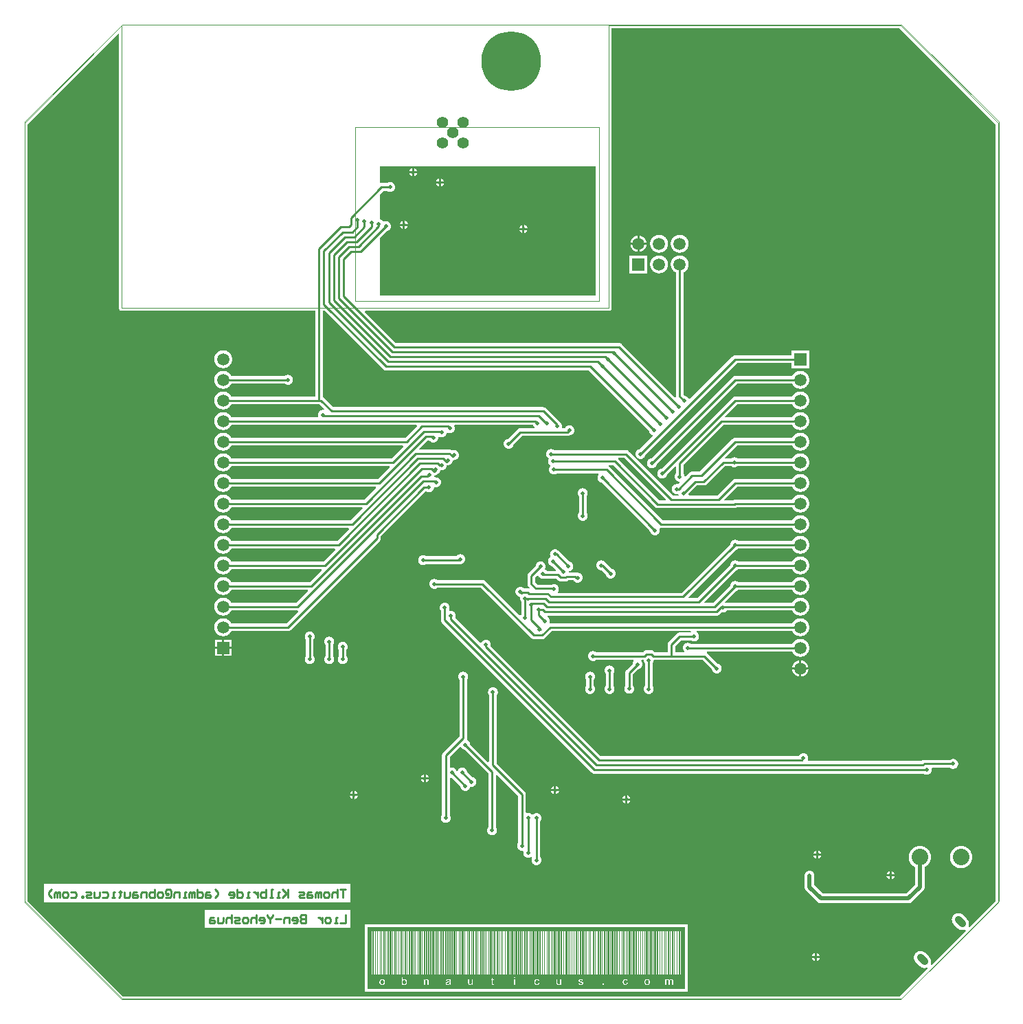
<source format=gbl>
%FSAX24Y24*%
%MOIN*%
G70*
G01*
G75*
G04 Layer_Physical_Order=2*
G04 Layer_Color=16711680*
%ADD10P,0.0835X4X202.5*%
%ADD11P,0.0835X4X157.5*%
%ADD12R,0.0591X0.0591*%
%ADD13P,0.0835X4X112.5*%
%ADD14P,0.0835X4X90.0*%
%ADD15P,0.0835X4X382.5*%
%ADD16P,0.0835X4X360.0*%
%ADD17P,0.0835X4X292.5*%
%ADD18P,0.0835X4X247.5*%
%ADD19P,0.1058X4X90.0*%
G04:AMPARAMS|DCode=20|XSize=63mil|YSize=55.1mil|CornerRadius=0mil|HoleSize=0mil|Usage=FLASHONLY|Rotation=45.000|XOffset=0mil|YOffset=0mil|HoleType=Round|Shape=Rectangle|*
%AMROTATEDRECTD20*
4,1,4,-0.0028,-0.0418,-0.0418,-0.0028,0.0028,0.0418,0.0418,0.0028,-0.0028,-0.0418,0.0*
%
%ADD20ROTATEDRECTD20*%

G04:AMPARAMS|DCode=21|XSize=15.7mil|YSize=53.2mil|CornerRadius=0mil|HoleSize=0mil|Usage=FLASHONLY|Rotation=45.000|XOffset=0mil|YOffset=0mil|HoleType=Round|Shape=Rectangle|*
%AMROTATEDRECTD21*
4,1,4,0.0132,-0.0244,-0.0244,0.0132,-0.0132,0.0244,0.0244,-0.0132,0.0132,-0.0244,0.0*
%
%ADD21ROTATEDRECTD21*%

%ADD22P,0.0835X4X337.5*%
%ADD23R,0.0591X0.0591*%
%ADD24R,0.0433X0.0669*%
%ADD25R,0.0197X0.0236*%
G04:AMPARAMS|DCode=26|XSize=66.9mil|YSize=43.3mil|CornerRadius=0mil|HoleSize=0mil|Usage=FLASHONLY|Rotation=45.000|XOffset=0mil|YOffset=0mil|HoleType=Round|Shape=Rectangle|*
%AMROTATEDRECTD26*
4,1,4,-0.0084,-0.0390,-0.0390,-0.0084,0.0084,0.0390,0.0390,0.0084,-0.0084,-0.0390,0.0*
%
%ADD26ROTATEDRECTD26*%

G04:AMPARAMS|DCode=27|XSize=21.7mil|YSize=68.9mil|CornerRadius=0mil|HoleSize=0mil|Usage=FLASHONLY|Rotation=135.000|XOffset=0mil|YOffset=0mil|HoleType=Round|Shape=Round|*
%AMOVALD27*
21,1,0.0472,0.0217,0.0000,0.0000,225.0*
1,1,0.0217,0.0167,0.0167*
1,1,0.0217,-0.0167,-0.0167*
%
%ADD27OVALD27*%

G04:AMPARAMS|DCode=28|XSize=21.7mil|YSize=68.9mil|CornerRadius=0mil|HoleSize=0mil|Usage=FLASHONLY|Rotation=45.000|XOffset=0mil|YOffset=0mil|HoleType=Round|Shape=Round|*
%AMOVALD28*
21,1,0.0472,0.0217,0.0000,0.0000,135.0*
1,1,0.0217,0.0167,-0.0167*
1,1,0.0217,-0.0167,0.0167*
%
%ADD28OVALD28*%

%ADD29R,0.0512X0.0984*%
%ADD30P,0.0835X4X67.5*%
%ADD31R,0.0591X0.0591*%
%ADD32R,0.0512X0.0610*%
%ADD33R,0.0098X0.0276*%
%ADD34R,0.0276X0.0098*%
%ADD35R,0.0236X0.0866*%
%ADD36R,0.0866X0.0236*%
%ADD37R,0.1181X0.0630*%
%ADD38R,0.2638X0.2638*%
G04:AMPARAMS|DCode=39|XSize=216.5mil|YSize=78.7mil|CornerRadius=0mil|HoleSize=0mil|Usage=FLASHONLY|Rotation=225.000|XOffset=0mil|YOffset=0mil|HoleType=Round|Shape=Rectangle|*
%AMROTATEDRECTD39*
4,1,4,0.0487,0.1044,0.1044,0.0487,-0.0487,-0.1044,-0.1044,-0.0487,0.0487,0.1044,0.0*
%
%ADD39ROTATEDRECTD39*%

%ADD40R,0.2165X0.0787*%
%ADD41R,0.0079X0.0197*%
G04:AMPARAMS|DCode=42|XSize=40mil|YSize=40mil|CornerRadius=20mil|HoleSize=0mil|Usage=FLASHONLY|Rotation=0.000|XOffset=0mil|YOffset=0mil|HoleType=Round|Shape=RoundedRectangle|*
%AMROUNDEDRECTD42*
21,1,0.0400,0.0000,0,0,0.0*
21,1,0.0000,0.0400,0,0,0.0*
1,1,0.0400,0.0000,0.0000*
1,1,0.0400,0.0000,0.0000*
1,1,0.0400,0.0000,0.0000*
1,1,0.0400,0.0000,0.0000*
%
%ADD42ROUNDEDRECTD42*%
%ADD43C,0.0512*%
%ADD44C,0.0039*%
%ADD45C,0.0100*%
%ADD46C,0.0140*%
%ADD47C,0.0200*%
%ADD48C,0.0005*%
G04:AMPARAMS|DCode=49|XSize=35.4mil|YSize=63mil|CornerRadius=0mil|HoleSize=0mil|Usage=FLASHONLY|Rotation=45.000|XOffset=0mil|YOffset=0mil|HoleType=Round|Shape=Round|*
%AMOVALD49*
21,1,0.0276,0.0354,0.0000,0.0000,135.0*
1,1,0.0354,0.0097,-0.0097*
1,1,0.0354,-0.0097,0.0097*
%
%ADD49OVALD49*%

%ADD50R,0.0591X0.0591*%
%ADD51C,0.0591*%
%ADD52C,0.0551*%
%ADD53C,0.0800*%
%ADD54C,0.0200*%
%ADD55C,0.2894*%
G36*
X062452Y078390D02*
X051970D01*
Y081171D01*
X052301Y081502D01*
X052310Y081503D01*
X052323Y081506D01*
X052336Y081509D01*
X052349Y081513D01*
X052362Y081518D01*
X052374Y081524D01*
X052386Y081530D01*
X052398Y081537D01*
X052409Y081544D01*
X052420Y081552D01*
X052430Y081561D01*
X052440Y081570D01*
X052449Y081580D01*
X052458Y081590D01*
X052466Y081601D01*
X052473Y081612D01*
X052480Y081624D01*
X052486Y081636D01*
X052492Y081648D01*
X052497Y081661D01*
X052501Y081674D01*
X052504Y081687D01*
X052507Y081700D01*
X052509Y081713D01*
X052510Y081727D01*
X052510Y081740D01*
X052510Y081753D01*
X052509Y081767D01*
X052507Y081780D01*
X052504Y081793D01*
X052501Y081806D01*
X052497Y081819D01*
X052492Y081832D01*
X052486Y081844D01*
X052480Y081856D01*
X052473Y081868D01*
X052466Y081879D01*
X052458Y081890D01*
X052449Y081900D01*
X052440Y081910D01*
X052430Y081919D01*
X052420Y081928D01*
X052409Y081936D01*
X052398Y081943D01*
X052386Y081950D01*
X052374Y081956D01*
X052362Y081962D01*
X052349Y081967D01*
X052336Y081971D01*
X052323Y081974D01*
X052310Y081977D01*
X052297Y081979D01*
X052283Y081980D01*
X052270Y081980D01*
X052257Y081980D01*
X052243Y081979D01*
X052230Y081977D01*
X052224Y081976D01*
X052217Y081974D01*
X052217Y081974D01*
X052204Y081971D01*
X052203Y081971D01*
X052191Y081967D01*
X052178Y081962D01*
X052178Y081962D01*
X052128Y081962D01*
X052116Y081978D01*
X052108Y081989D01*
X052099Y081999D01*
X052090Y082009D01*
X052080Y082018D01*
X052070Y082027D01*
X052059Y082035D01*
X052048Y082043D01*
X052036Y082050D01*
X052024Y082056D01*
X052012Y082061D01*
X051999Y082066D01*
X051986Y082070D01*
X051973Y082074D01*
X051970Y082074D01*
Y083281D01*
X052139Y083450D01*
X052323D01*
X052331Y083444D01*
X052342Y083437D01*
X052354Y083430D01*
X052366Y083424D01*
X052378Y083418D01*
X052391Y083413D01*
X052404Y083409D01*
X052417Y083406D01*
X052430Y083403D01*
X052443Y083401D01*
X052457Y083400D01*
X052470Y083400D01*
X052483Y083400D01*
X052497Y083401D01*
X052510Y083403D01*
X052523Y083406D01*
X052536Y083409D01*
X052549Y083413D01*
X052562Y083418D01*
X052574Y083424D01*
X052586Y083430D01*
X052598Y083437D01*
X052609Y083444D01*
X052620Y083452D01*
X052630Y083461D01*
X052640Y083470D01*
X052649Y083480D01*
X052658Y083490D01*
X052666Y083501D01*
X052673Y083512D01*
X052680Y083524D01*
X052686Y083536D01*
X052692Y083548D01*
X052697Y083561D01*
X052701Y083574D01*
X052704Y083587D01*
X052707Y083600D01*
X052709Y083613D01*
X052710Y083627D01*
X052710Y083640D01*
X052710Y083653D01*
X052709Y083667D01*
X052707Y083680D01*
X052704Y083693D01*
X052701Y083706D01*
X052697Y083719D01*
X052692Y083732D01*
X052686Y083744D01*
X052680Y083756D01*
X052673Y083768D01*
X052666Y083779D01*
X052658Y083790D01*
X052649Y083800D01*
X052640Y083810D01*
X052630Y083819D01*
X052620Y083828D01*
X052609Y083836D01*
X052598Y083843D01*
X052586Y083850D01*
X052574Y083856D01*
X052562Y083862D01*
X052549Y083867D01*
X052536Y083871D01*
X052523Y083874D01*
X052510Y083877D01*
X052497Y083879D01*
X052483Y083880D01*
X052470Y083880D01*
X052457Y083880D01*
X052443Y083879D01*
X052430Y083877D01*
X052417Y083874D01*
X052404Y083871D01*
X052391Y083867D01*
X052378Y083862D01*
X052366Y083856D01*
X052354Y083850D01*
X052342Y083843D01*
X052331Y083836D01*
X052323Y083830D01*
X052060D01*
X052048Y083830D01*
X052037Y083829D01*
X052026Y083827D01*
X052020Y083826D01*
X052008Y083829D01*
X051981Y083846D01*
X051974Y083856D01*
X051970Y083863D01*
Y084640D01*
X062452D01*
Y078390D01*
D02*
G37*
G36*
X081829Y086689D02*
Y049011D01*
X080564Y047746D01*
X080523Y047776D01*
X080523Y047776D01*
X080529Y047790D01*
X080535Y047804D01*
X080540Y047819D01*
X080544Y047834D01*
X080547Y047849D01*
X080550Y047865D01*
X080552Y047880D01*
X080553Y047896D01*
X080553Y047911D01*
X080553Y047927D01*
X080552Y047942D01*
X080550Y047958D01*
X080547Y047973D01*
X080544Y047988D01*
X080540Y048003D01*
X080535Y048018D01*
X080529Y048033D01*
X080523Y048047D01*
X080516Y048061D01*
X080508Y048074D01*
X080500Y048088D01*
X080491Y048100D01*
X080481Y048113D01*
X080471Y048124D01*
X080460Y048136D01*
X080266Y048330D01*
X080254Y048341D01*
X080243Y048351D01*
X080230Y048361D01*
X080218Y048370D01*
X080204Y048378D01*
X080191Y048386D01*
X080177Y048393D01*
X080163Y048399D01*
X080148Y048405D01*
X080133Y048410D01*
X080118Y048414D01*
X080103Y048417D01*
X080088Y048420D01*
X080072Y048422D01*
X080057Y048423D01*
X080041Y048423D01*
X080026Y048423D01*
X080010Y048422D01*
X079995Y048420D01*
X079979Y048417D01*
X079964Y048414D01*
X079949Y048410D01*
X079934Y048405D01*
X079920Y048399D01*
X079906Y048393D01*
X079892Y048386D01*
X079878Y048378D01*
X079865Y048370D01*
X079852Y048361D01*
X079840Y048351D01*
X079828Y048341D01*
X079817Y048330D01*
X079806Y048319D01*
X079796Y048307D01*
X079786Y048295D01*
X079777Y048282D01*
X079769Y048269D01*
X079761Y048256D01*
X079754Y048242D01*
X079748Y048228D01*
X079743Y048213D01*
X079738Y048198D01*
X079734Y048183D01*
X079730Y048168D01*
X079727Y048153D01*
X079726Y048137D01*
X079724Y048122D01*
X079724Y048106D01*
X079724Y048091D01*
X079726Y048075D01*
X079727Y048060D01*
X079730Y048044D01*
X079734Y048029D01*
X079738Y048014D01*
X079743Y047999D01*
X079748Y047985D01*
X079754Y047970D01*
X079761Y047957D01*
X079769Y047943D01*
X079777Y047930D01*
X079786Y047917D01*
X079796Y047905D01*
X079806Y047893D01*
X079817Y047882D01*
X080012Y047687D01*
X080023Y047676D01*
X080035Y047666D01*
X080047Y047656D01*
X080060Y047647D01*
X080073Y047639D01*
X080087Y047631D01*
X080100Y047624D01*
X080115Y047618D01*
X080129Y047613D01*
X080144Y047608D01*
X080159Y047604D01*
X080174Y047600D01*
X080190Y047597D01*
X080205Y047596D01*
X080221Y047594D01*
X080236Y047594D01*
X080252Y047594D01*
X080267Y047596D01*
X080283Y047597D01*
X080298Y047600D01*
X080313Y047604D01*
X080328Y047608D01*
X080343Y047613D01*
X080358Y047618D01*
X080372Y047624D01*
X080372Y047624D01*
X080401Y047583D01*
X078727Y045909D01*
X078686Y045938D01*
X078686Y045938D01*
X078692Y045952D01*
X078697Y045967D01*
X078702Y045982D01*
X078706Y045997D01*
X078710Y046012D01*
X078713Y046027D01*
X078714Y046043D01*
X078716Y046058D01*
X078716Y046074D01*
X078716Y046089D01*
X078714Y046105D01*
X078713Y046120D01*
X078710Y046136D01*
X078706Y046151D01*
X078702Y046166D01*
X078697Y046181D01*
X078692Y046195D01*
X078686Y046210D01*
X078679Y046223D01*
X078671Y046237D01*
X078663Y046250D01*
X078654Y046263D01*
X078644Y046275D01*
X078634Y046287D01*
X078623Y046298D01*
X078428Y046493D01*
X078417Y046504D01*
X078405Y046514D01*
X078393Y046524D01*
X078380Y046533D01*
X078367Y046541D01*
X078353Y046549D01*
X078340Y046556D01*
X078325Y046562D01*
X078311Y046567D01*
X078296Y046572D01*
X078281Y046576D01*
X078266Y046580D01*
X078250Y046583D01*
X078235Y046584D01*
X078219Y046586D01*
X078204Y046586D01*
X078188Y046586D01*
X078173Y046584D01*
X078157Y046583D01*
X078142Y046580D01*
X078127Y046576D01*
X078112Y046572D01*
X078097Y046567D01*
X078082Y046562D01*
X078068Y046556D01*
X078054Y046549D01*
X078041Y046541D01*
X078028Y046533D01*
X078015Y046524D01*
X078003Y046514D01*
X077991Y046504D01*
X077980Y046493D01*
X077969Y046482D01*
X077959Y046470D01*
X077949Y046458D01*
X077940Y046445D01*
X077932Y046432D01*
X077924Y046418D01*
X077917Y046404D01*
X077911Y046390D01*
X077905Y046376D01*
X077900Y046361D01*
X077896Y046346D01*
X077893Y046331D01*
X077890Y046315D01*
X077888Y046300D01*
X077887Y046284D01*
X077887Y046269D01*
X077887Y046253D01*
X077888Y046238D01*
X077890Y046222D01*
X077893Y046207D01*
X077896Y046192D01*
X077900Y046177D01*
X077905Y046162D01*
X077911Y046147D01*
X077917Y046133D01*
X077924Y046119D01*
X077932Y046106D01*
X077940Y046092D01*
X077949Y046080D01*
X077959Y046067D01*
X077969Y046056D01*
X077980Y046044D01*
X078174Y045850D01*
X078186Y045839D01*
X078197Y045829D01*
X078210Y045819D01*
X078222Y045810D01*
X078236Y045802D01*
X078249Y045794D01*
X078263Y045787D01*
X078277Y045781D01*
X078292Y045775D01*
X078307Y045770D01*
X078322Y045766D01*
X078337Y045763D01*
X078352Y045760D01*
X078368Y045758D01*
X078383Y045757D01*
X078399Y045757D01*
X078414Y045757D01*
X078430Y045758D01*
X078445Y045760D01*
X078461Y045763D01*
X078476Y045766D01*
X078491Y045770D01*
X078506Y045775D01*
X078520Y045781D01*
X078534Y045787D01*
X078534Y045787D01*
X078564Y045746D01*
X077189Y044371D01*
X039511D01*
X034871Y049011D01*
Y086689D01*
X039264Y091082D01*
X039310Y091062D01*
Y077771D01*
X039310Y077761D01*
X039311Y077751D01*
X039313Y077741D01*
X039316Y077731D01*
X039319Y077721D01*
X039323Y077712D01*
X039327Y077703D01*
X039332Y077694D01*
X039338Y077686D01*
X039345Y077678D01*
X039352Y077670D01*
X039359Y077663D01*
X039367Y077657D01*
X039375Y077651D01*
X039384Y077646D01*
X039393Y077642D01*
X039403Y077638D01*
X039412Y077634D01*
X039422Y077632D01*
X039432Y077630D01*
X039442Y077629D01*
X039452Y077629D01*
X048830D01*
Y073480D01*
X044762D01*
X044761Y073481D01*
X044753Y073497D01*
X044744Y073513D01*
X044734Y073528D01*
X044724Y073543D01*
X044714Y073557D01*
X044702Y073571D01*
X044690Y073585D01*
X044678Y073598D01*
X044665Y073610D01*
X044651Y073622D01*
X044637Y073634D01*
X044623Y073644D01*
X044608Y073654D01*
X044593Y073664D01*
X044577Y073673D01*
X044561Y073681D01*
X044545Y073689D01*
X044528Y073696D01*
X044511Y073702D01*
X044494Y073707D01*
X044477Y073712D01*
X044459Y073716D01*
X044442Y073719D01*
X044424Y073722D01*
X044406Y073724D01*
X044388Y073725D01*
X044370Y073725D01*
X044352Y073725D01*
X044334Y073724D01*
X044316Y073722D01*
X044298Y073719D01*
X044281Y073716D01*
X044263Y073712D01*
X044246Y073707D01*
X044229Y073702D01*
X044212Y073696D01*
X044195Y073689D01*
X044179Y073681D01*
X044163Y073673D01*
X044147Y073664D01*
X044132Y073654D01*
X044117Y073644D01*
X044103Y073634D01*
X044089Y073622D01*
X044075Y073610D01*
X044062Y073598D01*
X044050Y073585D01*
X044038Y073571D01*
X044026Y073557D01*
X044016Y073543D01*
X044006Y073528D01*
X043996Y073513D01*
X043987Y073497D01*
X043979Y073481D01*
X043971Y073465D01*
X043964Y073448D01*
X043958Y073431D01*
X043953Y073414D01*
X043948Y073397D01*
X043944Y073379D01*
X043941Y073362D01*
X043938Y073344D01*
X043936Y073326D01*
X043935Y073308D01*
X043935Y073290D01*
X043935Y073272D01*
X043936Y073254D01*
X043938Y073236D01*
X043941Y073218D01*
X043944Y073201D01*
X043948Y073183D01*
X043953Y073166D01*
X043958Y073149D01*
X043964Y073132D01*
X043971Y073115D01*
X043979Y073099D01*
X043987Y073083D01*
X043996Y073067D01*
X044006Y073052D01*
X044016Y073037D01*
X044026Y073023D01*
X044038Y073009D01*
X044050Y072995D01*
X044062Y072982D01*
X044075Y072970D01*
X044089Y072958D01*
X044103Y072946D01*
X044117Y072936D01*
X044132Y072926D01*
X044147Y072916D01*
X044163Y072907D01*
X044179Y072899D01*
X044195Y072891D01*
X044212Y072884D01*
X044229Y072878D01*
X044246Y072873D01*
X044263Y072868D01*
X044281Y072864D01*
X044298Y072861D01*
X044316Y072858D01*
X044334Y072856D01*
X044352Y072855D01*
X044370Y072855D01*
X044388Y072855D01*
X044406Y072856D01*
X044424Y072858D01*
X044442Y072861D01*
X044459Y072864D01*
X044477Y072868D01*
X044494Y072873D01*
X044511Y072878D01*
X044528Y072884D01*
X044545Y072891D01*
X044561Y072899D01*
X044577Y072907D01*
X044593Y072916D01*
X044608Y072926D01*
X044623Y072936D01*
X044637Y072946D01*
X044651Y072958D01*
X044665Y072970D01*
X044678Y072982D01*
X044690Y072995D01*
X044702Y073009D01*
X044714Y073023D01*
X044724Y073037D01*
X044734Y073052D01*
X044744Y073067D01*
X044753Y073083D01*
X044761Y073099D01*
X044762Y073100D01*
X049041D01*
X049265Y072877D01*
X049251Y072839D01*
X049241Y072829D01*
X049233Y072830D01*
X049220Y072830D01*
X049207Y072830D01*
X049193Y072829D01*
X049180Y072827D01*
X049167Y072824D01*
X049154Y072821D01*
X049141Y072817D01*
X049128Y072812D01*
X049116Y072806D01*
X049104Y072800D01*
X049092Y072793D01*
X049081Y072786D01*
X049070Y072778D01*
X049060Y072769D01*
X049050Y072760D01*
X049041Y072750D01*
X049032Y072740D01*
X049024Y072729D01*
X049017Y072718D01*
X049010Y072706D01*
X049004Y072694D01*
X048998Y072682D01*
X048993Y072669D01*
X048989Y072656D01*
X048986Y072643D01*
X048983Y072630D01*
X048981Y072617D01*
X048980Y072603D01*
X048980Y072590D01*
X048980Y072577D01*
X048981Y072563D01*
X048983Y072550D01*
X048986Y072537D01*
X048988Y072530D01*
X048978Y072508D01*
X048966Y072491D01*
X048952Y072480D01*
X047520D01*
X047520Y072480D01*
X044762D01*
X044761Y072481D01*
X044753Y072497D01*
X044744Y072513D01*
X044734Y072528D01*
X044724Y072543D01*
X044714Y072557D01*
X044702Y072571D01*
X044690Y072585D01*
X044678Y072598D01*
X044665Y072610D01*
X044651Y072622D01*
X044637Y072634D01*
X044623Y072644D01*
X044608Y072654D01*
X044593Y072664D01*
X044577Y072673D01*
X044561Y072681D01*
X044545Y072689D01*
X044528Y072696D01*
X044511Y072702D01*
X044494Y072707D01*
X044477Y072712D01*
X044459Y072716D01*
X044442Y072719D01*
X044424Y072722D01*
X044406Y072724D01*
X044388Y072725D01*
X044370Y072725D01*
X044352Y072725D01*
X044334Y072724D01*
X044316Y072722D01*
X044298Y072719D01*
X044281Y072716D01*
X044263Y072712D01*
X044246Y072707D01*
X044229Y072702D01*
X044212Y072696D01*
X044195Y072689D01*
X044179Y072681D01*
X044163Y072673D01*
X044147Y072664D01*
X044132Y072654D01*
X044117Y072644D01*
X044103Y072634D01*
X044089Y072622D01*
X044075Y072610D01*
X044062Y072598D01*
X044050Y072585D01*
X044038Y072571D01*
X044026Y072557D01*
X044016Y072543D01*
X044006Y072528D01*
X043996Y072513D01*
X043987Y072497D01*
X043979Y072481D01*
X043971Y072465D01*
X043964Y072448D01*
X043958Y072431D01*
X043953Y072414D01*
X043948Y072397D01*
X043944Y072379D01*
X043941Y072362D01*
X043938Y072344D01*
X043936Y072326D01*
X043935Y072308D01*
X043935Y072290D01*
X043935Y072272D01*
X043936Y072254D01*
X043938Y072236D01*
X043941Y072218D01*
X043944Y072201D01*
X043948Y072183D01*
X043953Y072166D01*
X043958Y072149D01*
X043964Y072132D01*
X043971Y072115D01*
X043979Y072099D01*
X043987Y072083D01*
X043996Y072067D01*
X044006Y072052D01*
X044016Y072037D01*
X044026Y072023D01*
X044038Y072009D01*
X044050Y071995D01*
X044062Y071982D01*
X044075Y071970D01*
X044089Y071958D01*
X044103Y071946D01*
X044117Y071936D01*
X044132Y071926D01*
X044147Y071916D01*
X044163Y071907D01*
X044179Y071899D01*
X044195Y071891D01*
X044212Y071884D01*
X044229Y071878D01*
X044246Y071873D01*
X044263Y071868D01*
X044281Y071864D01*
X044298Y071861D01*
X044316Y071858D01*
X044334Y071856D01*
X044352Y071855D01*
X044370Y071855D01*
X044388Y071855D01*
X044406Y071856D01*
X044424Y071858D01*
X044442Y071861D01*
X044459Y071864D01*
X044477Y071868D01*
X044494Y071873D01*
X044511Y071878D01*
X044528Y071884D01*
X044545Y071891D01*
X044561Y071899D01*
X044577Y071907D01*
X044593Y071916D01*
X044608Y071926D01*
X044623Y071936D01*
X044637Y071946D01*
X044651Y071958D01*
X044665Y071970D01*
X044678Y071982D01*
X044690Y071995D01*
X044702Y072009D01*
X044714Y072023D01*
X044724Y072037D01*
X044734Y072052D01*
X044744Y072067D01*
X044753Y072083D01*
X044761Y072099D01*
X044762Y072100D01*
X047520D01*
X047520Y072100D01*
X053752D01*
X053771Y072054D01*
X053197Y071480D01*
X044762D01*
X044761Y071481D01*
X044753Y071497D01*
X044744Y071513D01*
X044734Y071528D01*
X044724Y071543D01*
X044714Y071557D01*
X044702Y071571D01*
X044690Y071585D01*
X044678Y071598D01*
X044665Y071610D01*
X044651Y071622D01*
X044637Y071634D01*
X044623Y071644D01*
X044608Y071654D01*
X044593Y071664D01*
X044577Y071673D01*
X044561Y071681D01*
X044545Y071689D01*
X044528Y071696D01*
X044511Y071702D01*
X044494Y071707D01*
X044477Y071712D01*
X044459Y071716D01*
X044442Y071719D01*
X044424Y071722D01*
X044406Y071724D01*
X044388Y071725D01*
X044370Y071725D01*
X044352Y071725D01*
X044334Y071724D01*
X044316Y071722D01*
X044298Y071719D01*
X044281Y071716D01*
X044263Y071712D01*
X044246Y071707D01*
X044229Y071702D01*
X044212Y071696D01*
X044195Y071689D01*
X044179Y071681D01*
X044163Y071673D01*
X044147Y071664D01*
X044132Y071654D01*
X044117Y071644D01*
X044103Y071634D01*
X044089Y071622D01*
X044075Y071610D01*
X044062Y071598D01*
X044050Y071585D01*
X044038Y071571D01*
X044026Y071557D01*
X044016Y071543D01*
X044006Y071528D01*
X043996Y071513D01*
X043987Y071497D01*
X043979Y071481D01*
X043971Y071465D01*
X043964Y071448D01*
X043958Y071431D01*
X043953Y071414D01*
X043948Y071397D01*
X043944Y071379D01*
X043941Y071362D01*
X043938Y071344D01*
X043936Y071326D01*
X043935Y071308D01*
X043935Y071290D01*
X043935Y071272D01*
X043936Y071254D01*
X043938Y071236D01*
X043941Y071218D01*
X043944Y071201D01*
X043948Y071183D01*
X043953Y071166D01*
X043958Y071149D01*
X043964Y071132D01*
X043971Y071115D01*
X043979Y071099D01*
X043987Y071083D01*
X043996Y071067D01*
X044006Y071052D01*
X044016Y071037D01*
X044026Y071023D01*
X044038Y071009D01*
X044050Y070995D01*
X044062Y070982D01*
X044075Y070970D01*
X044089Y070958D01*
X044103Y070946D01*
X044117Y070936D01*
X044132Y070926D01*
X044147Y070916D01*
X044163Y070907D01*
X044179Y070899D01*
X044195Y070891D01*
X044212Y070884D01*
X044229Y070878D01*
X044246Y070873D01*
X044263Y070868D01*
X044281Y070864D01*
X044298Y070861D01*
X044316Y070858D01*
X044334Y070856D01*
X044352Y070855D01*
X044370Y070855D01*
X044388Y070855D01*
X044406Y070856D01*
X044424Y070858D01*
X044442Y070861D01*
X044459Y070864D01*
X044477Y070868D01*
X044494Y070873D01*
X044511Y070878D01*
X044528Y070884D01*
X044545Y070891D01*
X044561Y070899D01*
X044577Y070907D01*
X044593Y070916D01*
X044608Y070926D01*
X044623Y070936D01*
X044637Y070946D01*
X044651Y070958D01*
X044665Y070970D01*
X044678Y070982D01*
X044690Y070995D01*
X044702Y071009D01*
X044714Y071023D01*
X044724Y071037D01*
X044734Y071052D01*
X044744Y071067D01*
X044753Y071083D01*
X044761Y071099D01*
X044762Y071100D01*
X053091D01*
X053110Y071054D01*
X052537Y070480D01*
X047520D01*
X047520Y070480D01*
X044762D01*
X044761Y070481D01*
X044753Y070497D01*
X044744Y070513D01*
X044734Y070528D01*
X044724Y070543D01*
X044714Y070557D01*
X044702Y070571D01*
X044690Y070585D01*
X044678Y070598D01*
X044665Y070610D01*
X044651Y070622D01*
X044637Y070634D01*
X044623Y070644D01*
X044608Y070654D01*
X044593Y070664D01*
X044577Y070673D01*
X044561Y070681D01*
X044545Y070689D01*
X044528Y070696D01*
X044511Y070702D01*
X044494Y070707D01*
X044477Y070712D01*
X044459Y070716D01*
X044442Y070719D01*
X044424Y070722D01*
X044406Y070724D01*
X044388Y070725D01*
X044370Y070725D01*
X044352Y070725D01*
X044334Y070724D01*
X044316Y070722D01*
X044298Y070719D01*
X044281Y070716D01*
X044263Y070712D01*
X044246Y070707D01*
X044229Y070702D01*
X044212Y070696D01*
X044195Y070689D01*
X044179Y070681D01*
X044163Y070673D01*
X044147Y070664D01*
X044132Y070654D01*
X044117Y070644D01*
X044103Y070634D01*
X044089Y070622D01*
X044075Y070610D01*
X044062Y070598D01*
X044050Y070585D01*
X044038Y070571D01*
X044026Y070557D01*
X044016Y070543D01*
X044006Y070528D01*
X043996Y070513D01*
X043987Y070497D01*
X043979Y070481D01*
X043971Y070465D01*
X043964Y070448D01*
X043958Y070431D01*
X043953Y070414D01*
X043948Y070397D01*
X043944Y070379D01*
X043941Y070362D01*
X043938Y070344D01*
X043936Y070326D01*
X043935Y070308D01*
X043935Y070290D01*
X043935Y070272D01*
X043936Y070254D01*
X043938Y070236D01*
X043941Y070218D01*
X043944Y070201D01*
X043948Y070183D01*
X043953Y070166D01*
X043958Y070149D01*
X043964Y070132D01*
X043971Y070115D01*
X043979Y070099D01*
X043987Y070083D01*
X043996Y070067D01*
X044006Y070052D01*
X044016Y070037D01*
X044026Y070023D01*
X044038Y070009D01*
X044050Y069995D01*
X044062Y069982D01*
X044075Y069970D01*
X044089Y069958D01*
X044103Y069946D01*
X044117Y069936D01*
X044132Y069926D01*
X044147Y069916D01*
X044163Y069907D01*
X044179Y069899D01*
X044195Y069891D01*
X044212Y069884D01*
X044229Y069878D01*
X044246Y069873D01*
X044263Y069868D01*
X044281Y069864D01*
X044298Y069861D01*
X044316Y069858D01*
X044334Y069856D01*
X044352Y069855D01*
X044370Y069855D01*
X044388Y069855D01*
X044406Y069856D01*
X044424Y069858D01*
X044442Y069861D01*
X044459Y069864D01*
X044477Y069868D01*
X044494Y069873D01*
X044511Y069878D01*
X044528Y069884D01*
X044545Y069891D01*
X044561Y069899D01*
X044577Y069907D01*
X044593Y069916D01*
X044608Y069926D01*
X044623Y069936D01*
X044637Y069946D01*
X044651Y069958D01*
X044665Y069970D01*
X044678Y069982D01*
X044690Y069995D01*
X044702Y070009D01*
X044714Y070023D01*
X044724Y070037D01*
X044734Y070052D01*
X044744Y070067D01*
X044753Y070083D01*
X044761Y070099D01*
X044762Y070100D01*
X047520D01*
X047520Y070100D01*
X052430D01*
X052450Y070054D01*
X051876Y069480D01*
X047520Y069480D01*
X047520Y069480D01*
X044762D01*
X044761Y069481D01*
X044753Y069497D01*
X044744Y069513D01*
X044734Y069528D01*
X044724Y069543D01*
X044714Y069557D01*
X044702Y069571D01*
X044690Y069585D01*
X044678Y069598D01*
X044665Y069610D01*
X044651Y069622D01*
X044637Y069634D01*
X044623Y069644D01*
X044608Y069654D01*
X044593Y069664D01*
X044577Y069673D01*
X044561Y069681D01*
X044545Y069689D01*
X044528Y069696D01*
X044511Y069702D01*
X044494Y069707D01*
X044477Y069712D01*
X044459Y069716D01*
X044442Y069719D01*
X044424Y069722D01*
X044406Y069724D01*
X044388Y069725D01*
X044370Y069725D01*
X044352Y069725D01*
X044334Y069724D01*
X044316Y069722D01*
X044298Y069719D01*
X044281Y069716D01*
X044263Y069712D01*
X044246Y069707D01*
X044229Y069702D01*
X044212Y069696D01*
X044195Y069689D01*
X044179Y069681D01*
X044163Y069673D01*
X044147Y069664D01*
X044132Y069654D01*
X044117Y069644D01*
X044103Y069634D01*
X044089Y069622D01*
X044075Y069610D01*
X044062Y069598D01*
X044050Y069585D01*
X044038Y069571D01*
X044026Y069557D01*
X044016Y069543D01*
X044006Y069528D01*
X043996Y069513D01*
X043987Y069497D01*
X043979Y069481D01*
X043971Y069465D01*
X043964Y069448D01*
X043958Y069431D01*
X043953Y069414D01*
X043948Y069397D01*
X043944Y069379D01*
X043941Y069362D01*
X043938Y069344D01*
X043936Y069326D01*
X043935Y069308D01*
X043935Y069290D01*
X043935Y069272D01*
X043936Y069254D01*
X043938Y069236D01*
X043941Y069218D01*
X043944Y069201D01*
X043948Y069183D01*
X043953Y069166D01*
X043958Y069149D01*
X043964Y069132D01*
X043971Y069115D01*
X043979Y069099D01*
X043987Y069083D01*
X043996Y069067D01*
X044006Y069052D01*
X044016Y069037D01*
X044026Y069023D01*
X044038Y069009D01*
X044050Y068995D01*
X044062Y068982D01*
X044075Y068970D01*
X044089Y068958D01*
X044103Y068946D01*
X044117Y068936D01*
X044132Y068926D01*
X044147Y068916D01*
X044163Y068907D01*
X044179Y068899D01*
X044195Y068891D01*
X044212Y068884D01*
X044229Y068878D01*
X044246Y068873D01*
X044263Y068868D01*
X044281Y068864D01*
X044298Y068861D01*
X044316Y068858D01*
X044334Y068856D01*
X044352Y068855D01*
X044370Y068855D01*
X044388Y068855D01*
X044406Y068856D01*
X044424Y068858D01*
X044442Y068861D01*
X044459Y068864D01*
X044477Y068868D01*
X044494Y068873D01*
X044511Y068878D01*
X044528Y068884D01*
X044545Y068891D01*
X044561Y068899D01*
X044577Y068907D01*
X044593Y068916D01*
X044608Y068926D01*
X044623Y068936D01*
X044637Y068946D01*
X044651Y068958D01*
X044665Y068970D01*
X044678Y068982D01*
X044690Y068995D01*
X044702Y069009D01*
X044714Y069023D01*
X044724Y069037D01*
X044734Y069052D01*
X044744Y069067D01*
X044753Y069083D01*
X044761Y069099D01*
X044762Y069100D01*
X047520D01*
X047520Y069100D01*
X051770Y069100D01*
X051789Y069054D01*
X051215Y068480D01*
X047520Y068480D01*
X044762D01*
X044761Y068481D01*
X044753Y068497D01*
X044744Y068513D01*
X044734Y068528D01*
X044724Y068543D01*
X044714Y068557D01*
X044702Y068571D01*
X044690Y068585D01*
X044678Y068598D01*
X044665Y068610D01*
X044651Y068622D01*
X044637Y068634D01*
X044623Y068644D01*
X044608Y068654D01*
X044593Y068664D01*
X044577Y068673D01*
X044561Y068681D01*
X044545Y068689D01*
X044528Y068696D01*
X044511Y068702D01*
X044494Y068707D01*
X044477Y068712D01*
X044459Y068716D01*
X044442Y068719D01*
X044424Y068722D01*
X044406Y068724D01*
X044388Y068725D01*
X044370Y068725D01*
X044352Y068725D01*
X044334Y068724D01*
X044316Y068722D01*
X044298Y068719D01*
X044281Y068716D01*
X044263Y068712D01*
X044246Y068707D01*
X044229Y068702D01*
X044212Y068696D01*
X044195Y068689D01*
X044179Y068681D01*
X044163Y068673D01*
X044147Y068664D01*
X044132Y068654D01*
X044117Y068644D01*
X044103Y068634D01*
X044089Y068622D01*
X044075Y068610D01*
X044062Y068598D01*
X044050Y068585D01*
X044038Y068571D01*
X044026Y068557D01*
X044016Y068543D01*
X044006Y068528D01*
X043996Y068513D01*
X043987Y068497D01*
X043979Y068481D01*
X043971Y068465D01*
X043964Y068448D01*
X043958Y068431D01*
X043953Y068414D01*
X043948Y068397D01*
X043944Y068379D01*
X043941Y068362D01*
X043938Y068344D01*
X043936Y068326D01*
X043935Y068308D01*
X043935Y068290D01*
X043935Y068272D01*
X043936Y068254D01*
X043938Y068236D01*
X043941Y068218D01*
X043944Y068201D01*
X043948Y068183D01*
X043953Y068166D01*
X043958Y068149D01*
X043964Y068132D01*
X043971Y068115D01*
X043979Y068099D01*
X043987Y068083D01*
X043996Y068067D01*
X044006Y068052D01*
X044016Y068037D01*
X044026Y068023D01*
X044038Y068009D01*
X044050Y067995D01*
X044062Y067982D01*
X044075Y067970D01*
X044089Y067958D01*
X044103Y067946D01*
X044117Y067936D01*
X044132Y067926D01*
X044147Y067916D01*
X044163Y067907D01*
X044179Y067899D01*
X044195Y067891D01*
X044212Y067884D01*
X044229Y067878D01*
X044246Y067873D01*
X044263Y067868D01*
X044281Y067864D01*
X044298Y067861D01*
X044316Y067858D01*
X044334Y067856D01*
X044352Y067855D01*
X044370Y067855D01*
X044388Y067855D01*
X044406Y067856D01*
X044424Y067858D01*
X044442Y067861D01*
X044459Y067864D01*
X044477Y067868D01*
X044494Y067873D01*
X044511Y067878D01*
X044528Y067884D01*
X044545Y067891D01*
X044561Y067899D01*
X044577Y067907D01*
X044593Y067916D01*
X044608Y067926D01*
X044623Y067936D01*
X044637Y067946D01*
X044651Y067958D01*
X044665Y067970D01*
X044678Y067982D01*
X044690Y067995D01*
X044702Y068009D01*
X044714Y068023D01*
X044724Y068037D01*
X044734Y068052D01*
X044744Y068067D01*
X044753Y068083D01*
X044761Y068099D01*
X044762Y068100D01*
X047520D01*
X051109Y068100D01*
X051128Y068054D01*
X050555Y067480D01*
X047520Y067480D01*
X044762D01*
X044761Y067481D01*
X044753Y067497D01*
X044744Y067513D01*
X044734Y067528D01*
X044724Y067543D01*
X044714Y067557D01*
X044702Y067571D01*
X044690Y067585D01*
X044678Y067598D01*
X044665Y067610D01*
X044651Y067622D01*
X044637Y067634D01*
X044623Y067644D01*
X044608Y067654D01*
X044593Y067664D01*
X044577Y067673D01*
X044561Y067681D01*
X044545Y067689D01*
X044528Y067696D01*
X044511Y067702D01*
X044494Y067707D01*
X044477Y067712D01*
X044459Y067716D01*
X044442Y067719D01*
X044424Y067722D01*
X044406Y067724D01*
X044388Y067725D01*
X044370Y067725D01*
X044352Y067725D01*
X044334Y067724D01*
X044316Y067722D01*
X044298Y067719D01*
X044281Y067716D01*
X044263Y067712D01*
X044246Y067707D01*
X044229Y067702D01*
X044212Y067696D01*
X044195Y067689D01*
X044179Y067681D01*
X044163Y067673D01*
X044147Y067664D01*
X044132Y067654D01*
X044117Y067644D01*
X044103Y067634D01*
X044089Y067622D01*
X044075Y067610D01*
X044062Y067598D01*
X044050Y067585D01*
X044038Y067571D01*
X044026Y067557D01*
X044016Y067543D01*
X044006Y067528D01*
X043996Y067513D01*
X043987Y067497D01*
X043979Y067481D01*
X043971Y067465D01*
X043964Y067448D01*
X043958Y067431D01*
X043953Y067414D01*
X043948Y067397D01*
X043944Y067379D01*
X043941Y067362D01*
X043938Y067344D01*
X043936Y067326D01*
X043935Y067308D01*
X043935Y067290D01*
X043935Y067272D01*
X043936Y067254D01*
X043938Y067236D01*
X043941Y067218D01*
X043944Y067201D01*
X043948Y067183D01*
X043953Y067166D01*
X043958Y067149D01*
X043964Y067132D01*
X043971Y067115D01*
X043979Y067099D01*
X043987Y067083D01*
X043996Y067067D01*
X044006Y067052D01*
X044016Y067037D01*
X044026Y067023D01*
X044038Y067009D01*
X044050Y066995D01*
X044062Y066982D01*
X044075Y066970D01*
X044089Y066958D01*
X044103Y066946D01*
X044117Y066936D01*
X044132Y066926D01*
X044147Y066916D01*
X044163Y066907D01*
X044179Y066899D01*
X044195Y066891D01*
X044212Y066884D01*
X044229Y066878D01*
X044246Y066873D01*
X044263Y066868D01*
X044281Y066864D01*
X044298Y066861D01*
X044316Y066858D01*
X044334Y066856D01*
X044352Y066855D01*
X044370Y066855D01*
X044388Y066855D01*
X044406Y066856D01*
X044424Y066858D01*
X044442Y066861D01*
X044459Y066864D01*
X044477Y066868D01*
X044494Y066873D01*
X044511Y066878D01*
X044528Y066884D01*
X044545Y066891D01*
X044561Y066899D01*
X044577Y066907D01*
X044593Y066916D01*
X044608Y066926D01*
X044623Y066936D01*
X044637Y066946D01*
X044651Y066958D01*
X044665Y066970D01*
X044678Y066982D01*
X044690Y066995D01*
X044702Y067009D01*
X044714Y067023D01*
X044724Y067037D01*
X044734Y067052D01*
X044744Y067067D01*
X044753Y067083D01*
X044761Y067099D01*
X044762Y067100D01*
X047520D01*
X050449Y067100D01*
X050468Y067054D01*
X049894Y066480D01*
X044762D01*
X044761Y066481D01*
X044753Y066497D01*
X044744Y066513D01*
X044734Y066528D01*
X044724Y066543D01*
X044714Y066557D01*
X044702Y066571D01*
X044690Y066585D01*
X044678Y066598D01*
X044665Y066610D01*
X044651Y066622D01*
X044637Y066634D01*
X044623Y066644D01*
X044608Y066654D01*
X044593Y066664D01*
X044577Y066673D01*
X044561Y066681D01*
X044545Y066689D01*
X044528Y066696D01*
X044511Y066702D01*
X044494Y066707D01*
X044477Y066712D01*
X044459Y066716D01*
X044442Y066719D01*
X044424Y066722D01*
X044406Y066724D01*
X044388Y066725D01*
X044370Y066725D01*
X044352Y066725D01*
X044334Y066724D01*
X044316Y066722D01*
X044298Y066719D01*
X044281Y066716D01*
X044263Y066712D01*
X044246Y066707D01*
X044229Y066702D01*
X044212Y066696D01*
X044195Y066689D01*
X044179Y066681D01*
X044163Y066673D01*
X044147Y066664D01*
X044132Y066654D01*
X044117Y066644D01*
X044103Y066634D01*
X044089Y066622D01*
X044075Y066610D01*
X044062Y066598D01*
X044050Y066585D01*
X044038Y066571D01*
X044026Y066557D01*
X044016Y066543D01*
X044006Y066528D01*
X043996Y066513D01*
X043987Y066497D01*
X043979Y066481D01*
X043971Y066465D01*
X043964Y066448D01*
X043958Y066431D01*
X043953Y066414D01*
X043948Y066397D01*
X043944Y066379D01*
X043941Y066362D01*
X043938Y066344D01*
X043936Y066326D01*
X043935Y066308D01*
X043935Y066290D01*
X043935Y066272D01*
X043936Y066254D01*
X043938Y066236D01*
X043941Y066218D01*
X043944Y066201D01*
X043948Y066183D01*
X043953Y066166D01*
X043958Y066149D01*
X043964Y066132D01*
X043971Y066115D01*
X043979Y066099D01*
X043987Y066083D01*
X043996Y066067D01*
X044006Y066052D01*
X044016Y066037D01*
X044026Y066023D01*
X044038Y066009D01*
X044050Y065995D01*
X044062Y065982D01*
X044075Y065970D01*
X044089Y065958D01*
X044103Y065946D01*
X044117Y065936D01*
X044132Y065926D01*
X044147Y065916D01*
X044163Y065907D01*
X044179Y065899D01*
X044195Y065891D01*
X044212Y065884D01*
X044229Y065878D01*
X044246Y065873D01*
X044263Y065868D01*
X044281Y065864D01*
X044298Y065861D01*
X044316Y065858D01*
X044334Y065856D01*
X044352Y065855D01*
X044370Y065855D01*
X044388Y065855D01*
X044406Y065856D01*
X044424Y065858D01*
X044442Y065861D01*
X044459Y065864D01*
X044477Y065868D01*
X044494Y065873D01*
X044511Y065878D01*
X044528Y065884D01*
X044545Y065891D01*
X044561Y065899D01*
X044577Y065907D01*
X044593Y065916D01*
X044608Y065926D01*
X044623Y065936D01*
X044637Y065946D01*
X044651Y065958D01*
X044665Y065970D01*
X044678Y065982D01*
X044690Y065995D01*
X044702Y066009D01*
X044714Y066023D01*
X044724Y066037D01*
X044734Y066052D01*
X044744Y066067D01*
X044753Y066083D01*
X044761Y066099D01*
X044762Y066100D01*
X049788D01*
X049807Y066054D01*
X049234Y065480D01*
X044762D01*
X044761Y065481D01*
X044753Y065497D01*
X044744Y065513D01*
X044734Y065528D01*
X044724Y065543D01*
X044714Y065557D01*
X044702Y065571D01*
X044690Y065585D01*
X044678Y065598D01*
X044665Y065610D01*
X044651Y065622D01*
X044637Y065634D01*
X044623Y065644D01*
X044608Y065654D01*
X044593Y065664D01*
X044577Y065673D01*
X044561Y065681D01*
X044545Y065689D01*
X044528Y065696D01*
X044511Y065702D01*
X044494Y065707D01*
X044477Y065712D01*
X044459Y065716D01*
X044442Y065719D01*
X044424Y065722D01*
X044406Y065724D01*
X044388Y065725D01*
X044370Y065725D01*
X044352Y065725D01*
X044334Y065724D01*
X044316Y065722D01*
X044298Y065719D01*
X044281Y065716D01*
X044263Y065712D01*
X044246Y065707D01*
X044229Y065702D01*
X044212Y065696D01*
X044195Y065689D01*
X044179Y065681D01*
X044163Y065673D01*
X044147Y065664D01*
X044132Y065654D01*
X044117Y065644D01*
X044103Y065634D01*
X044089Y065622D01*
X044075Y065610D01*
X044062Y065598D01*
X044050Y065585D01*
X044038Y065571D01*
X044026Y065557D01*
X044016Y065543D01*
X044006Y065528D01*
X043996Y065513D01*
X043987Y065497D01*
X043979Y065481D01*
X043971Y065465D01*
X043964Y065448D01*
X043958Y065431D01*
X043953Y065414D01*
X043948Y065397D01*
X043944Y065379D01*
X043941Y065362D01*
X043938Y065344D01*
X043936Y065326D01*
X043935Y065308D01*
X043935Y065290D01*
X043935Y065272D01*
X043936Y065254D01*
X043938Y065236D01*
X043941Y065218D01*
X043944Y065201D01*
X043948Y065183D01*
X043953Y065166D01*
X043958Y065149D01*
X043964Y065132D01*
X043971Y065115D01*
X043979Y065099D01*
X043987Y065083D01*
X043996Y065067D01*
X044006Y065052D01*
X044016Y065037D01*
X044026Y065023D01*
X044038Y065009D01*
X044050Y064995D01*
X044062Y064982D01*
X044075Y064970D01*
X044089Y064958D01*
X044103Y064946D01*
X044117Y064936D01*
X044132Y064926D01*
X044147Y064916D01*
X044163Y064907D01*
X044179Y064899D01*
X044195Y064891D01*
X044212Y064884D01*
X044229Y064878D01*
X044246Y064873D01*
X044263Y064868D01*
X044281Y064864D01*
X044298Y064861D01*
X044316Y064858D01*
X044334Y064856D01*
X044352Y064855D01*
X044370Y064855D01*
X044388Y064855D01*
X044406Y064856D01*
X044424Y064858D01*
X044442Y064861D01*
X044459Y064864D01*
X044477Y064868D01*
X044494Y064873D01*
X044511Y064878D01*
X044528Y064884D01*
X044545Y064891D01*
X044561Y064899D01*
X044577Y064907D01*
X044593Y064916D01*
X044608Y064926D01*
X044623Y064936D01*
X044637Y064946D01*
X044651Y064958D01*
X044665Y064970D01*
X044678Y064982D01*
X044690Y064995D01*
X044702Y065009D01*
X044714Y065023D01*
X044724Y065037D01*
X044734Y065052D01*
X044744Y065067D01*
X044753Y065083D01*
X044761Y065099D01*
X044762Y065100D01*
X049128D01*
X049147Y065054D01*
X048573Y064480D01*
X044762D01*
X044761Y064481D01*
X044753Y064497D01*
X044744Y064513D01*
X044734Y064528D01*
X044724Y064543D01*
X044714Y064557D01*
X044702Y064571D01*
X044690Y064585D01*
X044678Y064598D01*
X044665Y064610D01*
X044651Y064622D01*
X044637Y064634D01*
X044623Y064644D01*
X044608Y064654D01*
X044593Y064664D01*
X044577Y064673D01*
X044561Y064681D01*
X044545Y064689D01*
X044528Y064696D01*
X044511Y064702D01*
X044494Y064707D01*
X044477Y064712D01*
X044459Y064716D01*
X044442Y064719D01*
X044424Y064722D01*
X044406Y064724D01*
X044388Y064725D01*
X044370Y064725D01*
X044352Y064725D01*
X044334Y064724D01*
X044316Y064722D01*
X044298Y064719D01*
X044281Y064716D01*
X044263Y064712D01*
X044246Y064707D01*
X044229Y064702D01*
X044212Y064696D01*
X044195Y064689D01*
X044179Y064681D01*
X044163Y064673D01*
X044147Y064664D01*
X044132Y064654D01*
X044117Y064644D01*
X044103Y064634D01*
X044089Y064622D01*
X044075Y064610D01*
X044062Y064598D01*
X044050Y064585D01*
X044038Y064571D01*
X044026Y064557D01*
X044016Y064543D01*
X044006Y064528D01*
X043996Y064513D01*
X043987Y064497D01*
X043979Y064481D01*
X043971Y064465D01*
X043964Y064448D01*
X043958Y064431D01*
X043953Y064414D01*
X043948Y064397D01*
X043944Y064379D01*
X043941Y064362D01*
X043938Y064344D01*
X043936Y064326D01*
X043935Y064308D01*
X043935Y064290D01*
X043935Y064272D01*
X043936Y064254D01*
X043938Y064236D01*
X043941Y064218D01*
X043944Y064201D01*
X043948Y064183D01*
X043953Y064166D01*
X043958Y064149D01*
X043964Y064132D01*
X043971Y064115D01*
X043979Y064099D01*
X043987Y064083D01*
X043996Y064067D01*
X044006Y064052D01*
X044016Y064037D01*
X044026Y064023D01*
X044038Y064009D01*
X044050Y063995D01*
X044062Y063982D01*
X044075Y063970D01*
X044089Y063958D01*
X044103Y063946D01*
X044117Y063936D01*
X044132Y063926D01*
X044147Y063916D01*
X044163Y063907D01*
X044179Y063899D01*
X044195Y063891D01*
X044212Y063884D01*
X044229Y063878D01*
X044246Y063873D01*
X044263Y063868D01*
X044281Y063864D01*
X044298Y063861D01*
X044316Y063858D01*
X044334Y063856D01*
X044352Y063855D01*
X044370Y063855D01*
X044388Y063855D01*
X044406Y063856D01*
X044424Y063858D01*
X044442Y063861D01*
X044459Y063864D01*
X044477Y063868D01*
X044494Y063873D01*
X044511Y063878D01*
X044528Y063884D01*
X044545Y063891D01*
X044561Y063899D01*
X044577Y063907D01*
X044593Y063916D01*
X044608Y063926D01*
X044623Y063936D01*
X044637Y063946D01*
X044651Y063958D01*
X044665Y063970D01*
X044678Y063982D01*
X044690Y063995D01*
X044702Y064009D01*
X044714Y064023D01*
X044724Y064037D01*
X044734Y064052D01*
X044744Y064067D01*
X044753Y064083D01*
X044761Y064099D01*
X044762Y064100D01*
X048467D01*
X048486Y064054D01*
X047912Y063480D01*
X044762D01*
X044761Y063481D01*
X044753Y063497D01*
X044744Y063513D01*
X044734Y063528D01*
X044724Y063543D01*
X044714Y063557D01*
X044702Y063571D01*
X044690Y063585D01*
X044678Y063598D01*
X044665Y063610D01*
X044651Y063622D01*
X044637Y063634D01*
X044623Y063644D01*
X044608Y063654D01*
X044593Y063664D01*
X044577Y063673D01*
X044561Y063681D01*
X044545Y063689D01*
X044528Y063696D01*
X044511Y063702D01*
X044494Y063707D01*
X044477Y063712D01*
X044459Y063716D01*
X044442Y063719D01*
X044424Y063722D01*
X044406Y063724D01*
X044388Y063725D01*
X044370Y063725D01*
X044352Y063725D01*
X044334Y063724D01*
X044316Y063722D01*
X044298Y063719D01*
X044281Y063716D01*
X044263Y063712D01*
X044246Y063707D01*
X044229Y063702D01*
X044212Y063696D01*
X044195Y063689D01*
X044179Y063681D01*
X044163Y063673D01*
X044147Y063664D01*
X044132Y063654D01*
X044117Y063644D01*
X044103Y063634D01*
X044089Y063622D01*
X044075Y063610D01*
X044062Y063598D01*
X044050Y063585D01*
X044038Y063571D01*
X044026Y063557D01*
X044016Y063543D01*
X044006Y063528D01*
X043996Y063513D01*
X043987Y063497D01*
X043979Y063481D01*
X043971Y063465D01*
X043964Y063448D01*
X043958Y063431D01*
X043953Y063414D01*
X043948Y063397D01*
X043944Y063379D01*
X043941Y063362D01*
X043938Y063344D01*
X043936Y063326D01*
X043935Y063308D01*
X043935Y063290D01*
X043935Y063272D01*
X043936Y063254D01*
X043938Y063236D01*
X043941Y063218D01*
X043944Y063201D01*
X043948Y063183D01*
X043953Y063166D01*
X043958Y063149D01*
X043964Y063132D01*
X043971Y063115D01*
X043979Y063099D01*
X043987Y063083D01*
X043996Y063067D01*
X044006Y063052D01*
X044016Y063037D01*
X044026Y063023D01*
X044038Y063009D01*
X044050Y062995D01*
X044062Y062982D01*
X044075Y062970D01*
X044089Y062958D01*
X044103Y062946D01*
X044117Y062936D01*
X044132Y062926D01*
X044147Y062916D01*
X044163Y062907D01*
X044179Y062899D01*
X044195Y062891D01*
X044212Y062884D01*
X044229Y062878D01*
X044246Y062873D01*
X044263Y062868D01*
X044281Y062864D01*
X044298Y062861D01*
X044316Y062858D01*
X044334Y062856D01*
X044352Y062855D01*
X044370Y062855D01*
X044388Y062855D01*
X044406Y062856D01*
X044424Y062858D01*
X044442Y062861D01*
X044459Y062864D01*
X044477Y062868D01*
X044494Y062873D01*
X044511Y062878D01*
X044528Y062884D01*
X044545Y062891D01*
X044561Y062899D01*
X044577Y062907D01*
X044593Y062916D01*
X044608Y062926D01*
X044623Y062936D01*
X044637Y062946D01*
X044651Y062958D01*
X044665Y062970D01*
X044678Y062982D01*
X044690Y062995D01*
X044702Y063009D01*
X044714Y063023D01*
X044724Y063037D01*
X044734Y063052D01*
X044744Y063067D01*
X044753Y063083D01*
X044761Y063099D01*
X044762Y063100D01*
X047990D01*
X047992Y063098D01*
X048008Y063072D01*
X048012Y063051D01*
X047441Y062480D01*
X044762D01*
X044761Y062481D01*
X044753Y062497D01*
X044744Y062513D01*
X044734Y062528D01*
X044724Y062543D01*
X044714Y062557D01*
X044702Y062571D01*
X044690Y062585D01*
X044678Y062598D01*
X044665Y062610D01*
X044651Y062622D01*
X044637Y062634D01*
X044623Y062644D01*
X044608Y062654D01*
X044593Y062664D01*
X044577Y062673D01*
X044561Y062681D01*
X044545Y062689D01*
X044528Y062696D01*
X044511Y062702D01*
X044494Y062707D01*
X044477Y062712D01*
X044459Y062716D01*
X044442Y062719D01*
X044424Y062722D01*
X044406Y062724D01*
X044388Y062725D01*
X044370Y062725D01*
X044352Y062725D01*
X044334Y062724D01*
X044316Y062722D01*
X044298Y062719D01*
X044281Y062716D01*
X044263Y062712D01*
X044246Y062707D01*
X044229Y062702D01*
X044212Y062696D01*
X044195Y062689D01*
X044179Y062681D01*
X044163Y062673D01*
X044147Y062664D01*
X044132Y062654D01*
X044117Y062644D01*
X044103Y062634D01*
X044089Y062622D01*
X044075Y062610D01*
X044062Y062598D01*
X044050Y062585D01*
X044038Y062571D01*
X044026Y062557D01*
X044016Y062543D01*
X044006Y062528D01*
X043996Y062513D01*
X043987Y062497D01*
X043979Y062481D01*
X043971Y062465D01*
X043964Y062448D01*
X043958Y062431D01*
X043953Y062414D01*
X043948Y062397D01*
X043944Y062379D01*
X043941Y062362D01*
X043938Y062344D01*
X043936Y062326D01*
X043935Y062308D01*
X043935Y062290D01*
X043935Y062272D01*
X043936Y062254D01*
X043938Y062236D01*
X043941Y062218D01*
X043944Y062201D01*
X043948Y062183D01*
X043953Y062166D01*
X043958Y062149D01*
X043964Y062132D01*
X043971Y062115D01*
X043979Y062099D01*
X043987Y062083D01*
X043996Y062067D01*
X044006Y062052D01*
X044016Y062037D01*
X044026Y062023D01*
X044038Y062009D01*
X044050Y061995D01*
X044062Y061982D01*
X044075Y061970D01*
X044089Y061958D01*
X044103Y061946D01*
X044117Y061936D01*
X044132Y061926D01*
X044147Y061916D01*
X044163Y061907D01*
X044179Y061899D01*
X044195Y061891D01*
X044212Y061884D01*
X044229Y061878D01*
X044246Y061873D01*
X044263Y061868D01*
X044281Y061864D01*
X044298Y061861D01*
X044316Y061858D01*
X044334Y061856D01*
X044352Y061855D01*
X044370Y061855D01*
X044388Y061855D01*
X044406Y061856D01*
X044424Y061858D01*
X044442Y061861D01*
X044459Y061864D01*
X044477Y061868D01*
X044494Y061873D01*
X044511Y061878D01*
X044528Y061884D01*
X044545Y061891D01*
X044561Y061899D01*
X044577Y061907D01*
X044593Y061916D01*
X044608Y061926D01*
X044623Y061936D01*
X044637Y061946D01*
X044651Y061958D01*
X044665Y061970D01*
X044678Y061982D01*
X044690Y061995D01*
X044702Y062009D01*
X044714Y062023D01*
X044724Y062037D01*
X044734Y062052D01*
X044744Y062067D01*
X044753Y062083D01*
X044761Y062099D01*
X044762Y062100D01*
X047520D01*
X047531Y062100D01*
X047543Y062101D01*
X047554Y062103D01*
X047565Y062105D01*
X047577Y062109D01*
X047587Y062112D01*
X047598Y062117D01*
X047608Y062122D01*
X047618Y062127D01*
X047628Y062134D01*
X047637Y062140D01*
X047646Y062148D01*
X047654Y062156D01*
X051964Y066466D01*
X051964Y066466D01*
X051972Y066474D01*
X051980Y066483D01*
X051983Y066487D01*
X051986Y066492D01*
X051993Y066502D01*
X051998Y066512D01*
X052003Y066522D01*
X052008Y066533D01*
X052011Y066543D01*
X052015Y066555D01*
X052017Y066566D01*
X052018Y066572D01*
X052019Y066577D01*
X052020Y066589D01*
X052020Y066600D01*
Y066711D01*
X054199Y068890D01*
X054213D01*
X054221Y068884D01*
X054232Y068877D01*
X054244Y068870D01*
X054256Y068864D01*
X054268Y068858D01*
X054281Y068853D01*
X054294Y068849D01*
X054307Y068846D01*
X054320Y068843D01*
X054333Y068841D01*
X054347Y068840D01*
X054360Y068840D01*
X054373Y068840D01*
X054387Y068841D01*
X054400Y068843D01*
X054413Y068846D01*
X054426Y068849D01*
X054439Y068853D01*
X054452Y068858D01*
X054464Y068864D01*
X054476Y068870D01*
X054488Y068877D01*
X054499Y068884D01*
X054510Y068892D01*
X054520Y068901D01*
X054530Y068910D01*
X054539Y068920D01*
X054548Y068930D01*
X054556Y068941D01*
X054563Y068952D01*
X054570Y068964D01*
X054576Y068976D01*
X054582Y068988D01*
X054587Y069001D01*
X054591Y069014D01*
X054594Y069027D01*
X054597Y069040D01*
X054598Y069049D01*
X054602Y069057D01*
X054611Y069066D01*
X054630Y069079D01*
X054644Y069085D01*
X054650Y069085D01*
X054660Y069083D01*
X054673Y069081D01*
X054687Y069080D01*
X054700Y069080D01*
X054713Y069080D01*
X054727Y069081D01*
X054740Y069083D01*
X054753Y069086D01*
X054766Y069089D01*
X054779Y069093D01*
X054792Y069098D01*
X054804Y069104D01*
X054816Y069110D01*
X054828Y069117D01*
X054839Y069124D01*
X054850Y069132D01*
X054860Y069141D01*
X054870Y069150D01*
X054879Y069160D01*
X054888Y069170D01*
X054896Y069181D01*
X054903Y069192D01*
X054910Y069204D01*
X054916Y069216D01*
X054922Y069228D01*
X054927Y069241D01*
X054931Y069254D01*
X054934Y069267D01*
X054937Y069280D01*
X054939Y069293D01*
X054940Y069307D01*
X054940Y069320D01*
X054940Y069333D01*
X054939Y069347D01*
X054937Y069360D01*
X054934Y069373D01*
X054931Y069386D01*
X054927Y069399D01*
X054922Y069412D01*
X054916Y069424D01*
X054910Y069436D01*
X054903Y069448D01*
X054896Y069459D01*
X054888Y069470D01*
X054879Y069480D01*
X054870Y069490D01*
X054860Y069499D01*
X054850Y069508D01*
X054839Y069516D01*
X054828Y069523D01*
X054816Y069530D01*
X054804Y069536D01*
X054792Y069542D01*
X054779Y069547D01*
X054766Y069551D01*
X054753Y069554D01*
X054740Y069557D01*
X054727Y069559D01*
X054713Y069560D01*
X054700Y069560D01*
X054687Y069560D01*
X054673Y069559D01*
X054673Y069559D01*
X054664Y069560D01*
X054661Y069560D01*
X054650Y069560D01*
X054650D01*
X054650D01*
X054629D01*
X054623Y069564D01*
X054612Y069576D01*
X054597Y069609D01*
X054614Y069655D01*
X054625Y069655D01*
X054625D01*
X054625D01*
X054637Y069655D01*
X054639Y069656D01*
X054648Y069656D01*
X054656Y069658D01*
X054659Y069658D01*
X054671Y069661D01*
X054682Y069664D01*
X054689Y069666D01*
X054692Y069667D01*
X054703Y069672D01*
X054713Y069677D01*
X054713Y069677D01*
X054723Y069682D01*
X054728Y069685D01*
X054733Y069689D01*
X054742Y069695D01*
X054744Y069697D01*
X054751Y069703D01*
X054755Y069706D01*
X054759Y069711D01*
X054759Y069711D01*
X054771Y069722D01*
X054774Y069724D01*
X054786Y069730D01*
X054798Y069737D01*
X054809Y069744D01*
X054820Y069752D01*
X054830Y069761D01*
X054840Y069770D01*
X054849Y069780D01*
X054858Y069790D01*
X054866Y069801D01*
X054873Y069812D01*
X054880Y069824D01*
X054886Y069836D01*
X054892Y069848D01*
X054897Y069861D01*
X054901Y069874D01*
X054904Y069887D01*
X054913Y069900D01*
X054943Y069901D01*
X054957Y069900D01*
X054970Y069900D01*
X054983Y069900D01*
X054997Y069901D01*
X055010Y069903D01*
X055023Y069906D01*
X055036Y069909D01*
X055049Y069913D01*
X055062Y069918D01*
X055074Y069924D01*
X055086Y069930D01*
X055098Y069937D01*
X055109Y069944D01*
X055120Y069952D01*
X055130Y069961D01*
X055140Y069970D01*
X055149Y069980D01*
X055158Y069990D01*
X055166Y070001D01*
X055173Y070012D01*
X055180Y070024D01*
X055186Y070036D01*
X055192Y070048D01*
X055197Y070061D01*
X055201Y070074D01*
X055204Y070087D01*
X055207Y070100D01*
X055209Y070113D01*
X055210Y070127D01*
X055210Y070130D01*
X055212Y070130D01*
X055223Y070131D01*
X055234Y070133D01*
X055246Y070135D01*
X055257Y070139D01*
X055264Y070141D01*
X055267Y070142D01*
X055278Y070147D01*
X055281Y070148D01*
X055286Y070150D01*
X055297Y070151D01*
X055310Y070153D01*
X055323Y070156D01*
X055336Y070159D01*
X055349Y070163D01*
X055362Y070168D01*
X055374Y070174D01*
X055386Y070180D01*
X055398Y070187D01*
X055409Y070194D01*
X055420Y070202D01*
X055430Y070211D01*
X055440Y070220D01*
X055449Y070230D01*
X055458Y070240D01*
X055466Y070251D01*
X055473Y070262D01*
X055480Y070274D01*
X055486Y070286D01*
X055492Y070298D01*
X055497Y070311D01*
X055501Y070324D01*
X055504Y070337D01*
X055507Y070350D01*
X055509Y070363D01*
X055510Y070377D01*
X055510Y070380D01*
X055512Y070380D01*
X055523Y070381D01*
X055534Y070383D01*
X055546Y070385D01*
X055557Y070389D01*
X055567Y070392D01*
X055578Y070397D01*
X055586Y070400D01*
X055597Y070401D01*
X055610Y070403D01*
X055623Y070406D01*
X055636Y070409D01*
X055649Y070413D01*
X055662Y070418D01*
X055674Y070424D01*
X055686Y070430D01*
X055698Y070437D01*
X055709Y070444D01*
X055720Y070452D01*
X055730Y070461D01*
X055740Y070470D01*
X055749Y070480D01*
X055758Y070490D01*
X055766Y070501D01*
X055773Y070512D01*
X055780Y070524D01*
X055786Y070536D01*
X055792Y070548D01*
X055797Y070561D01*
X055801Y070574D01*
X055804Y070587D01*
X055807Y070600D01*
X055809Y070613D01*
X055810Y070627D01*
X055810Y070640D01*
X055810Y070653D01*
X055809Y070667D01*
X055807Y070680D01*
X055804Y070693D01*
X055801Y070706D01*
X055797Y070719D01*
X055792Y070732D01*
X055786Y070744D01*
X055780Y070756D01*
X055773Y070768D01*
X055766Y070779D01*
X055758Y070790D01*
X055749Y070800D01*
X055740Y070810D01*
X055730Y070819D01*
X055720Y070828D01*
X055709Y070836D01*
X055698Y070843D01*
X055686Y070850D01*
X055674Y070856D01*
X055662Y070862D01*
X055649Y070867D01*
X055636Y070871D01*
X055623Y070874D01*
X055610Y070877D01*
X055597Y070879D01*
X055583Y070880D01*
X055570Y070880D01*
X055557Y070880D01*
X055543Y070879D01*
X055530Y070877D01*
X055517Y070874D01*
X055504Y070871D01*
X055491Y070867D01*
X055478Y070862D01*
X055476Y070861D01*
X055473Y070863D01*
X055468Y070866D01*
X055458Y070873D01*
X055448Y070878D01*
X055438Y070883D01*
X055428Y070888D01*
X055417Y070891D01*
X055406Y070895D01*
X055394Y070897D01*
X055383Y070899D01*
X055372Y070900D01*
X055360Y070900D01*
X053899D01*
X053880Y070946D01*
X054283Y071350D01*
X054375D01*
X054382Y071340D01*
X054391Y071330D01*
X054400Y071320D01*
X054410Y071311D01*
X054420Y071302D01*
X054431Y071294D01*
X054442Y071287D01*
X054454Y071280D01*
X054466Y071274D01*
X054478Y071268D01*
X054491Y071263D01*
X054504Y071259D01*
X054517Y071256D01*
X054530Y071253D01*
X054543Y071251D01*
X054557Y071250D01*
X054570Y071250D01*
X054583Y071250D01*
X054597Y071251D01*
X054610Y071253D01*
X054623Y071256D01*
X054636Y071259D01*
X054649Y071263D01*
X054662Y071268D01*
X054674Y071274D01*
X054686Y071280D01*
X054698Y071287D01*
X054709Y071294D01*
X054720Y071302D01*
X054730Y071311D01*
X054740Y071320D01*
X054749Y071330D01*
X054758Y071340D01*
X054766Y071351D01*
X054773Y071362D01*
X054780Y071374D01*
X054786Y071386D01*
X054792Y071398D01*
X054797Y071411D01*
X054801Y071424D01*
X054804Y071437D01*
X054807Y071450D01*
X054809Y071463D01*
X054810Y071477D01*
X054810Y071490D01*
X054810Y071498D01*
X054819Y071509D01*
X054847Y071525D01*
X054858Y071528D01*
X054866Y071524D01*
X054878Y071518D01*
X054891Y071513D01*
X054904Y071509D01*
X054917Y071506D01*
X054930Y071503D01*
X054943Y071501D01*
X054957Y071500D01*
X054970Y071500D01*
X054983Y071500D01*
X054997Y071501D01*
X055010Y071503D01*
X055023Y071506D01*
X055036Y071509D01*
X055049Y071513D01*
X055062Y071518D01*
X055074Y071524D01*
X055086Y071530D01*
X055098Y071537D01*
X055109Y071544D01*
X055120Y071552D01*
X055130Y071561D01*
X055140Y071570D01*
X055149Y071580D01*
X055158Y071590D01*
X055166Y071601D01*
X055173Y071612D01*
X055180Y071624D01*
X055186Y071636D01*
X055192Y071648D01*
X055197Y071661D01*
X055201Y071674D01*
X055204Y071687D01*
X055207Y071700D01*
X055207Y071700D01*
X055218Y071712D01*
X055233Y071720D01*
X055254Y071727D01*
X055260Y071727D01*
X055266Y071724D01*
X055278Y071718D01*
X055291Y071713D01*
X055304Y071709D01*
X055317Y071706D01*
X055330Y071703D01*
X055343Y071701D01*
X055357Y071700D01*
X055370Y071700D01*
X055383Y071700D01*
X055397Y071701D01*
X055410Y071703D01*
X055423Y071706D01*
X055436Y071709D01*
X055449Y071713D01*
X055462Y071718D01*
X055474Y071724D01*
X055486Y071730D01*
X055498Y071737D01*
X055509Y071744D01*
X055520Y071752D01*
X055530Y071761D01*
X055540Y071770D01*
X055549Y071780D01*
X055558Y071790D01*
X055566Y071801D01*
X055573Y071812D01*
X055580Y071824D01*
X055586Y071836D01*
X055592Y071848D01*
X055597Y071861D01*
X055601Y071874D01*
X055604Y071887D01*
X055607Y071900D01*
X055609Y071913D01*
X055610Y071927D01*
X055610Y071940D01*
X055610Y071953D01*
X055609Y071967D01*
X055607Y071980D01*
X055604Y071993D01*
X055601Y072006D01*
X055597Y072019D01*
X055592Y072032D01*
X055586Y072044D01*
X055583Y072050D01*
X055591Y072074D01*
X055602Y072092D01*
X055612Y072100D01*
X059398D01*
X059398Y072098D01*
X059404Y072086D01*
X059410Y072074D01*
X059417Y072062D01*
X059424Y072051D01*
X059432Y072040D01*
X059441Y072030D01*
X059450Y072020D01*
X059460Y072011D01*
X059470Y072002D01*
X059463Y071954D01*
X059460Y071948D01*
X059454Y071940D01*
X058784D01*
X058773Y071940D01*
X058761Y071939D01*
X058750Y071937D01*
X058739Y071935D01*
X058728Y071931D01*
X058717Y071928D01*
X058706Y071923D01*
X058696Y071918D01*
X058686Y071913D01*
X058676Y071906D01*
X058667Y071900D01*
X058658Y071892D01*
X058650Y071884D01*
X058189Y071424D01*
X058180Y071423D01*
X058167Y071420D01*
X058154Y071417D01*
X058141Y071412D01*
X058128Y071408D01*
X058116Y071402D01*
X058104Y071396D01*
X058092Y071389D01*
X058081Y071382D01*
X058070Y071374D01*
X058060Y071365D01*
X058050Y071356D01*
X058041Y071346D01*
X058032Y071336D01*
X058024Y071325D01*
X058017Y071314D01*
X058010Y071302D01*
X058004Y071290D01*
X057998Y071278D01*
X057993Y071265D01*
X057989Y071252D01*
X057986Y071239D01*
X057983Y071226D01*
X057981Y071213D01*
X057980Y071199D01*
X057980Y071186D01*
X057980Y071172D01*
X057981Y071159D01*
X057983Y071146D01*
X057986Y071132D01*
X057989Y071119D01*
X057993Y071107D01*
X057998Y071094D01*
X058004Y071082D01*
X058010Y071070D01*
X058017Y071058D01*
X058024Y071047D01*
X058032Y071036D01*
X058041Y071026D01*
X058050Y071016D01*
X058060Y071007D01*
X058070Y070998D01*
X058081Y070990D01*
X058092Y070983D01*
X058104Y070976D01*
X058116Y070969D01*
X058128Y070964D01*
X058141Y070959D01*
X058154Y070955D01*
X058167Y070952D01*
X058180Y070949D01*
X058193Y070947D01*
X058207Y070946D01*
X058220Y070946D01*
X058233Y070946D01*
X058247Y070947D01*
X058260Y070949D01*
X058273Y070952D01*
X058286Y070955D01*
X058299Y070959D01*
X058312Y070964D01*
X058324Y070969D01*
X058336Y070976D01*
X058348Y070983D01*
X058359Y070990D01*
X058370Y070998D01*
X058380Y071007D01*
X058390Y071016D01*
X058399Y071026D01*
X058408Y071036D01*
X058416Y071047D01*
X058423Y071058D01*
X058430Y071070D01*
X058436Y071082D01*
X058442Y071094D01*
X058447Y071107D01*
X058451Y071119D01*
X058454Y071132D01*
X058457Y071146D01*
X058458Y071155D01*
X058863Y071560D01*
X061080D01*
X061091Y071560D01*
X061103Y071561D01*
X061114Y071563D01*
X061125Y071565D01*
X061137Y071569D01*
X061147Y071572D01*
X061158Y071577D01*
X061168Y071582D01*
X061178Y071587D01*
X061188Y071594D01*
X061193Y071597D01*
X061197Y071600D01*
X061199Y071602D01*
X061210Y071603D01*
X061223Y071606D01*
X061236Y071609D01*
X061249Y071613D01*
X061262Y071618D01*
X061274Y071624D01*
X061286Y071630D01*
X061298Y071637D01*
X061309Y071644D01*
X061320Y071652D01*
X061330Y071661D01*
X061340Y071670D01*
X061349Y071680D01*
X061358Y071690D01*
X061366Y071701D01*
X061373Y071712D01*
X061380Y071724D01*
X061386Y071736D01*
X061392Y071748D01*
X061397Y071761D01*
X061401Y071774D01*
X061404Y071787D01*
X061407Y071800D01*
X061409Y071813D01*
X061410Y071827D01*
X061410Y071840D01*
X061410Y071853D01*
X061409Y071867D01*
X061407Y071880D01*
X061404Y071893D01*
X061401Y071906D01*
X061397Y071919D01*
X061392Y071932D01*
X061386Y071944D01*
X061380Y071956D01*
X061373Y071968D01*
X061366Y071979D01*
X061358Y071990D01*
X061349Y072000D01*
X061340Y072010D01*
X061330Y072019D01*
X061320Y072028D01*
X061309Y072036D01*
X061298Y072043D01*
X061286Y072050D01*
X061274Y072056D01*
X061262Y072062D01*
X061249Y072067D01*
X061236Y072071D01*
X061223Y072074D01*
X061210Y072077D01*
X061197Y072079D01*
X061183Y072080D01*
X061170Y072080D01*
X061157Y072080D01*
X061143Y072079D01*
X061130Y072077D01*
X061117Y072074D01*
X061104Y072071D01*
X061091Y072067D01*
X061078Y072062D01*
X061066Y072056D01*
X061054Y072050D01*
X061042Y072043D01*
X061031Y072036D01*
X061020Y072028D01*
X061010Y072019D01*
X061000Y072010D01*
X060991Y072000D01*
X060982Y071990D01*
X060974Y071979D01*
X060967Y071968D01*
X060960Y071956D01*
X060954Y071944D01*
X060952Y071940D01*
X060842D01*
X060837Y071943D01*
X060826Y071952D01*
X060805Y071985D01*
X060805Y071990D01*
X060807Y072000D01*
X060809Y072013D01*
X060810Y072027D01*
X060810Y072040D01*
X060810Y072053D01*
X060809Y072067D01*
X060807Y072080D01*
X060804Y072093D01*
X060801Y072106D01*
X060797Y072119D01*
X060792Y072132D01*
X060786Y072144D01*
X060780Y072156D01*
X060773Y072168D01*
X060766Y072179D01*
X060758Y072190D01*
X060749Y072200D01*
X060740Y072210D01*
X060730Y072219D01*
X060720Y072228D01*
X060709Y072236D01*
X060698Y072243D01*
X060693Y072246D01*
X060035Y072904D01*
X060026Y072912D01*
X060017Y072920D01*
X060013Y072923D01*
X060008Y072926D01*
X059998Y072933D01*
X059988Y072938D01*
X059978Y072943D01*
X059968Y072948D01*
X059957Y072951D01*
X059946Y072955D01*
X059934Y072957D01*
X059923Y072959D01*
X059912Y072960D01*
X059900Y072960D01*
X049719D01*
X049254Y073424D01*
X049246Y073432D01*
X049237Y073440D01*
X049233Y073443D01*
X049228Y073446D01*
X049218Y073453D01*
X049210Y073457D01*
Y077629D01*
X049305D01*
X052138Y074796D01*
X052146Y074788D01*
X052155Y074780D01*
X052164Y074774D01*
X052174Y074767D01*
X052184Y074762D01*
X052194Y074757D01*
X052205Y074752D01*
X052208Y074751D01*
X052216Y074749D01*
X052227Y074745D01*
X052238Y074743D01*
X052249Y074741D01*
X052261Y074740D01*
X052272Y074740D01*
X062101D01*
X065032Y071809D01*
X065033Y071800D01*
X065036Y071787D01*
X065039Y071774D01*
X065043Y071761D01*
X065048Y071748D01*
X065054Y071736D01*
X065060Y071724D01*
X065067Y071712D01*
X065074Y071701D01*
X065082Y071690D01*
X065091Y071680D01*
X065100Y071670D01*
X065110Y071661D01*
X065120Y071652D01*
X065131Y071644D01*
X065142Y071637D01*
X065154Y071630D01*
X065166Y071624D01*
X065178Y071618D01*
X065191Y071613D01*
X065201Y071610D01*
X065208Y071598D01*
X065216Y071573D01*
X065216Y071555D01*
X064589Y070928D01*
X064580Y070927D01*
X064567Y070924D01*
X064554Y070921D01*
X064541Y070917D01*
X064528Y070912D01*
X064516Y070906D01*
X064504Y070900D01*
X064492Y070893D01*
X064481Y070886D01*
X064470Y070878D01*
X064460Y070869D01*
X064450Y070860D01*
X064441Y070850D01*
X064432Y070840D01*
X064424Y070829D01*
X064417Y070818D01*
X064410Y070806D01*
X064404Y070794D01*
X064398Y070782D01*
X064393Y070769D01*
X064389Y070756D01*
X064386Y070743D01*
X064383Y070730D01*
X064381Y070717D01*
X064380Y070703D01*
X064380Y070690D01*
X064380Y070677D01*
X064381Y070663D01*
X064383Y070650D01*
X064386Y070637D01*
X064389Y070624D01*
X064393Y070611D01*
X064398Y070598D01*
X064404Y070586D01*
X064410Y070574D01*
X064417Y070562D01*
X064424Y070551D01*
X064432Y070540D01*
X064441Y070530D01*
X064450Y070520D01*
X064460Y070511D01*
X064470Y070502D01*
X064481Y070494D01*
X064492Y070487D01*
X064504Y070480D01*
X064516Y070474D01*
X064528Y070468D01*
X064541Y070463D01*
X064554Y070459D01*
X064567Y070456D01*
X064580Y070453D01*
X064593Y070451D01*
X064607Y070450D01*
X064620Y070450D01*
X064633Y070450D01*
X064647Y070451D01*
X064660Y070453D01*
X064673Y070456D01*
X064686Y070459D01*
X064699Y070463D01*
X064712Y070468D01*
X064724Y070474D01*
X064736Y070480D01*
X064748Y070487D01*
X064759Y070494D01*
X064770Y070502D01*
X064780Y070511D01*
X064790Y070520D01*
X064799Y070530D01*
X064808Y070540D01*
X064816Y070551D01*
X064823Y070562D01*
X064830Y070574D01*
X064836Y070586D01*
X064842Y070598D01*
X064847Y070611D01*
X064851Y070624D01*
X064854Y070637D01*
X064857Y070650D01*
X064858Y070659D01*
X069299Y075100D01*
X071935D01*
Y074855D01*
X072805D01*
Y075725D01*
X071935D01*
Y075480D01*
X069220D01*
X069209Y075480D01*
X069197Y075479D01*
X069192Y075478D01*
X069186Y075477D01*
X069175Y075475D01*
X069163Y075471D01*
X069153Y075468D01*
X069142Y075463D01*
X069132Y075458D01*
X069122Y075453D01*
X069112Y075446D01*
X069107Y075443D01*
X069103Y075440D01*
X069094Y075432D01*
X069086Y075424D01*
X067022Y073361D01*
X067008Y073358D01*
X066994Y073360D01*
X066962Y073372D01*
X066960Y073376D01*
X066954Y073387D01*
X066946Y073399D01*
X066938Y073409D01*
X066929Y073420D01*
X066920Y073429D01*
X066910Y073439D01*
X066900Y073447D01*
X066889Y073456D01*
X066878Y073463D01*
X066866Y073470D01*
X066854Y073476D01*
X066842Y073482D01*
X066830Y073486D01*
X066817Y073490D01*
X066804Y073494D01*
X066791Y073496D01*
X066781Y073498D01*
X066710Y073569D01*
Y079498D01*
X066711Y079499D01*
X066727Y079507D01*
X066743Y079516D01*
X066758Y079526D01*
X066773Y079536D01*
X066787Y079546D01*
X066801Y079558D01*
X066815Y079570D01*
X066828Y079582D01*
X066840Y079595D01*
X066852Y079609D01*
X066864Y079623D01*
X066874Y079637D01*
X066884Y079652D01*
X066894Y079667D01*
X066903Y079683D01*
X066911Y079699D01*
X066919Y079715D01*
X066926Y079732D01*
X066932Y079749D01*
X066937Y079766D01*
X066942Y079783D01*
X066946Y079801D01*
X066949Y079818D01*
X066952Y079836D01*
X066954Y079854D01*
X066955Y079872D01*
X066955Y079890D01*
X066955Y079908D01*
X066954Y079926D01*
X066952Y079944D01*
X066949Y079962D01*
X066946Y079979D01*
X066942Y079997D01*
X066937Y080014D01*
X066932Y080031D01*
X066926Y080048D01*
X066919Y080065D01*
X066911Y080081D01*
X066903Y080097D01*
X066894Y080113D01*
X066884Y080128D01*
X066874Y080143D01*
X066864Y080157D01*
X066852Y080171D01*
X066840Y080185D01*
X066828Y080198D01*
X066815Y080210D01*
X066801Y080222D01*
X066787Y080234D01*
X066773Y080244D01*
X066758Y080254D01*
X066743Y080264D01*
X066727Y080273D01*
X066711Y080281D01*
X066695Y080289D01*
X066678Y080296D01*
X066661Y080302D01*
X066644Y080307D01*
X066627Y080312D01*
X066609Y080316D01*
X066592Y080319D01*
X066574Y080322D01*
X066556Y080324D01*
X066538Y080325D01*
X066520Y080325D01*
X066502Y080325D01*
X066484Y080324D01*
X066466Y080322D01*
X066448Y080319D01*
X066431Y080316D01*
X066413Y080312D01*
X066396Y080307D01*
X066379Y080302D01*
X066362Y080296D01*
X066345Y080289D01*
X066329Y080281D01*
X066313Y080273D01*
X066297Y080264D01*
X066282Y080254D01*
X066267Y080244D01*
X066253Y080234D01*
X066239Y080222D01*
X066225Y080210D01*
X066212Y080198D01*
X066200Y080185D01*
X066188Y080171D01*
X066176Y080157D01*
X066166Y080143D01*
X066156Y080128D01*
X066146Y080113D01*
X066137Y080097D01*
X066129Y080081D01*
X066121Y080065D01*
X066114Y080048D01*
X066108Y080031D01*
X066103Y080014D01*
X066098Y079997D01*
X066094Y079979D01*
X066091Y079962D01*
X066088Y079944D01*
X066086Y079926D01*
X066085Y079908D01*
X066085Y079890D01*
X066085Y079872D01*
X066086Y079854D01*
X066088Y079836D01*
X066091Y079818D01*
X066094Y079801D01*
X066098Y079783D01*
X066103Y079766D01*
X066108Y079749D01*
X066114Y079732D01*
X066121Y079715D01*
X066129Y079699D01*
X066137Y079683D01*
X066146Y079667D01*
X066156Y079652D01*
X066166Y079637D01*
X066176Y079623D01*
X066188Y079609D01*
X066200Y079595D01*
X066212Y079582D01*
X066225Y079570D01*
X066239Y079558D01*
X066253Y079546D01*
X066267Y079536D01*
X066282Y079526D01*
X066297Y079516D01*
X066313Y079507D01*
X066329Y079499D01*
X066330Y079498D01*
Y073490D01*
X066330Y073479D01*
X066331Y073468D01*
X066329Y073466D01*
X066301Y073448D01*
X066284Y073445D01*
X063704Y076024D01*
X063696Y076032D01*
X063687Y076040D01*
X063683Y076043D01*
X063678Y076046D01*
X063668Y076053D01*
X063658Y076058D01*
X063648Y076063D01*
X063637Y076068D01*
X063627Y076071D01*
X063615Y076075D01*
X063604Y076077D01*
X063593Y076079D01*
X063581Y076080D01*
X063570Y076080D01*
X052749D01*
X051246Y077582D01*
X051265Y077629D01*
X063074D01*
X063085Y077629D01*
X063095Y077630D01*
X063105Y077632D01*
X063115Y077634D01*
X063124Y077638D01*
X063134Y077642D01*
X063143Y077646D01*
X063151Y077651D01*
X063160Y077657D01*
X063168Y077663D01*
X063175Y077670D01*
X063182Y077678D01*
X063189Y077686D01*
X063194Y077694D01*
X063200Y077703D01*
X063204Y077712D01*
X063208Y077721D01*
X063211Y077731D01*
X063214Y077741D01*
X063216Y077751D01*
X063217Y077761D01*
X063217Y077771D01*
Y091329D01*
X077189D01*
X081829Y086689D01*
D02*
G37*
%LPC*%
G36*
X050760Y054344D02*
Y054200D01*
X050904D01*
X050901Y054210D01*
X050897Y054221D01*
X050892Y054232D01*
X050887Y054243D01*
X050881Y054254D01*
X050875Y054264D01*
X050868Y054273D01*
X050860Y054283D01*
X050851Y054291D01*
X050843Y054300D01*
X050833Y054308D01*
X050824Y054315D01*
X050814Y054321D01*
X050803Y054327D01*
X050792Y054332D01*
X050781Y054337D01*
X050770Y054341D01*
X050760Y054344D01*
D02*
G37*
G36*
X050660D02*
X050650Y054341D01*
X050639Y054337D01*
X050628Y054332D01*
X050617Y054327D01*
X050606Y054321D01*
X050596Y054315D01*
X050587Y054308D01*
X050577Y054300D01*
X050569Y054291D01*
X050560Y054283D01*
X050552Y054273D01*
X050545Y054264D01*
X050539Y054254D01*
X050533Y054243D01*
X050528Y054232D01*
X050523Y054221D01*
X050519Y054210D01*
X050516Y054200D01*
X050660D01*
Y054344D01*
D02*
G37*
G36*
X060420Y054584D02*
X060410Y054581D01*
X060399Y054577D01*
X060388Y054572D01*
X060377Y054567D01*
X060366Y054561D01*
X060356Y054555D01*
X060347Y054548D01*
X060337Y054540D01*
X060329Y054531D01*
X060320Y054523D01*
X060312Y054513D01*
X060305Y054504D01*
X060299Y054494D01*
X060293Y054483D01*
X060288Y054472D01*
X060283Y054461D01*
X060279Y054450D01*
X060276Y054440D01*
X060420D01*
Y054584D01*
D02*
G37*
G36*
X060520D02*
Y054440D01*
X060664D01*
X060661Y054450D01*
X060657Y054461D01*
X060652Y054472D01*
X060647Y054483D01*
X060641Y054494D01*
X060635Y054504D01*
X060628Y054513D01*
X060620Y054523D01*
X060611Y054531D01*
X060603Y054540D01*
X060593Y054548D01*
X060584Y054555D01*
X060574Y054561D01*
X060563Y054567D01*
X060552Y054572D01*
X060541Y054577D01*
X060530Y054581D01*
X060520Y054584D01*
D02*
G37*
G36*
X063884Y054134D02*
X063875Y054131D01*
X063863Y054127D01*
X063852Y054122D01*
X063841Y054117D01*
X063831Y054111D01*
X063821Y054105D01*
X063811Y054098D01*
X063801Y054090D01*
X063793Y054081D01*
X063784Y054073D01*
X063777Y054063D01*
X063769Y054054D01*
X063763Y054044D01*
X063757Y054033D01*
X063752Y054022D01*
X063747Y054011D01*
X063743Y054000D01*
X063740Y053990D01*
X063884D01*
Y054134D01*
D02*
G37*
G36*
X050904Y054100D02*
X050760D01*
Y053956D01*
X050770Y053959D01*
X050781Y053963D01*
X050792Y053968D01*
X050803Y053973D01*
X050814Y053979D01*
X050824Y053985D01*
X050833Y053992D01*
X050843Y054000D01*
X050851Y054009D01*
X050860Y054017D01*
X050868Y054027D01*
X050875Y054036D01*
X050881Y054046D01*
X050887Y054057D01*
X050892Y054068D01*
X050897Y054079D01*
X050901Y054090D01*
X050904Y054100D01*
D02*
G37*
G36*
X063984Y054134D02*
Y053990D01*
X064128D01*
X064125Y054000D01*
X064121Y054011D01*
X064117Y054022D01*
X064111Y054033D01*
X064105Y054044D01*
X064099Y054054D01*
X064092Y054063D01*
X064084Y054073D01*
X064076Y054081D01*
X064067Y054090D01*
X064058Y054098D01*
X064048Y054105D01*
X064038Y054111D01*
X064027Y054117D01*
X064016Y054122D01*
X064005Y054127D01*
X063994Y054131D01*
X063984Y054134D01*
D02*
G37*
G36*
X060664Y054340D02*
X060520D01*
Y054196D01*
X060530Y054199D01*
X060541Y054203D01*
X060552Y054208D01*
X060563Y054213D01*
X060574Y054219D01*
X060584Y054225D01*
X060593Y054232D01*
X060603Y054240D01*
X060611Y054249D01*
X060620Y054257D01*
X060628Y054267D01*
X060635Y054276D01*
X060641Y054286D01*
X060647Y054297D01*
X060652Y054308D01*
X060657Y054319D01*
X060661Y054330D01*
X060664Y054340D01*
D02*
G37*
G36*
X060420D02*
X060276D01*
X060279Y054330D01*
X060283Y054319D01*
X060288Y054308D01*
X060293Y054297D01*
X060299Y054286D01*
X060305Y054276D01*
X060312Y054267D01*
X060320Y054257D01*
X060329Y054249D01*
X060337Y054240D01*
X060347Y054232D01*
X060356Y054225D01*
X060366Y054219D01*
X060377Y054213D01*
X060388Y054208D01*
X060399Y054203D01*
X060410Y054199D01*
X060420Y054196D01*
Y054340D01*
D02*
G37*
G36*
X063120Y060430D02*
X063107Y060430D01*
X063093Y060429D01*
X063080Y060427D01*
X063067Y060424D01*
X063054Y060421D01*
X063041Y060417D01*
X063028Y060412D01*
X063016Y060406D01*
X063004Y060400D01*
X062992Y060393D01*
X062981Y060386D01*
X062970Y060378D01*
X062960Y060369D01*
X062950Y060360D01*
X062941Y060350D01*
X062932Y060340D01*
X062924Y060329D01*
X062917Y060318D01*
X062910Y060306D01*
X062904Y060294D01*
X062898Y060282D01*
X062893Y060269D01*
X062889Y060256D01*
X062886Y060243D01*
X062883Y060230D01*
X062881Y060217D01*
X062880Y060203D01*
X062880Y060190D01*
X062880Y060177D01*
X062881Y060163D01*
X062883Y060150D01*
X062886Y060137D01*
X062889Y060124D01*
X062893Y060111D01*
X062898Y060098D01*
X062904Y060086D01*
X062910Y060074D01*
X062917Y060062D01*
X062924Y060051D01*
X062930Y060043D01*
Y059437D01*
X062924Y059429D01*
X062917Y059418D01*
X062910Y059406D01*
X062904Y059394D01*
X062898Y059382D01*
X062893Y059369D01*
X062889Y059356D01*
X062886Y059343D01*
X062883Y059330D01*
X062881Y059317D01*
X062880Y059303D01*
X062880Y059290D01*
X062880Y059277D01*
X062881Y059263D01*
X062883Y059250D01*
X062886Y059237D01*
X062889Y059224D01*
X062893Y059211D01*
X062898Y059198D01*
X062904Y059186D01*
X062910Y059174D01*
X062917Y059162D01*
X062924Y059151D01*
X062932Y059140D01*
X062941Y059130D01*
X062950Y059120D01*
X062960Y059111D01*
X062970Y059102D01*
X062981Y059094D01*
X062992Y059087D01*
X063004Y059080D01*
X063016Y059074D01*
X063028Y059068D01*
X063041Y059063D01*
X063054Y059059D01*
X063067Y059056D01*
X063080Y059053D01*
X063093Y059051D01*
X063107Y059050D01*
X063120Y059050D01*
X063133Y059050D01*
X063147Y059051D01*
X063160Y059053D01*
X063173Y059056D01*
X063186Y059059D01*
X063199Y059063D01*
X063212Y059068D01*
X063224Y059074D01*
X063236Y059080D01*
X063248Y059087D01*
X063259Y059094D01*
X063270Y059102D01*
X063280Y059111D01*
X063290Y059120D01*
X063299Y059130D01*
X063308Y059140D01*
X063316Y059151D01*
X063323Y059162D01*
X063330Y059174D01*
X063336Y059186D01*
X063342Y059198D01*
X063347Y059211D01*
X063351Y059224D01*
X063354Y059237D01*
X063357Y059250D01*
X063359Y059263D01*
X063360Y059277D01*
X063360Y059290D01*
X063360Y059303D01*
X063359Y059317D01*
X063357Y059330D01*
X063354Y059343D01*
X063351Y059356D01*
X063347Y059369D01*
X063342Y059382D01*
X063336Y059394D01*
X063330Y059406D01*
X063323Y059418D01*
X063316Y059429D01*
X063310Y059437D01*
Y060043D01*
X063316Y060051D01*
X063323Y060062D01*
X063330Y060074D01*
X063336Y060086D01*
X063342Y060098D01*
X063347Y060111D01*
X063351Y060124D01*
X063354Y060137D01*
X063357Y060150D01*
X063359Y060163D01*
X063360Y060177D01*
X063360Y060190D01*
X063360Y060203D01*
X063359Y060217D01*
X063357Y060230D01*
X063354Y060243D01*
X063351Y060256D01*
X063347Y060269D01*
X063342Y060282D01*
X063336Y060294D01*
X063330Y060306D01*
X063323Y060318D01*
X063316Y060329D01*
X063308Y060340D01*
X063299Y060350D01*
X063290Y060360D01*
X063280Y060369D01*
X063270Y060378D01*
X063259Y060386D01*
X063248Y060393D01*
X063236Y060400D01*
X063224Y060406D01*
X063212Y060412D01*
X063199Y060417D01*
X063186Y060421D01*
X063173Y060424D01*
X063160Y060427D01*
X063147Y060429D01*
X063133Y060430D01*
X063120Y060430D01*
D02*
G37*
G36*
X062170Y060130D02*
X062157Y060130D01*
X062143Y060129D01*
X062130Y060127D01*
X062117Y060124D01*
X062104Y060121D01*
X062091Y060117D01*
X062078Y060112D01*
X062066Y060106D01*
X062054Y060100D01*
X062042Y060093D01*
X062031Y060086D01*
X062020Y060078D01*
X062010Y060069D01*
X062000Y060060D01*
X061991Y060050D01*
X061982Y060040D01*
X061974Y060029D01*
X061967Y060018D01*
X061960Y060006D01*
X061954Y059994D01*
X061948Y059982D01*
X061943Y059969D01*
X061939Y059956D01*
X061936Y059943D01*
X061933Y059930D01*
X061931Y059917D01*
X061930Y059903D01*
X061930Y059890D01*
X061930Y059877D01*
X061931Y059863D01*
X061933Y059850D01*
X061936Y059837D01*
X061939Y059824D01*
X061943Y059811D01*
X061948Y059798D01*
X061954Y059786D01*
X061960Y059774D01*
X061967Y059762D01*
X061974Y059751D01*
X061980Y059743D01*
Y059437D01*
X061974Y059429D01*
X061967Y059418D01*
X061960Y059406D01*
X061954Y059394D01*
X061948Y059382D01*
X061943Y059369D01*
X061939Y059356D01*
X061936Y059343D01*
X061933Y059330D01*
X061931Y059317D01*
X061930Y059303D01*
X061930Y059290D01*
X061930Y059277D01*
X061931Y059263D01*
X061933Y059250D01*
X061936Y059237D01*
X061939Y059224D01*
X061943Y059211D01*
X061948Y059198D01*
X061954Y059186D01*
X061960Y059174D01*
X061967Y059162D01*
X061974Y059151D01*
X061982Y059140D01*
X061991Y059130D01*
X062000Y059120D01*
X062010Y059111D01*
X062020Y059102D01*
X062031Y059094D01*
X062042Y059087D01*
X062054Y059080D01*
X062066Y059074D01*
X062078Y059068D01*
X062091Y059063D01*
X062104Y059059D01*
X062117Y059056D01*
X062130Y059053D01*
X062143Y059051D01*
X062157Y059050D01*
X062170Y059050D01*
X062183Y059050D01*
X062197Y059051D01*
X062210Y059053D01*
X062223Y059056D01*
X062236Y059059D01*
X062249Y059063D01*
X062262Y059068D01*
X062274Y059074D01*
X062286Y059080D01*
X062298Y059087D01*
X062309Y059094D01*
X062320Y059102D01*
X062330Y059111D01*
X062340Y059120D01*
X062349Y059130D01*
X062358Y059140D01*
X062366Y059151D01*
X062373Y059162D01*
X062380Y059174D01*
X062386Y059186D01*
X062392Y059198D01*
X062397Y059211D01*
X062401Y059224D01*
X062404Y059237D01*
X062407Y059250D01*
X062409Y059263D01*
X062410Y059277D01*
X062410Y059290D01*
X062410Y059303D01*
X062409Y059317D01*
X062407Y059330D01*
X062404Y059343D01*
X062401Y059356D01*
X062397Y059369D01*
X062392Y059382D01*
X062386Y059394D01*
X062380Y059406D01*
X062373Y059418D01*
X062366Y059429D01*
X062360Y059437D01*
Y059743D01*
X062366Y059751D01*
X062373Y059762D01*
X062380Y059774D01*
X062386Y059786D01*
X062392Y059798D01*
X062397Y059811D01*
X062401Y059824D01*
X062404Y059837D01*
X062407Y059850D01*
X062409Y059863D01*
X062410Y059877D01*
X062410Y059890D01*
X062410Y059903D01*
X062409Y059917D01*
X062407Y059930D01*
X062404Y059943D01*
X062401Y059956D01*
X062397Y059969D01*
X062392Y059982D01*
X062386Y059994D01*
X062380Y060006D01*
X062373Y060018D01*
X062366Y060029D01*
X062358Y060040D01*
X062349Y060050D01*
X062340Y060060D01*
X062330Y060069D01*
X062320Y060078D01*
X062309Y060086D01*
X062298Y060093D01*
X062286Y060100D01*
X062274Y060106D01*
X062262Y060112D01*
X062249Y060117D01*
X062236Y060121D01*
X062223Y060124D01*
X062210Y060127D01*
X062197Y060129D01*
X062183Y060130D01*
X062170Y060130D01*
D02*
G37*
G36*
X072320Y060240D02*
X071978D01*
X071978Y060238D01*
X071981Y060221D01*
X071984Y060204D01*
X071988Y060188D01*
X071993Y060171D01*
X071998Y060155D01*
X072005Y060139D01*
X072012Y060123D01*
X072019Y060107D01*
X072028Y060092D01*
X072037Y060078D01*
X072046Y060063D01*
X072056Y060049D01*
X072067Y060036D01*
X072078Y060023D01*
X072090Y060010D01*
X072103Y059998D01*
X072116Y059987D01*
X072129Y059976D01*
X072143Y059966D01*
X072158Y059957D01*
X072172Y059948D01*
X072187Y059939D01*
X072203Y059932D01*
X072219Y059925D01*
X072235Y059918D01*
X072251Y059913D01*
X072268Y059908D01*
X072284Y059904D01*
X072301Y059901D01*
X072318Y059898D01*
X072320Y059898D01*
Y060240D01*
D02*
G37*
G36*
Y060682D02*
X072318Y060682D01*
X072301Y060679D01*
X072284Y060676D01*
X072268Y060672D01*
X072251Y060667D01*
X072235Y060662D01*
X072219Y060655D01*
X072203Y060648D01*
X072187Y060641D01*
X072172Y060632D01*
X072158Y060623D01*
X072143Y060614D01*
X072129Y060604D01*
X072116Y060593D01*
X072103Y060581D01*
X072090Y060570D01*
X072078Y060557D01*
X072067Y060544D01*
X072056Y060531D01*
X072046Y060517D01*
X072037Y060502D01*
X072028Y060488D01*
X072019Y060473D01*
X072012Y060457D01*
X072005Y060441D01*
X071998Y060425D01*
X071993Y060409D01*
X071988Y060392D01*
X071984Y060376D01*
X071981Y060359D01*
X071978Y060342D01*
X071978Y060340D01*
X072320D01*
Y060682D01*
D02*
G37*
G36*
X072762Y060240D02*
X072420D01*
Y059898D01*
X072422Y059898D01*
X072439Y059901D01*
X072456Y059904D01*
X072472Y059908D01*
X072489Y059913D01*
X072505Y059918D01*
X072521Y059925D01*
X072537Y059932D01*
X072553Y059939D01*
X072568Y059948D01*
X072582Y059957D01*
X072597Y059966D01*
X072611Y059976D01*
X072624Y059987D01*
X072637Y059998D01*
X072650Y060010D01*
X072661Y060023D01*
X072673Y060036D01*
X072684Y060049D01*
X072694Y060063D01*
X072703Y060078D01*
X072712Y060092D01*
X072721Y060107D01*
X072728Y060123D01*
X072735Y060139D01*
X072742Y060155D01*
X072747Y060171D01*
X072752Y060188D01*
X072756Y060204D01*
X072759Y060221D01*
X072762Y060238D01*
X072762Y060240D01*
D02*
G37*
G36*
X054351Y054903D02*
X054207D01*
Y054759D01*
X054217Y054762D01*
X054228Y054766D01*
X054239Y054770D01*
X054250Y054776D01*
X054261Y054782D01*
X054271Y054788D01*
X054281Y054795D01*
X054290Y054803D01*
X054299Y054811D01*
X054307Y054820D01*
X054315Y054829D01*
X054322Y054839D01*
X054328Y054849D01*
X054334Y054860D01*
X054340Y054871D01*
X054344Y054882D01*
X054348Y054893D01*
X054351Y054903D01*
D02*
G37*
G36*
X054107D02*
X053964D01*
X053966Y054893D01*
X053970Y054882D01*
X053975Y054871D01*
X053980Y054860D01*
X053986Y054849D01*
X053993Y054839D01*
X054000Y054829D01*
X054007Y054820D01*
X054016Y054811D01*
X054025Y054803D01*
X054034Y054795D01*
X054044Y054788D01*
X054054Y054782D01*
X054064Y054776D01*
X054075Y054770D01*
X054086Y054766D01*
X054098Y054762D01*
X054107Y054759D01*
Y054903D01*
D02*
G37*
G36*
Y055146D02*
X054098Y055144D01*
X054086Y055140D01*
X054075Y055135D01*
X054064Y055130D01*
X054054Y055124D01*
X054044Y055117D01*
X054034Y055110D01*
X054025Y055103D01*
X054016Y055094D01*
X054007Y055085D01*
X054000Y055076D01*
X053993Y055066D01*
X053986Y055056D01*
X053980Y055046D01*
X053975Y055035D01*
X053970Y055024D01*
X053966Y055012D01*
X053964Y055003D01*
X054107D01*
Y055146D01*
D02*
G37*
G36*
X055120Y063480D02*
X055107Y063480D01*
X055093Y063479D01*
X055080Y063477D01*
X055067Y063474D01*
X055054Y063471D01*
X055041Y063467D01*
X055028Y063462D01*
X055016Y063456D01*
X055004Y063450D01*
X054992Y063443D01*
X054981Y063436D01*
X054970Y063428D01*
X054960Y063419D01*
X054950Y063410D01*
X054941Y063400D01*
X054932Y063390D01*
X054924Y063379D01*
X054917Y063368D01*
X054910Y063356D01*
X054904Y063344D01*
X054898Y063332D01*
X054893Y063319D01*
X054889Y063306D01*
X054886Y063293D01*
X054883Y063280D01*
X054881Y063267D01*
X054880Y063253D01*
X054880Y063240D01*
X054880Y063227D01*
X054881Y063213D01*
X054883Y063200D01*
X054886Y063187D01*
X054889Y063174D01*
X054893Y063161D01*
X054898Y063148D01*
X054904Y063136D01*
X054910Y063124D01*
X054917Y063112D01*
X054924Y063101D01*
X054930Y063093D01*
Y062640D01*
X054930Y062629D01*
X054931Y062617D01*
X054933Y062606D01*
X054935Y062595D01*
X054939Y062583D01*
X054942Y062573D01*
X054947Y062562D01*
X054952Y062552D01*
X054957Y062542D01*
X054964Y062532D01*
X054967Y062527D01*
X054970Y062523D01*
X054978Y062514D01*
X054986Y062506D01*
X062256Y055236D01*
X062264Y055228D01*
X062273Y055220D01*
X062277Y055217D01*
X062282Y055214D01*
X062292Y055207D01*
X062302Y055202D01*
X062312Y055197D01*
X062323Y055192D01*
X062333Y055189D01*
X062345Y055185D01*
X062356Y055183D01*
X062367Y055181D01*
X062379Y055180D01*
X062390Y055180D01*
X078353D01*
X078361Y055174D01*
X078372Y055167D01*
X078384Y055160D01*
X078396Y055154D01*
X078408Y055148D01*
X078421Y055143D01*
X078434Y055139D01*
X078447Y055136D01*
X078460Y055133D01*
X078473Y055131D01*
X078487Y055130D01*
X078500Y055130D01*
X078513Y055130D01*
X078527Y055131D01*
X078540Y055133D01*
X078553Y055136D01*
X078566Y055139D01*
X078579Y055143D01*
X078592Y055148D01*
X078604Y055154D01*
X078616Y055160D01*
X078628Y055167D01*
X078639Y055174D01*
X078650Y055182D01*
X078660Y055191D01*
X078670Y055200D01*
X078679Y055210D01*
X078688Y055220D01*
X078696Y055231D01*
X078703Y055242D01*
X078710Y055254D01*
X078716Y055266D01*
X078722Y055278D01*
X078727Y055291D01*
X078731Y055304D01*
X078734Y055317D01*
X078737Y055330D01*
X078739Y055343D01*
X078740Y055357D01*
X078740Y055370D01*
X078740Y055383D01*
X078739Y055397D01*
X078737Y055410D01*
X078735Y055420D01*
X078735Y055425D01*
X078756Y055458D01*
X078767Y055467D01*
X078772Y055470D01*
X079643D01*
X079651Y055464D01*
X079662Y055457D01*
X079674Y055450D01*
X079686Y055444D01*
X079698Y055438D01*
X079711Y055433D01*
X079724Y055429D01*
X079737Y055426D01*
X079750Y055423D01*
X079763Y055421D01*
X079777Y055420D01*
X079790Y055420D01*
X079803Y055420D01*
X079817Y055421D01*
X079830Y055423D01*
X079843Y055426D01*
X079856Y055429D01*
X079869Y055433D01*
X079882Y055438D01*
X079894Y055444D01*
X079906Y055450D01*
X079918Y055457D01*
X079929Y055464D01*
X079940Y055472D01*
X079950Y055481D01*
X079960Y055490D01*
X079969Y055500D01*
X079978Y055510D01*
X079986Y055521D01*
X079993Y055532D01*
X080000Y055544D01*
X080006Y055556D01*
X080012Y055568D01*
X080017Y055581D01*
X080021Y055594D01*
X080024Y055607D01*
X080027Y055620D01*
X080029Y055633D01*
X080030Y055647D01*
X080030Y055660D01*
X080030Y055673D01*
X080029Y055687D01*
X080027Y055700D01*
X080024Y055713D01*
X080021Y055726D01*
X080017Y055739D01*
X080012Y055752D01*
X080006Y055764D01*
X080000Y055776D01*
X079993Y055788D01*
X079986Y055799D01*
X079978Y055810D01*
X079969Y055820D01*
X079960Y055830D01*
X079950Y055839D01*
X079940Y055848D01*
X079929Y055856D01*
X079918Y055863D01*
X079906Y055870D01*
X079894Y055876D01*
X079882Y055882D01*
X079869Y055887D01*
X079856Y055891D01*
X079843Y055894D01*
X079830Y055897D01*
X079817Y055899D01*
X079803Y055900D01*
X079790Y055900D01*
X079777Y055900D01*
X079763Y055899D01*
X079750Y055897D01*
X079737Y055894D01*
X079724Y055891D01*
X079711Y055887D01*
X079698Y055882D01*
X079686Y055876D01*
X079674Y055870D01*
X079662Y055863D01*
X079651Y055856D01*
X079643Y055850D01*
X078380D01*
X078380Y055850D01*
X078368Y055850D01*
X078357Y055849D01*
X078346Y055847D01*
X078334Y055845D01*
X078323Y055841D01*
X078315Y055839D01*
X078312Y055838D01*
X078302Y055833D01*
X078292Y055828D01*
X078282Y055823D01*
X078272Y055816D01*
X078263Y055810D01*
X078254Y055802D01*
X078252Y055800D01*
X072774D01*
X072759Y055814D01*
X072742Y055848D01*
X072747Y055861D01*
X072751Y055874D01*
X072754Y055887D01*
X072757Y055900D01*
X072759Y055913D01*
X072760Y055927D01*
X072760Y055940D01*
X072760Y055953D01*
X072759Y055967D01*
X072757Y055980D01*
X072754Y055993D01*
X072751Y056006D01*
X072747Y056019D01*
X072742Y056032D01*
X072736Y056044D01*
X072730Y056056D01*
X072723Y056068D01*
X072716Y056079D01*
X072708Y056090D01*
X072699Y056100D01*
X072690Y056110D01*
X072680Y056119D01*
X072670Y056128D01*
X072659Y056136D01*
X072648Y056143D01*
X072636Y056150D01*
X072624Y056156D01*
X072612Y056162D01*
X072599Y056167D01*
X072586Y056171D01*
X072573Y056174D01*
X072560Y056177D01*
X072547Y056179D01*
X072533Y056180D01*
X072520Y056180D01*
X072507Y056180D01*
X072493Y056179D01*
X072480Y056177D01*
X072467Y056174D01*
X072454Y056171D01*
X072441Y056167D01*
X072428Y056162D01*
X072416Y056156D01*
X072404Y056150D01*
X072392Y056143D01*
X072381Y056136D01*
X072370Y056128D01*
X072360Y056119D01*
X072350Y056110D01*
X072341Y056100D01*
X072332Y056090D01*
X072324Y056079D01*
X072317Y056068D01*
X072310Y056056D01*
X072304Y056044D01*
X072302Y056040D01*
X062689D01*
X057352Y061377D01*
X057354Y061387D01*
X057357Y061400D01*
X057359Y061413D01*
X057360Y061427D01*
X057360Y061440D01*
X057360Y061453D01*
X057359Y061467D01*
X057357Y061480D01*
X057354Y061493D01*
X057351Y061506D01*
X057347Y061519D01*
X057342Y061532D01*
X057336Y061544D01*
X057330Y061556D01*
X057323Y061568D01*
X057316Y061579D01*
X057308Y061590D01*
X057299Y061600D01*
X057290Y061610D01*
X057280Y061619D01*
X057270Y061628D01*
X057259Y061636D01*
X057248Y061643D01*
X057236Y061650D01*
X057224Y061656D01*
X057212Y061662D01*
X057199Y061667D01*
X057186Y061671D01*
X057173Y061674D01*
X057160Y061677D01*
X057147Y061679D01*
X057133Y061680D01*
X057120Y061680D01*
X057107Y061680D01*
X057093Y061679D01*
X057080Y061677D01*
X057067Y061674D01*
X057054Y061671D01*
X057041Y061667D01*
X057028Y061662D01*
X057016Y061656D01*
X057004Y061650D01*
X056992Y061643D01*
X056981Y061636D01*
X056970Y061628D01*
X056960Y061619D01*
X056950Y061610D01*
X056941Y061600D01*
X056932Y061590D01*
X056924Y061579D01*
X056917Y061568D01*
X056910Y061556D01*
X056904Y061544D01*
X056901Y061538D01*
X056876Y061527D01*
X056858Y061524D01*
X056843Y061525D01*
X055635Y062733D01*
X055636Y062736D01*
X055642Y062748D01*
X055647Y062761D01*
X055651Y062774D01*
X055654Y062787D01*
X055657Y062800D01*
X055659Y062813D01*
X055660Y062827D01*
X055660Y062840D01*
X055660Y062853D01*
X055659Y062867D01*
X055657Y062880D01*
X055654Y062893D01*
X055651Y062906D01*
X055647Y062919D01*
X055642Y062932D01*
X055636Y062944D01*
X055630Y062956D01*
X055623Y062968D01*
X055616Y062979D01*
X055608Y062990D01*
X055599Y063000D01*
X055590Y063010D01*
X055580Y063019D01*
X055570Y063028D01*
X055559Y063036D01*
X055548Y063043D01*
X055536Y063050D01*
X055524Y063056D01*
X055512Y063062D01*
X055499Y063067D01*
X055486Y063071D01*
X055473Y063074D01*
X055460Y063077D01*
X055447Y063079D01*
X055433Y063080D01*
X055420Y063080D01*
X055407Y063080D01*
X055393Y063079D01*
X055380Y063077D01*
X055367Y063074D01*
X055360Y063072D01*
X055351Y063076D01*
X055330Y063123D01*
X055330Y063124D01*
X055336Y063136D01*
X055342Y063148D01*
X055347Y063161D01*
X055351Y063174D01*
X055354Y063187D01*
X055357Y063200D01*
X055359Y063213D01*
X055360Y063227D01*
X055360Y063240D01*
X055360Y063253D01*
X055359Y063267D01*
X055357Y063280D01*
X055354Y063293D01*
X055351Y063306D01*
X055347Y063319D01*
X055342Y063332D01*
X055336Y063344D01*
X055330Y063356D01*
X055323Y063368D01*
X055316Y063379D01*
X055308Y063390D01*
X055299Y063400D01*
X055290Y063410D01*
X055280Y063419D01*
X055270Y063428D01*
X055259Y063436D01*
X055248Y063443D01*
X055236Y063450D01*
X055224Y063456D01*
X055212Y063462D01*
X055199Y063467D01*
X055186Y063471D01*
X055173Y063474D01*
X055160Y063477D01*
X055147Y063479D01*
X055133Y063480D01*
X055120Y063480D01*
D02*
G37*
G36*
X054207Y055146D02*
Y055003D01*
X054351D01*
X054348Y055012D01*
X054344Y055024D01*
X054340Y055035D01*
X054334Y055046D01*
X054328Y055056D01*
X054322Y055066D01*
X054315Y055076D01*
X054307Y055085D01*
X054299Y055094D01*
X054290Y055103D01*
X054281Y055110D01*
X054271Y055117D01*
X054261Y055124D01*
X054250Y055130D01*
X054239Y055135D01*
X054228Y055140D01*
X054217Y055144D01*
X054207Y055146D01*
D02*
G37*
G36*
X050660Y054100D02*
X050516D01*
X050519Y054090D01*
X050523Y054079D01*
X050528Y054068D01*
X050533Y054057D01*
X050539Y054046D01*
X050545Y054036D01*
X050552Y054027D01*
X050560Y054017D01*
X050569Y054009D01*
X050577Y054000D01*
X050587Y053992D01*
X050596Y053985D01*
X050606Y053979D01*
X050617Y053973D01*
X050628Y053968D01*
X050639Y053963D01*
X050650Y053959D01*
X050660Y053956D01*
Y054100D01*
D02*
G37*
G36*
X050560Y049830D02*
X035685D01*
Y048950D01*
X050560D01*
Y049830D01*
D02*
G37*
G36*
Y048580D02*
X043482D01*
Y047700D01*
X050560D01*
Y048580D01*
D02*
G37*
G36*
X078170Y051680D02*
X078150Y051680D01*
X078130Y051679D01*
X078110Y051677D01*
X078089Y051674D01*
X078070Y051671D01*
X078050Y051667D01*
X078030Y051662D01*
X078011Y051656D01*
X077992Y051650D01*
X077973Y051643D01*
X077954Y051635D01*
X077936Y051627D01*
X077918Y051618D01*
X077900Y051608D01*
X077883Y051597D01*
X077866Y051586D01*
X077849Y051575D01*
X077833Y051562D01*
X077818Y051549D01*
X077803Y051536D01*
X077788Y051522D01*
X077774Y051507D01*
X077761Y051492D01*
X077748Y051477D01*
X077735Y051461D01*
X077724Y051444D01*
X077713Y051427D01*
X077702Y051410D01*
X077692Y051392D01*
X077683Y051374D01*
X077675Y051356D01*
X077667Y051337D01*
X077660Y051318D01*
X077654Y051299D01*
X077648Y051280D01*
X077643Y051260D01*
X077639Y051240D01*
X077636Y051220D01*
X077633Y051200D01*
X077631Y051180D01*
X077630Y051160D01*
X077630Y051140D01*
X077630Y051120D01*
X077631Y051100D01*
X077633Y051080D01*
X077636Y051059D01*
X077639Y051040D01*
X077643Y051020D01*
X077648Y051000D01*
X077654Y050981D01*
X077660Y050962D01*
X077667Y050943D01*
X077675Y050924D01*
X077683Y050906D01*
X077692Y050888D01*
X077702Y050870D01*
X077713Y050853D01*
X077724Y050836D01*
X077735Y050819D01*
X077748Y050803D01*
X077761Y050788D01*
X077774Y050773D01*
X077788Y050758D01*
X077803Y050744D01*
X077818Y050731D01*
X077833Y050718D01*
X077849Y050705D01*
X077866Y050694D01*
X077883Y050683D01*
X077900Y050672D01*
X077918Y050662D01*
X077930Y050656D01*
Y049789D01*
X077521Y049380D01*
X073469D01*
X073060Y049789D01*
Y050240D01*
X073060Y050253D01*
X073059Y050267D01*
X073057Y050280D01*
X073054Y050293D01*
X073051Y050306D01*
X073047Y050319D01*
X073042Y050332D01*
X073036Y050344D01*
X073030Y050356D01*
X073023Y050368D01*
X073016Y050379D01*
X073008Y050390D01*
X072999Y050400D01*
X072990Y050410D01*
X072980Y050419D01*
X072970Y050428D01*
X072959Y050436D01*
X072948Y050443D01*
X072936Y050450D01*
X072924Y050456D01*
X072912Y050462D01*
X072899Y050467D01*
X072886Y050471D01*
X072873Y050474D01*
X072860Y050477D01*
X072847Y050479D01*
X072833Y050480D01*
X072820Y050480D01*
X072807Y050480D01*
X072793Y050479D01*
X072780Y050477D01*
X072767Y050474D01*
X072754Y050471D01*
X072741Y050467D01*
X072728Y050462D01*
X072716Y050456D01*
X072704Y050450D01*
X072692Y050443D01*
X072681Y050436D01*
X072670Y050428D01*
X072660Y050419D01*
X072650Y050410D01*
X072641Y050400D01*
X072632Y050390D01*
X072624Y050379D01*
X072617Y050368D01*
X072610Y050356D01*
X072604Y050344D01*
X072598Y050332D01*
X072593Y050319D01*
X072589Y050306D01*
X072586Y050293D01*
X072583Y050280D01*
X072581Y050267D01*
X072580Y050253D01*
X072580Y050240D01*
Y049690D01*
X072580Y049677D01*
X072581Y049663D01*
X072583Y049650D01*
X072586Y049637D01*
X072587Y049634D01*
X072589Y049624D01*
X072593Y049611D01*
X072598Y049598D01*
X072604Y049586D01*
X072610Y049574D01*
X072617Y049562D01*
X072624Y049551D01*
X072632Y049540D01*
X072641Y049530D01*
X072650Y049520D01*
X073200Y048970D01*
X073210Y048961D01*
X073220Y048952D01*
X073231Y048944D01*
X073242Y048937D01*
X073254Y048930D01*
X073266Y048924D01*
X073278Y048918D01*
X073291Y048913D01*
X073304Y048909D01*
X073317Y048906D01*
X073330Y048903D01*
X073343Y048901D01*
X073357Y048900D01*
X073370Y048900D01*
X077620D01*
X077633Y048900D01*
X077647Y048901D01*
X077660Y048903D01*
X077673Y048906D01*
X077676Y048907D01*
X077686Y048909D01*
X077699Y048913D01*
X077712Y048918D01*
X077724Y048924D01*
X077736Y048930D01*
X077748Y048937D01*
X077759Y048944D01*
X077770Y048952D01*
X077780Y048961D01*
X077790Y048970D01*
X078340Y049520D01*
X078349Y049530D01*
X078358Y049540D01*
X078366Y049551D01*
X078373Y049562D01*
X078380Y049574D01*
X078386Y049586D01*
X078392Y049598D01*
X078397Y049611D01*
X078401Y049624D01*
X078403Y049634D01*
X078404Y049637D01*
X078407Y049650D01*
X078409Y049663D01*
X078410Y049677D01*
X078410Y049690D01*
Y050656D01*
X078422Y050662D01*
X078440Y050672D01*
X078457Y050683D01*
X078474Y050694D01*
X078491Y050705D01*
X078507Y050718D01*
X078522Y050731D01*
X078537Y050744D01*
X078552Y050758D01*
X078566Y050773D01*
X078579Y050788D01*
X078592Y050803D01*
X078605Y050819D01*
X078616Y050836D01*
X078627Y050853D01*
X078638Y050870D01*
X078647Y050888D01*
X078657Y050906D01*
X078665Y050924D01*
X078673Y050943D01*
X078680Y050962D01*
X078686Y050981D01*
X078692Y051000D01*
X078697Y051020D01*
X078701Y051040D01*
X078704Y051059D01*
X078707Y051080D01*
X078709Y051100D01*
X078710Y051120D01*
X078710Y051140D01*
X078710Y051160D01*
X078709Y051180D01*
X078707Y051200D01*
X078704Y051220D01*
X078701Y051240D01*
X078697Y051260D01*
X078692Y051280D01*
X078686Y051299D01*
X078680Y051318D01*
X078673Y051337D01*
X078665Y051356D01*
X078657Y051374D01*
X078647Y051392D01*
X078638Y051410D01*
X078627Y051427D01*
X078616Y051444D01*
X078605Y051461D01*
X078592Y051477D01*
X078579Y051492D01*
X078566Y051507D01*
X078552Y051522D01*
X078537Y051536D01*
X078522Y051549D01*
X078507Y051562D01*
X078491Y051575D01*
X078474Y051586D01*
X078457Y051597D01*
X078440Y051608D01*
X078422Y051618D01*
X078404Y051627D01*
X078386Y051635D01*
X078367Y051643D01*
X078348Y051650D01*
X078329Y051656D01*
X078310Y051662D01*
X078290Y051667D01*
X078270Y051671D01*
X078250Y051674D01*
X078230Y051677D01*
X078210Y051679D01*
X078190Y051680D01*
X078170Y051680D01*
D02*
G37*
G36*
X076944Y050210D02*
X076800D01*
Y050066D01*
X076810Y050069D01*
X076821Y050073D01*
X076832Y050078D01*
X076843Y050083D01*
X076854Y050089D01*
X076864Y050095D01*
X076873Y050102D01*
X076883Y050110D01*
X076891Y050119D01*
X076900Y050127D01*
X076908Y050137D01*
X076915Y050146D01*
X076921Y050156D01*
X076927Y050167D01*
X076932Y050178D01*
X076937Y050189D01*
X076941Y050200D01*
X076944Y050210D01*
D02*
G37*
G36*
X076700D02*
X076556D01*
X076559Y050200D01*
X076563Y050189D01*
X076568Y050178D01*
X076573Y050167D01*
X076579Y050156D01*
X076585Y050146D01*
X076592Y050137D01*
X076600Y050127D01*
X076609Y050119D01*
X076617Y050110D01*
X076627Y050102D01*
X076636Y050095D01*
X076646Y050089D01*
X076657Y050083D01*
X076668Y050078D01*
X076679Y050073D01*
X076690Y050069D01*
X076700Y050066D01*
Y050210D01*
D02*
G37*
G36*
X073070Y046242D02*
X072926D01*
X072929Y046233D01*
X072933Y046221D01*
X072938Y046210D01*
X072943Y046199D01*
X072949Y046189D01*
X072955Y046179D01*
X072962Y046169D01*
X072970Y046160D01*
X072979Y046151D01*
X072987Y046143D01*
X072997Y046135D01*
X073006Y046128D01*
X073016Y046121D01*
X073027Y046115D01*
X073038Y046110D01*
X073049Y046105D01*
X073060Y046101D01*
X073070Y046099D01*
Y046242D01*
D02*
G37*
G36*
X066909Y047870D02*
X051230D01*
Y044600D01*
X066909D01*
Y047870D01*
D02*
G37*
G36*
X073314Y046242D02*
X073170D01*
Y046099D01*
X073180Y046101D01*
X073191Y046105D01*
X073202Y046110D01*
X073213Y046115D01*
X073224Y046121D01*
X073234Y046128D01*
X073243Y046135D01*
X073253Y046143D01*
X073261Y046151D01*
X073270Y046160D01*
X073278Y046169D01*
X073285Y046179D01*
X073291Y046189D01*
X073297Y046199D01*
X073302Y046210D01*
X073307Y046221D01*
X073311Y046233D01*
X073314Y046242D01*
D02*
G37*
G36*
X073170Y046486D02*
Y046342D01*
X073314D01*
X073311Y046352D01*
X073307Y046363D01*
X073302Y046374D01*
X073297Y046385D01*
X073291Y046396D01*
X073285Y046406D01*
X073278Y046416D01*
X073270Y046425D01*
X073261Y046434D01*
X073253Y046442D01*
X073243Y046450D01*
X073234Y046457D01*
X073224Y046464D01*
X073213Y046470D01*
X073202Y046475D01*
X073191Y046479D01*
X073180Y046483D01*
X073170Y046486D01*
D02*
G37*
G36*
X073070D02*
X073060Y046483D01*
X073049Y046479D01*
X073038Y046475D01*
X073027Y046470D01*
X073016Y046464D01*
X073006Y046457D01*
X072997Y046450D01*
X072987Y046442D01*
X072979Y046434D01*
X072970Y046425D01*
X072962Y046416D01*
X072955Y046406D01*
X072949Y046396D01*
X072943Y046385D01*
X072938Y046374D01*
X072933Y046363D01*
X072929Y046352D01*
X072926Y046342D01*
X073070D01*
Y046486D01*
D02*
G37*
G36*
X073150Y051454D02*
X073140Y051451D01*
X073129Y051447D01*
X073118Y051442D01*
X073107Y051437D01*
X073096Y051431D01*
X073086Y051425D01*
X073077Y051418D01*
X073067Y051410D01*
X073059Y051401D01*
X073050Y051393D01*
X073042Y051383D01*
X073035Y051374D01*
X073029Y051364D01*
X073023Y051353D01*
X073018Y051342D01*
X073013Y051331D01*
X073009Y051320D01*
X073006Y051310D01*
X073150D01*
Y051454D01*
D02*
G37*
G36*
X073394Y051210D02*
X073250D01*
Y051066D01*
X073260Y051069D01*
X073271Y051073D01*
X073282Y051078D01*
X073293Y051083D01*
X073304Y051089D01*
X073314Y051095D01*
X073323Y051102D01*
X073333Y051110D01*
X073341Y051119D01*
X073350Y051127D01*
X073358Y051137D01*
X073365Y051146D01*
X073371Y051156D01*
X073377Y051167D01*
X073382Y051178D01*
X073387Y051189D01*
X073391Y051200D01*
X073394Y051210D01*
D02*
G37*
G36*
X073250Y051454D02*
Y051310D01*
X073394D01*
X073391Y051320D01*
X073387Y051331D01*
X073382Y051342D01*
X073377Y051353D01*
X073371Y051364D01*
X073365Y051374D01*
X073358Y051383D01*
X073350Y051393D01*
X073341Y051401D01*
X073333Y051410D01*
X073323Y051418D01*
X073314Y051425D01*
X073304Y051431D01*
X073293Y051437D01*
X073282Y051442D01*
X073271Y051447D01*
X073260Y051451D01*
X073250Y051454D01*
D02*
G37*
G36*
X064128Y053890D02*
X063984D01*
Y053746D01*
X063994Y053749D01*
X064005Y053753D01*
X064016Y053758D01*
X064027Y053763D01*
X064038Y053769D01*
X064048Y053775D01*
X064058Y053782D01*
X064067Y053790D01*
X064076Y053799D01*
X064084Y053807D01*
X064092Y053817D01*
X064099Y053826D01*
X064105Y053836D01*
X064111Y053847D01*
X064117Y053858D01*
X064121Y053869D01*
X064125Y053880D01*
X064128Y053890D01*
D02*
G37*
G36*
X063884D02*
X063740D01*
X063743Y053880D01*
X063747Y053869D01*
X063752Y053858D01*
X063757Y053847D01*
X063763Y053836D01*
X063769Y053826D01*
X063777Y053817D01*
X063784Y053807D01*
X063793Y053799D01*
X063801Y053790D01*
X063811Y053782D01*
X063821Y053775D01*
X063831Y053769D01*
X063841Y053763D01*
X063852Y053758D01*
X063863Y053753D01*
X063875Y053749D01*
X063884Y053746D01*
Y053890D01*
D02*
G37*
G36*
X076800Y050454D02*
Y050310D01*
X076944D01*
X076941Y050320D01*
X076937Y050331D01*
X076932Y050342D01*
X076927Y050353D01*
X076921Y050364D01*
X076915Y050374D01*
X076908Y050383D01*
X076900Y050393D01*
X076891Y050401D01*
X076883Y050410D01*
X076873Y050418D01*
X076864Y050425D01*
X076854Y050431D01*
X076843Y050437D01*
X076832Y050442D01*
X076821Y050447D01*
X076810Y050451D01*
X076800Y050454D01*
D02*
G37*
G36*
X076700D02*
X076690Y050451D01*
X076679Y050447D01*
X076668Y050442D01*
X076657Y050437D01*
X076646Y050431D01*
X076636Y050425D01*
X076627Y050418D01*
X076617Y050410D01*
X076609Y050401D01*
X076600Y050393D01*
X076592Y050383D01*
X076585Y050374D01*
X076579Y050364D01*
X076573Y050353D01*
X076568Y050342D01*
X076563Y050331D01*
X076559Y050320D01*
X076556Y050310D01*
X076700D01*
Y050454D01*
D02*
G37*
G36*
X080170Y051680D02*
X080150Y051680D01*
X080130Y051679D01*
X080110Y051677D01*
X080090Y051674D01*
X080070Y051671D01*
X080050Y051667D01*
X080030Y051662D01*
X080011Y051656D01*
X079992Y051650D01*
X079973Y051643D01*
X079954Y051635D01*
X079936Y051627D01*
X079918Y051618D01*
X079900Y051608D01*
X079883Y051597D01*
X079866Y051586D01*
X079849Y051575D01*
X079833Y051562D01*
X079818Y051549D01*
X079803Y051536D01*
X079788Y051522D01*
X079774Y051507D01*
X079761Y051492D01*
X079748Y051477D01*
X079735Y051461D01*
X079724Y051444D01*
X079713Y051427D01*
X079702Y051410D01*
X079692Y051392D01*
X079683Y051374D01*
X079675Y051356D01*
X079667Y051337D01*
X079660Y051318D01*
X079654Y051299D01*
X079648Y051280D01*
X079643Y051260D01*
X079639Y051240D01*
X079636Y051220D01*
X079633Y051200D01*
X079631Y051180D01*
X079630Y051160D01*
X079630Y051140D01*
X079630Y051120D01*
X079631Y051100D01*
X079633Y051080D01*
X079636Y051059D01*
X079639Y051040D01*
X079643Y051020D01*
X079648Y051000D01*
X079654Y050981D01*
X079660Y050962D01*
X079667Y050943D01*
X079675Y050924D01*
X079683Y050906D01*
X079692Y050888D01*
X079702Y050870D01*
X079713Y050853D01*
X079724Y050836D01*
X079735Y050819D01*
X079748Y050803D01*
X079761Y050788D01*
X079774Y050773D01*
X079788Y050758D01*
X079803Y050744D01*
X079818Y050731D01*
X079833Y050718D01*
X079849Y050705D01*
X079866Y050694D01*
X079883Y050683D01*
X079900Y050672D01*
X079918Y050662D01*
X079936Y050653D01*
X079954Y050645D01*
X079973Y050637D01*
X079992Y050630D01*
X080011Y050624D01*
X080030Y050618D01*
X080050Y050613D01*
X080070Y050609D01*
X080090Y050606D01*
X080110Y050603D01*
X080130Y050601D01*
X080150Y050600D01*
X080170Y050600D01*
X080190Y050600D01*
X080210Y050601D01*
X080230Y050603D01*
X080251Y050606D01*
X080270Y050609D01*
X080290Y050613D01*
X080310Y050618D01*
X080329Y050624D01*
X080348Y050630D01*
X080367Y050637D01*
X080386Y050645D01*
X080404Y050653D01*
X080422Y050662D01*
X080440Y050672D01*
X080457Y050683D01*
X080474Y050694D01*
X080491Y050705D01*
X080507Y050718D01*
X080522Y050731D01*
X080537Y050744D01*
X080552Y050758D01*
X080566Y050773D01*
X080579Y050788D01*
X080592Y050803D01*
X080605Y050819D01*
X080616Y050836D01*
X080627Y050853D01*
X080638Y050870D01*
X080648Y050888D01*
X080657Y050906D01*
X080665Y050924D01*
X080673Y050943D01*
X080680Y050962D01*
X080686Y050981D01*
X080692Y051000D01*
X080697Y051020D01*
X080701Y051040D01*
X080704Y051059D01*
X080707Y051080D01*
X080709Y051100D01*
X080710Y051120D01*
X080710Y051140D01*
X080710Y051160D01*
X080709Y051180D01*
X080707Y051200D01*
X080704Y051220D01*
X080701Y051240D01*
X080697Y051260D01*
X080692Y051280D01*
X080686Y051299D01*
X080680Y051318D01*
X080673Y051337D01*
X080665Y051356D01*
X080657Y051374D01*
X080648Y051392D01*
X080638Y051410D01*
X080627Y051427D01*
X080616Y051444D01*
X080605Y051461D01*
X080592Y051477D01*
X080579Y051492D01*
X080566Y051507D01*
X080552Y051522D01*
X080537Y051536D01*
X080522Y051549D01*
X080507Y051562D01*
X080491Y051575D01*
X080474Y051586D01*
X080457Y051597D01*
X080440Y051608D01*
X080422Y051618D01*
X080404Y051627D01*
X080386Y051635D01*
X080367Y051643D01*
X080348Y051650D01*
X080329Y051656D01*
X080310Y051662D01*
X080290Y051667D01*
X080270Y051671D01*
X080251Y051674D01*
X080230Y051677D01*
X080210Y051679D01*
X080190Y051680D01*
X080170Y051680D01*
D02*
G37*
G36*
X073150Y051210D02*
X073006D01*
X073009Y051200D01*
X073013Y051189D01*
X073018Y051178D01*
X073023Y051167D01*
X073029Y051156D01*
X073035Y051146D01*
X073042Y051137D01*
X073050Y051127D01*
X073059Y051119D01*
X073067Y051110D01*
X073077Y051102D01*
X073086Y051095D01*
X073096Y051089D01*
X073107Y051083D01*
X073118Y051078D01*
X073129Y051073D01*
X073140Y051069D01*
X073150Y051066D01*
Y051210D01*
D02*
G37*
G36*
X056020Y060130D02*
X056007Y060130D01*
X055993Y060129D01*
X055980Y060127D01*
X055967Y060124D01*
X055954Y060121D01*
X055941Y060117D01*
X055928Y060112D01*
X055916Y060106D01*
X055904Y060100D01*
X055892Y060093D01*
X055881Y060086D01*
X055870Y060078D01*
X055860Y060069D01*
X055850Y060060D01*
X055841Y060050D01*
X055832Y060040D01*
X055824Y060029D01*
X055817Y060018D01*
X055810Y060006D01*
X055804Y059994D01*
X055798Y059982D01*
X055793Y059969D01*
X055789Y059956D01*
X055786Y059943D01*
X055783Y059930D01*
X055781Y059917D01*
X055780Y059903D01*
X055780Y059890D01*
X055780Y059877D01*
X055781Y059863D01*
X055783Y059850D01*
X055786Y059837D01*
X055789Y059824D01*
X055793Y059811D01*
X055798Y059798D01*
X055804Y059786D01*
X055810Y059774D01*
X055817Y059762D01*
X055824Y059751D01*
X055830Y059743D01*
Y056979D01*
X055046Y056195D01*
X055038Y056186D01*
X055030Y056177D01*
X055027Y056173D01*
X055024Y056168D01*
X055017Y056158D01*
X055012Y056148D01*
X055007Y056138D01*
X055002Y056128D01*
X054999Y056117D01*
X054995Y056106D01*
X054993Y056094D01*
X054991Y056083D01*
X054990Y056072D01*
X054990Y056060D01*
Y053199D01*
X054982Y053190D01*
X054974Y053179D01*
X054967Y053168D01*
X054960Y053156D01*
X054954Y053144D01*
X054948Y053132D01*
X054943Y053119D01*
X054939Y053106D01*
X054936Y053093D01*
X054933Y053080D01*
X054931Y053067D01*
X054930Y053053D01*
X054930Y053040D01*
X054930Y053027D01*
X054931Y053013D01*
X054933Y053000D01*
X054936Y052987D01*
X054939Y052974D01*
X054943Y052961D01*
X054948Y052948D01*
X054954Y052936D01*
X054960Y052924D01*
X054967Y052912D01*
X054974Y052901D01*
X054982Y052890D01*
X054991Y052880D01*
X055000Y052870D01*
X055010Y052861D01*
X055020Y052852D01*
X055031Y052844D01*
X055042Y052837D01*
X055054Y052830D01*
X055066Y052824D01*
X055078Y052818D01*
X055091Y052813D01*
X055104Y052809D01*
X055117Y052806D01*
X055130Y052803D01*
X055143Y052801D01*
X055157Y052800D01*
X055170Y052800D01*
X055183Y052800D01*
X055197Y052801D01*
X055210Y052803D01*
X055223Y052806D01*
X055236Y052809D01*
X055249Y052813D01*
X055262Y052818D01*
X055274Y052824D01*
X055286Y052830D01*
X055298Y052837D01*
X055309Y052844D01*
X055320Y052852D01*
X055330Y052861D01*
X055340Y052870D01*
X055349Y052880D01*
X055358Y052890D01*
X055366Y052901D01*
X055373Y052912D01*
X055380Y052924D01*
X055386Y052936D01*
X055392Y052948D01*
X055397Y052961D01*
X055401Y052974D01*
X055404Y052987D01*
X055407Y053000D01*
X055409Y053013D01*
X055410Y053027D01*
X055410Y053040D01*
X055410Y053053D01*
X055409Y053067D01*
X055407Y053080D01*
X055404Y053093D01*
X055401Y053106D01*
X055397Y053119D01*
X055392Y053132D01*
X055386Y053144D01*
X055380Y053156D01*
X055373Y053168D01*
X055370Y053173D01*
Y054968D01*
X055373Y054973D01*
X055382Y054984D01*
X055415Y055005D01*
X055420Y055005D01*
X055430Y055003D01*
X055439Y055002D01*
X055882Y054559D01*
X055883Y054550D01*
X055886Y054537D01*
X055889Y054524D01*
X055893Y054511D01*
X055898Y054498D01*
X055904Y054486D01*
X055910Y054474D01*
X055917Y054462D01*
X055924Y054451D01*
X055932Y054440D01*
X055941Y054430D01*
X055950Y054420D01*
X055960Y054411D01*
X055970Y054402D01*
X055981Y054394D01*
X055992Y054387D01*
X056004Y054380D01*
X056016Y054374D01*
X056028Y054368D01*
X056041Y054363D01*
X056054Y054359D01*
X056067Y054356D01*
X056080Y054353D01*
X056093Y054351D01*
X056107Y054350D01*
X056120Y054350D01*
X056133Y054350D01*
X056147Y054351D01*
X056160Y054353D01*
X056173Y054356D01*
X056186Y054359D01*
X056199Y054363D01*
X056212Y054368D01*
X056224Y054374D01*
X056236Y054380D01*
X056248Y054387D01*
X056259Y054394D01*
X056270Y054402D01*
X056280Y054411D01*
X056290Y054420D01*
X056299Y054430D01*
X056308Y054440D01*
X056316Y054451D01*
X056323Y054462D01*
X056330Y054474D01*
X056336Y054486D01*
X056342Y054498D01*
X056347Y054511D01*
X056351Y054524D01*
X056354Y054537D01*
X056363Y054550D01*
X056393Y054551D01*
X056407Y054550D01*
X056420Y054550D01*
X056433Y054550D01*
X056447Y054551D01*
X056460Y054553D01*
X056473Y054556D01*
X056486Y054559D01*
X056499Y054563D01*
X056512Y054568D01*
X056524Y054574D01*
X056536Y054580D01*
X056548Y054587D01*
X056559Y054594D01*
X056570Y054602D01*
X056580Y054611D01*
X056590Y054620D01*
X056599Y054630D01*
X056608Y054640D01*
X056616Y054651D01*
X056623Y054662D01*
X056630Y054674D01*
X056636Y054686D01*
X056642Y054698D01*
X056647Y054711D01*
X056651Y054724D01*
X056654Y054737D01*
X056657Y054750D01*
X056659Y054763D01*
X056660Y054777D01*
X056660Y054790D01*
X056660Y054803D01*
X056659Y054817D01*
X056657Y054830D01*
X056654Y054843D01*
X056651Y054856D01*
X056647Y054869D01*
X056642Y054882D01*
X056636Y054894D01*
X056630Y054906D01*
X056623Y054918D01*
X056616Y054929D01*
X056608Y054940D01*
X056599Y054950D01*
X056590Y054960D01*
X056580Y054969D01*
X056570Y054978D01*
X056559Y054986D01*
X056548Y054993D01*
X056536Y055000D01*
X056524Y055006D01*
X056512Y055012D01*
X056499Y055017D01*
X056486Y055021D01*
X056473Y055024D01*
X056460Y055027D01*
X056451Y055028D01*
X056208Y055271D01*
X056207Y055280D01*
X056204Y055293D01*
X056201Y055306D01*
X056197Y055319D01*
X056192Y055332D01*
X056186Y055344D01*
X056180Y055356D01*
X056173Y055368D01*
X056166Y055379D01*
X056158Y055390D01*
X056149Y055400D01*
X056140Y055410D01*
X056130Y055419D01*
X056120Y055428D01*
X056109Y055436D01*
X056098Y055443D01*
X056086Y055450D01*
X056074Y055456D01*
X056062Y055462D01*
X056049Y055467D01*
X056036Y055471D01*
X056023Y055474D01*
X056010Y055477D01*
X055997Y055479D01*
X055983Y055480D01*
X055970Y055480D01*
X055957Y055480D01*
X055943Y055479D01*
X055930Y055477D01*
X055917Y055474D01*
X055904Y055471D01*
X055891Y055467D01*
X055878Y055462D01*
X055866Y055456D01*
X055854Y055450D01*
X055842Y055443D01*
X055831Y055436D01*
X055820Y055428D01*
X055810Y055419D01*
X055800Y055410D01*
X055791Y055400D01*
X055782Y055390D01*
X055774Y055379D01*
X055767Y055368D01*
X055760Y055356D01*
X055754Y055344D01*
X055748Y055332D01*
X055746Y055327D01*
X055720Y055322D01*
X055693Y055327D01*
X055692Y055332D01*
X055686Y055344D01*
X055680Y055356D01*
X055673Y055368D01*
X055666Y055379D01*
X055658Y055390D01*
X055649Y055400D01*
X055640Y055410D01*
X055630Y055419D01*
X055620Y055428D01*
X055609Y055436D01*
X055598Y055443D01*
X055586Y055450D01*
X055574Y055456D01*
X055562Y055462D01*
X055549Y055467D01*
X055536Y055471D01*
X055523Y055474D01*
X055510Y055477D01*
X055497Y055479D01*
X055483Y055480D01*
X055470Y055480D01*
X055457Y055480D01*
X055443Y055479D01*
X055430Y055477D01*
X055420Y055475D01*
X055415Y055475D01*
X055382Y055496D01*
X055373Y055507D01*
X055370Y055512D01*
Y055981D01*
X055857Y056468D01*
X055862Y056470D01*
X055877Y056471D01*
X055915Y056463D01*
X055919Y056459D01*
X055924Y056451D01*
X055932Y056440D01*
X055941Y056430D01*
X055950Y056420D01*
X055960Y056411D01*
X055970Y056402D01*
X055981Y056394D01*
X055992Y056387D01*
X056004Y056380D01*
X056016Y056374D01*
X056028Y056368D01*
X056041Y056363D01*
X056054Y056359D01*
X056067Y056356D01*
X056080Y056353D01*
X056089Y056352D01*
X057230Y055211D01*
Y052587D01*
X057224Y052579D01*
X057217Y052568D01*
X057210Y052556D01*
X057204Y052544D01*
X057198Y052532D01*
X057193Y052519D01*
X057189Y052506D01*
X057186Y052493D01*
X057183Y052480D01*
X057181Y052467D01*
X057180Y052453D01*
X057180Y052440D01*
X057180Y052427D01*
X057181Y052413D01*
X057183Y052400D01*
X057186Y052387D01*
X057189Y052374D01*
X057193Y052361D01*
X057198Y052348D01*
X057204Y052336D01*
X057210Y052324D01*
X057217Y052312D01*
X057224Y052301D01*
X057232Y052290D01*
X057241Y052280D01*
X057250Y052270D01*
X057260Y052261D01*
X057270Y052252D01*
X057281Y052244D01*
X057292Y052237D01*
X057304Y052230D01*
X057316Y052224D01*
X057328Y052218D01*
X057341Y052213D01*
X057354Y052209D01*
X057367Y052206D01*
X057380Y052203D01*
X057393Y052201D01*
X057407Y052200D01*
X057420Y052200D01*
X057433Y052200D01*
X057447Y052201D01*
X057460Y052203D01*
X057473Y052206D01*
X057486Y052209D01*
X057499Y052213D01*
X057512Y052218D01*
X057524Y052224D01*
X057536Y052230D01*
X057548Y052237D01*
X057559Y052244D01*
X057570Y052252D01*
X057580Y052261D01*
X057590Y052270D01*
X057599Y052280D01*
X057608Y052290D01*
X057616Y052301D01*
X057623Y052312D01*
X057630Y052324D01*
X057636Y052336D01*
X057642Y052348D01*
X057647Y052361D01*
X057651Y052374D01*
X057654Y052387D01*
X057657Y052400D01*
X057659Y052413D01*
X057660Y052427D01*
X057660Y052440D01*
X057660Y052453D01*
X057659Y052467D01*
X057657Y052480D01*
X057654Y052493D01*
X057651Y052506D01*
X057647Y052519D01*
X057642Y052532D01*
X057636Y052544D01*
X057630Y052556D01*
X057623Y052568D01*
X057616Y052579D01*
X057610Y052587D01*
Y055116D01*
X057656Y055135D01*
X058680Y054111D01*
Y051837D01*
X058674Y051829D01*
X058667Y051818D01*
X058660Y051806D01*
X058654Y051794D01*
X058648Y051782D01*
X058643Y051769D01*
X058639Y051756D01*
X058636Y051743D01*
X058633Y051730D01*
X058631Y051717D01*
X058630Y051703D01*
X058630Y051690D01*
X058630Y051677D01*
X058631Y051663D01*
X058633Y051650D01*
X058636Y051637D01*
X058639Y051624D01*
X058643Y051611D01*
X058648Y051598D01*
X058654Y051586D01*
X058660Y051574D01*
X058667Y051562D01*
X058674Y051551D01*
X058682Y051540D01*
X058691Y051530D01*
X058700Y051520D01*
X058710Y051511D01*
X058720Y051502D01*
X058731Y051494D01*
X058742Y051487D01*
X058754Y051480D01*
X058766Y051474D01*
X058778Y051468D01*
X058791Y051463D01*
X058804Y051459D01*
X058817Y051456D01*
X058830Y051453D01*
X058843Y051451D01*
X058857Y051450D01*
X058870Y051450D01*
X058883Y051450D01*
X058897Y051451D01*
X058898Y051452D01*
X058907Y051447D01*
X058924Y051432D01*
X058936Y051413D01*
X058937Y051408D01*
X058936Y051404D01*
X058933Y051390D01*
X058931Y051377D01*
X058930Y051364D01*
X058930Y051350D01*
X058930Y051337D01*
X058931Y051323D01*
X058933Y051310D01*
X058936Y051297D01*
X058939Y051284D01*
X058943Y051271D01*
X058948Y051258D01*
X058954Y051246D01*
X058960Y051234D01*
X058967Y051222D01*
X058974Y051211D01*
X058982Y051200D01*
X058991Y051190D01*
X059000Y051180D01*
X059010Y051171D01*
X059020Y051162D01*
X059031Y051154D01*
X059042Y051147D01*
X059054Y051140D01*
X059066Y051134D01*
X059078Y051128D01*
X059091Y051123D01*
X059104Y051119D01*
X059117Y051116D01*
X059130Y051113D01*
X059143Y051112D01*
X059157Y051110D01*
X059170Y051110D01*
X059183Y051110D01*
X059197Y051112D01*
X059210Y051113D01*
X059223Y051116D01*
X059236Y051119D01*
X059249Y051123D01*
X059262Y051128D01*
X059274Y051134D01*
X059286Y051140D01*
X059298Y051147D01*
X059304Y051151D01*
X059331Y051147D01*
X059353Y051140D01*
X059360Y051135D01*
X059365Y051115D01*
X059360Y051106D01*
X059354Y051094D01*
X059348Y051082D01*
X059343Y051069D01*
X059339Y051056D01*
X059336Y051043D01*
X059333Y051030D01*
X059331Y051017D01*
X059330Y051003D01*
X059330Y050990D01*
X059330Y050977D01*
X059331Y050963D01*
X059333Y050950D01*
X059336Y050937D01*
X059339Y050924D01*
X059343Y050911D01*
X059348Y050898D01*
X059354Y050886D01*
X059360Y050874D01*
X059367Y050862D01*
X059374Y050851D01*
X059382Y050840D01*
X059391Y050830D01*
X059400Y050820D01*
X059410Y050811D01*
X059420Y050802D01*
X059431Y050794D01*
X059442Y050787D01*
X059454Y050780D01*
X059466Y050774D01*
X059478Y050768D01*
X059491Y050763D01*
X059504Y050759D01*
X059517Y050756D01*
X059530Y050753D01*
X059543Y050751D01*
X059557Y050750D01*
X059570Y050750D01*
X059583Y050750D01*
X059597Y050751D01*
X059610Y050753D01*
X059623Y050756D01*
X059636Y050759D01*
X059649Y050763D01*
X059662Y050768D01*
X059674Y050774D01*
X059686Y050780D01*
X059698Y050787D01*
X059709Y050794D01*
X059720Y050802D01*
X059730Y050811D01*
X059740Y050820D01*
X059749Y050830D01*
X059758Y050840D01*
X059766Y050851D01*
X059773Y050862D01*
X059780Y050874D01*
X059786Y050886D01*
X059792Y050898D01*
X059797Y050911D01*
X059801Y050924D01*
X059804Y050937D01*
X059807Y050950D01*
X059809Y050963D01*
X059810Y050977D01*
X059810Y050990D01*
X059810Y051003D01*
X059809Y051017D01*
X059807Y051030D01*
X059804Y051043D01*
X059801Y051056D01*
X059797Y051069D01*
X059792Y051082D01*
X059786Y051094D01*
X059780Y051106D01*
X059773Y051118D01*
X059766Y051129D01*
X059760Y051137D01*
Y052883D01*
X059766Y052891D01*
X059773Y052902D01*
X059780Y052914D01*
X059786Y052926D01*
X059792Y052938D01*
X059797Y052951D01*
X059801Y052964D01*
X059804Y052977D01*
X059807Y052990D01*
X059809Y053003D01*
X059810Y053017D01*
X059810Y053030D01*
X059810Y053043D01*
X059809Y053057D01*
X059807Y053070D01*
X059804Y053083D01*
X059801Y053096D01*
X059797Y053109D01*
X059792Y053122D01*
X059786Y053134D01*
X059780Y053146D01*
X059773Y053158D01*
X059766Y053169D01*
X059758Y053180D01*
X059749Y053190D01*
X059740Y053200D01*
X059730Y053209D01*
X059720Y053218D01*
X059709Y053226D01*
X059698Y053233D01*
X059686Y053240D01*
X059674Y053246D01*
X059662Y053252D01*
X059649Y053257D01*
X059636Y053261D01*
X059623Y053264D01*
X059610Y053267D01*
X059597Y053269D01*
X059583Y053270D01*
X059570Y053270D01*
X059557Y053270D01*
X059543Y053269D01*
X059530Y053267D01*
X059517Y053264D01*
X059504Y053261D01*
X059491Y053257D01*
X059478Y053252D01*
X059466Y053246D01*
X059454Y053240D01*
X059442Y053233D01*
X059431Y053226D01*
X059420Y053218D01*
X059410Y053209D01*
X059407Y053207D01*
X059406Y053206D01*
X059391Y053200D01*
X059384Y053200D01*
X059381Y053200D01*
X059357Y053202D01*
X059344Y053206D01*
X059341Y053208D01*
X059340Y053210D01*
X059330Y053219D01*
X059320Y053228D01*
X059309Y053236D01*
X059298Y053243D01*
X059286Y053250D01*
X059274Y053256D01*
X059262Y053262D01*
X059249Y053267D01*
X059236Y053271D01*
X059223Y053274D01*
X059210Y053277D01*
X059197Y053279D01*
X059183Y053280D01*
X059170Y053280D01*
X059157Y053280D01*
X059143Y053279D01*
X059130Y053277D01*
X059117Y053274D01*
X059110Y053272D01*
X059088Y053282D01*
X059071Y053294D01*
X059060Y053308D01*
Y054190D01*
X059060Y054190D01*
X059060Y054201D01*
X059059Y054213D01*
X059057Y054224D01*
X059055Y054235D01*
X059051Y054247D01*
X059049Y054255D01*
X059048Y054257D01*
X059043Y054268D01*
X059038Y054278D01*
X059033Y054288D01*
X059026Y054298D01*
X059020Y054307D01*
X059012Y054316D01*
X059004Y054324D01*
X059004Y054324D01*
X057650Y055679D01*
Y058992D01*
X057656Y058999D01*
X057663Y059011D01*
X057670Y059022D01*
X057676Y059034D01*
X057682Y059046D01*
X057687Y059059D01*
X057691Y059072D01*
X057694Y059085D01*
X057697Y059098D01*
X057699Y059111D01*
X057700Y059125D01*
X057700Y059138D01*
X057700Y059152D01*
X057699Y059165D01*
X057697Y059179D01*
X057694Y059192D01*
X057691Y059205D01*
X057687Y059218D01*
X057682Y059230D01*
X057676Y059243D01*
X057670Y059254D01*
X057663Y059266D01*
X057656Y059277D01*
X057648Y059288D01*
X057639Y059298D01*
X057630Y059308D01*
X057620Y059317D01*
X057610Y059326D01*
X057599Y059334D01*
X057588Y059342D01*
X057576Y059348D01*
X057564Y059355D01*
X057552Y059360D01*
X057539Y059365D01*
X057526Y059369D01*
X057513Y059372D01*
X057500Y059375D01*
X057487Y059377D01*
X057473Y059378D01*
X057460Y059378D01*
X057447Y059378D01*
X057433Y059377D01*
X057420Y059375D01*
X057407Y059372D01*
X057394Y059369D01*
X057381Y059365D01*
X057368Y059360D01*
X057356Y059355D01*
X057344Y059348D01*
X057332Y059342D01*
X057321Y059334D01*
X057310Y059326D01*
X057300Y059317D01*
X057290Y059308D01*
X057281Y059298D01*
X057272Y059288D01*
X057264Y059277D01*
X057257Y059266D01*
X057250Y059254D01*
X057244Y059243D01*
X057238Y059230D01*
X057233Y059218D01*
X057229Y059205D01*
X057226Y059192D01*
X057223Y059179D01*
X057221Y059165D01*
X057220Y059152D01*
X057220Y059138D01*
X057220Y059125D01*
X057221Y059111D01*
X057223Y059098D01*
X057226Y059085D01*
X057229Y059072D01*
X057233Y059059D01*
X057238Y059046D01*
X057244Y059034D01*
X057250Y059022D01*
X057257Y059011D01*
X057264Y058999D01*
X057270Y058992D01*
Y055774D01*
X057224Y055755D01*
X056358Y056621D01*
X056357Y056630D01*
X056354Y056643D01*
X056351Y056656D01*
X056347Y056669D01*
X056342Y056682D01*
X056336Y056694D01*
X056330Y056706D01*
X056323Y056718D01*
X056316Y056729D01*
X056308Y056740D01*
X056299Y056750D01*
X056290Y056760D01*
X056280Y056769D01*
X056270Y056778D01*
X056259Y056786D01*
X056248Y056793D01*
X056236Y056800D01*
X056224Y056806D01*
X056211Y056813D01*
X056200Y056829D01*
X056201Y056844D01*
X056205Y056855D01*
X056207Y056866D01*
X056208Y056872D01*
X056209Y056877D01*
X056210Y056889D01*
X056210Y056900D01*
Y059743D01*
X056216Y059751D01*
X056223Y059762D01*
X056230Y059774D01*
X056236Y059786D01*
X056242Y059798D01*
X056247Y059811D01*
X056251Y059824D01*
X056254Y059837D01*
X056257Y059850D01*
X056259Y059863D01*
X056260Y059877D01*
X056260Y059890D01*
X056260Y059903D01*
X056259Y059917D01*
X056257Y059930D01*
X056254Y059943D01*
X056251Y059956D01*
X056247Y059969D01*
X056242Y059982D01*
X056236Y059994D01*
X056230Y060006D01*
X056223Y060018D01*
X056216Y060029D01*
X056208Y060040D01*
X056199Y060050D01*
X056190Y060060D01*
X056180Y060069D01*
X056170Y060078D01*
X056159Y060086D01*
X056148Y060093D01*
X056136Y060100D01*
X056124Y060106D01*
X056112Y060112D01*
X056099Y060117D01*
X056086Y060121D01*
X056073Y060124D01*
X056060Y060127D01*
X056047Y060129D01*
X056033Y060130D01*
X056020Y060130D01*
D02*
G37*
G36*
X072420Y060682D02*
Y060340D01*
X072762D01*
X072762Y060342D01*
X072759Y060359D01*
X072756Y060376D01*
X072752Y060392D01*
X072747Y060409D01*
X072742Y060425D01*
X072735Y060441D01*
X072728Y060457D01*
X072721Y060473D01*
X072712Y060488D01*
X072703Y060502D01*
X072694Y060517D01*
X072684Y060531D01*
X072673Y060544D01*
X072661Y060557D01*
X072650Y060570D01*
X072637Y060581D01*
X072624Y060593D01*
X072611Y060604D01*
X072597Y060614D01*
X072582Y060623D01*
X072568Y060632D01*
X072553Y060641D01*
X072537Y060648D01*
X072521Y060655D01*
X072505Y060662D01*
X072489Y060667D01*
X072472Y060672D01*
X072456Y060676D01*
X072439Y060679D01*
X072422Y060682D01*
X072420Y060682D01*
D02*
G37*
G36*
X053089Y081758D02*
X052945D01*
X052948Y081749D01*
X052952Y081737D01*
X052956Y081726D01*
X052962Y081715D01*
X052967Y081705D01*
X052974Y081695D01*
X052981Y081685D01*
X052989Y081676D01*
X052997Y081667D01*
X053006Y081658D01*
X053015Y081651D01*
X053025Y081644D01*
X053035Y081637D01*
X053046Y081631D01*
X053057Y081626D01*
X053068Y081621D01*
X053079Y081617D01*
X053089Y081615D01*
Y081758D01*
D02*
G37*
G36*
X059132Y081558D02*
X058989D01*
Y081414D01*
X058998Y081417D01*
X059010Y081421D01*
X059021Y081426D01*
X059032Y081431D01*
X059042Y081437D01*
X059052Y081444D01*
X059062Y081451D01*
X059071Y081458D01*
X059080Y081467D01*
X059088Y081475D01*
X059096Y081485D01*
X059103Y081495D01*
X059110Y081505D01*
X059116Y081515D01*
X059121Y081526D01*
X059126Y081537D01*
X059130Y081549D01*
X059132Y081558D01*
D02*
G37*
G36*
X053332Y081758D02*
X053189D01*
Y081615D01*
X053198Y081617D01*
X053210Y081621D01*
X053221Y081626D01*
X053232Y081631D01*
X053242Y081637D01*
X053252Y081644D01*
X053262Y081651D01*
X053271Y081658D01*
X053280Y081667D01*
X053288Y081676D01*
X053296Y081685D01*
X053303Y081695D01*
X053310Y081705D01*
X053316Y081715D01*
X053321Y081726D01*
X053326Y081737D01*
X053330Y081749D01*
X053332Y081758D01*
D02*
G37*
G36*
X058989Y081802D02*
Y081658D01*
X059132D01*
X059130Y081668D01*
X059126Y081679D01*
X059121Y081690D01*
X059116Y081701D01*
X059110Y081712D01*
X059103Y081722D01*
X059096Y081732D01*
X059088Y081741D01*
X059080Y081750D01*
X059071Y081758D01*
X059062Y081766D01*
X059052Y081773D01*
X059042Y081779D01*
X059032Y081785D01*
X059021Y081791D01*
X059010Y081795D01*
X058998Y081799D01*
X058989Y081802D01*
D02*
G37*
G36*
X058889D02*
X058879Y081799D01*
X058868Y081795D01*
X058857Y081791D01*
X058846Y081785D01*
X058835Y081779D01*
X058825Y081773D01*
X058815Y081766D01*
X058806Y081758D01*
X058797Y081750D01*
X058789Y081741D01*
X058781Y081732D01*
X058774Y081722D01*
X058767Y081712D01*
X058762Y081701D01*
X058756Y081690D01*
X058752Y081679D01*
X058748Y081668D01*
X058745Y081658D01*
X058889D01*
Y081802D01*
D02*
G37*
G36*
X064912Y080840D02*
X064570D01*
Y080498D01*
X064572Y080498D01*
X064589Y080501D01*
X064606Y080504D01*
X064622Y080508D01*
X064639Y080513D01*
X064655Y080518D01*
X064671Y080525D01*
X064687Y080532D01*
X064703Y080539D01*
X064718Y080548D01*
X064732Y080557D01*
X064747Y080566D01*
X064761Y080576D01*
X064774Y080587D01*
X064787Y080598D01*
X064800Y080610D01*
X064812Y080623D01*
X064823Y080636D01*
X064834Y080649D01*
X064844Y080663D01*
X064853Y080678D01*
X064862Y080692D01*
X064871Y080707D01*
X064878Y080723D01*
X064885Y080739D01*
X064892Y080755D01*
X064897Y080771D01*
X064902Y080788D01*
X064906Y080804D01*
X064909Y080821D01*
X064912Y080838D01*
X064912Y080840D01*
D02*
G37*
G36*
X064470D02*
X064128D01*
X064128Y080838D01*
X064131Y080821D01*
X064134Y080804D01*
X064138Y080788D01*
X064143Y080771D01*
X064148Y080755D01*
X064155Y080739D01*
X064162Y080723D01*
X064169Y080707D01*
X064178Y080692D01*
X064187Y080678D01*
X064196Y080663D01*
X064206Y080649D01*
X064217Y080636D01*
X064229Y080623D01*
X064240Y080610D01*
X064253Y080598D01*
X064266Y080587D01*
X064279Y080576D01*
X064293Y080566D01*
X064308Y080557D01*
X064322Y080548D01*
X064337Y080539D01*
X064353Y080532D01*
X064369Y080525D01*
X064385Y080518D01*
X064401Y080513D01*
X064418Y080508D01*
X064434Y080504D01*
X064451Y080501D01*
X064468Y080498D01*
X064470Y080498D01*
Y080840D01*
D02*
G37*
G36*
Y081282D02*
X064468Y081282D01*
X064451Y081279D01*
X064434Y081276D01*
X064418Y081272D01*
X064401Y081267D01*
X064385Y081262D01*
X064369Y081255D01*
X064353Y081248D01*
X064337Y081241D01*
X064322Y081232D01*
X064308Y081223D01*
X064293Y081214D01*
X064279Y081204D01*
X064266Y081193D01*
X064253Y081181D01*
X064240Y081170D01*
X064229Y081157D01*
X064217Y081144D01*
X064206Y081131D01*
X064196Y081117D01*
X064187Y081102D01*
X064178Y081088D01*
X064169Y081073D01*
X064162Y081057D01*
X064155Y081041D01*
X064148Y081025D01*
X064143Y081009D01*
X064138Y080992D01*
X064134Y080976D01*
X064131Y080959D01*
X064128Y080942D01*
X064128Y080940D01*
X064470D01*
Y081282D01*
D02*
G37*
G36*
X058889Y081558D02*
X058745D01*
X058748Y081549D01*
X058752Y081537D01*
X058756Y081526D01*
X058762Y081515D01*
X058767Y081505D01*
X058774Y081495D01*
X058781Y081485D01*
X058789Y081475D01*
X058797Y081467D01*
X058806Y081458D01*
X058815Y081451D01*
X058825Y081444D01*
X058835Y081437D01*
X058846Y081431D01*
X058857Y081426D01*
X058868Y081421D01*
X058879Y081417D01*
X058889Y081414D01*
Y081558D01*
D02*
G37*
G36*
X064570Y081282D02*
Y080940D01*
X064912D01*
X064912Y080942D01*
X064909Y080959D01*
X064906Y080976D01*
X064902Y080992D01*
X064897Y081009D01*
X064892Y081025D01*
X064885Y081041D01*
X064878Y081057D01*
X064871Y081073D01*
X064862Y081088D01*
X064853Y081102D01*
X064844Y081117D01*
X064834Y081131D01*
X064823Y081144D01*
X064812Y081157D01*
X064800Y081170D01*
X064787Y081181D01*
X064774Y081193D01*
X064761Y081204D01*
X064747Y081214D01*
X064732Y081223D01*
X064718Y081232D01*
X064703Y081241D01*
X064687Y081248D01*
X064671Y081255D01*
X064655Y081262D01*
X064639Y081267D01*
X064622Y081272D01*
X064606Y081276D01*
X064589Y081279D01*
X064572Y081282D01*
X064570Y081282D01*
D02*
G37*
G36*
X053539Y084308D02*
X053395D01*
X053398Y084299D01*
X053402Y084287D01*
X053406Y084276D01*
X053412Y084265D01*
X053417Y084255D01*
X053424Y084245D01*
X053431Y084235D01*
X053439Y084226D01*
X053447Y084217D01*
X053456Y084208D01*
X053465Y084201D01*
X053475Y084194D01*
X053485Y084187D01*
X053496Y084181D01*
X053507Y084176D01*
X053518Y084171D01*
X053529Y084167D01*
X053539Y084164D01*
Y084308D01*
D02*
G37*
G36*
X054939Y084052D02*
Y083908D01*
X055082D01*
X055080Y083918D01*
X055076Y083929D01*
X055071Y083940D01*
X055066Y083951D01*
X055060Y083962D01*
X055053Y083972D01*
X055046Y083982D01*
X055038Y083991D01*
X055030Y084000D01*
X055021Y084008D01*
X055012Y084016D01*
X055002Y084023D01*
X054992Y084029D01*
X054982Y084035D01*
X054971Y084041D01*
X054960Y084045D01*
X054948Y084049D01*
X054939Y084052D01*
D02*
G37*
G36*
X053782Y084308D02*
X053639D01*
Y084164D01*
X053648Y084167D01*
X053660Y084171D01*
X053671Y084176D01*
X053682Y084181D01*
X053692Y084187D01*
X053702Y084194D01*
X053712Y084201D01*
X053721Y084208D01*
X053730Y084217D01*
X053738Y084226D01*
X053746Y084235D01*
X053753Y084245D01*
X053760Y084255D01*
X053766Y084265D01*
X053771Y084276D01*
X053776Y084287D01*
X053780Y084299D01*
X053782Y084308D01*
D02*
G37*
G36*
X053639Y084552D02*
Y084408D01*
X053782D01*
X053780Y084418D01*
X053776Y084429D01*
X053771Y084440D01*
X053766Y084451D01*
X053760Y084462D01*
X053753Y084472D01*
X053746Y084482D01*
X053738Y084491D01*
X053730Y084500D01*
X053721Y084508D01*
X053712Y084516D01*
X053702Y084523D01*
X053692Y084529D01*
X053682Y084535D01*
X053671Y084541D01*
X053660Y084545D01*
X053648Y084549D01*
X053639Y084552D01*
D02*
G37*
G36*
X053539D02*
X053529Y084549D01*
X053518Y084545D01*
X053507Y084541D01*
X053496Y084535D01*
X053485Y084529D01*
X053475Y084523D01*
X053465Y084516D01*
X053456Y084508D01*
X053447Y084500D01*
X053439Y084491D01*
X053431Y084482D01*
X053424Y084472D01*
X053417Y084462D01*
X053412Y084451D01*
X053406Y084440D01*
X053402Y084429D01*
X053398Y084418D01*
X053395Y084408D01*
X053539D01*
Y084552D01*
D02*
G37*
G36*
X053189Y082002D02*
Y081858D01*
X053332D01*
X053330Y081868D01*
X053326Y081879D01*
X053321Y081890D01*
X053316Y081901D01*
X053310Y081912D01*
X053303Y081922D01*
X053296Y081932D01*
X053288Y081941D01*
X053280Y081950D01*
X053271Y081958D01*
X053262Y081966D01*
X053252Y081973D01*
X053242Y081979D01*
X053232Y081985D01*
X053221Y081991D01*
X053210Y081995D01*
X053198Y081999D01*
X053189Y082002D01*
D02*
G37*
G36*
X053089D02*
X053079Y081999D01*
X053068Y081995D01*
X053057Y081991D01*
X053046Y081985D01*
X053035Y081979D01*
X053025Y081973D01*
X053015Y081966D01*
X053006Y081958D01*
X052997Y081950D01*
X052989Y081941D01*
X052981Y081932D01*
X052974Y081922D01*
X052967Y081912D01*
X052962Y081901D01*
X052956Y081890D01*
X052952Y081879D01*
X052948Y081868D01*
X052945Y081858D01*
X053089D01*
Y082002D01*
D02*
G37*
G36*
X054839Y083808D02*
X054695D01*
X054698Y083799D01*
X054702Y083787D01*
X054706Y083776D01*
X054712Y083765D01*
X054717Y083755D01*
X054724Y083745D01*
X054731Y083735D01*
X054739Y083726D01*
X054747Y083717D01*
X054756Y083708D01*
X054765Y083701D01*
X054775Y083694D01*
X054785Y083687D01*
X054796Y083681D01*
X054807Y083676D01*
X054818Y083671D01*
X054829Y083667D01*
X054839Y083665D01*
Y083808D01*
D02*
G37*
G36*
Y084052D02*
X054829Y084049D01*
X054818Y084045D01*
X054807Y084041D01*
X054796Y084035D01*
X054785Y084029D01*
X054775Y084023D01*
X054765Y084016D01*
X054756Y084008D01*
X054747Y084000D01*
X054739Y083991D01*
X054731Y083982D01*
X054724Y083972D01*
X054717Y083962D01*
X054712Y083951D01*
X054706Y083940D01*
X054702Y083929D01*
X054698Y083918D01*
X054695Y083908D01*
X054839D01*
Y084052D01*
D02*
G37*
G36*
X055082Y083808D02*
X054939D01*
Y083665D01*
X054948Y083667D01*
X054960Y083671D01*
X054971Y083676D01*
X054982Y083681D01*
X054992Y083687D01*
X055002Y083694D01*
X055012Y083701D01*
X055021Y083708D01*
X055030Y083717D01*
X055038Y083726D01*
X055046Y083735D01*
X055053Y083745D01*
X055060Y083755D01*
X055066Y083765D01*
X055071Y083776D01*
X055076Y083787D01*
X055080Y083799D01*
X055082Y083808D01*
D02*
G37*
G36*
X044765Y061685D02*
X044420D01*
Y061340D01*
X044765D01*
Y061685D01*
D02*
G37*
G36*
X044320D02*
X043975D01*
Y061340D01*
X044320D01*
Y061685D01*
D02*
G37*
G36*
X062720Y065530D02*
X062707Y065530D01*
X062693Y065529D01*
X062680Y065527D01*
X062667Y065524D01*
X062654Y065521D01*
X062641Y065517D01*
X062628Y065512D01*
X062616Y065506D01*
X062604Y065500D01*
X062592Y065493D01*
X062581Y065486D01*
X062570Y065478D01*
X062560Y065469D01*
X062550Y065460D01*
X062541Y065450D01*
X062532Y065440D01*
X062524Y065429D01*
X062517Y065418D01*
X062510Y065406D01*
X062504Y065394D01*
X062498Y065382D01*
X062493Y065369D01*
X062489Y065356D01*
X062486Y065343D01*
X062483Y065330D01*
X062481Y065317D01*
X062480Y065303D01*
X062480Y065290D01*
X062480Y065277D01*
X062481Y065263D01*
X062483Y065250D01*
X062486Y065237D01*
X062489Y065224D01*
X062493Y065211D01*
X062498Y065198D01*
X062504Y065186D01*
X062510Y065174D01*
X062517Y065162D01*
X062524Y065151D01*
X062532Y065140D01*
X062541Y065130D01*
X062550Y065120D01*
X062560Y065111D01*
X062570Y065102D01*
X062581Y065094D01*
X062592Y065087D01*
X062604Y065080D01*
X062616Y065074D01*
X062628Y065068D01*
X062641Y065063D01*
X062654Y065059D01*
X062667Y065056D01*
X062680Y065053D01*
X062693Y065051D01*
X062707Y065050D01*
X062720Y065050D01*
X062733Y065050D01*
X062740Y065051D01*
X062932Y064859D01*
X062933Y064850D01*
X062936Y064837D01*
X062939Y064824D01*
X062943Y064811D01*
X062948Y064798D01*
X062954Y064786D01*
X062960Y064774D01*
X062967Y064762D01*
X062974Y064751D01*
X062982Y064740D01*
X062991Y064730D01*
X063000Y064720D01*
X063010Y064711D01*
X063020Y064702D01*
X063031Y064694D01*
X063042Y064687D01*
X063054Y064680D01*
X063066Y064674D01*
X063078Y064668D01*
X063091Y064663D01*
X063104Y064659D01*
X063117Y064656D01*
X063130Y064653D01*
X063143Y064651D01*
X063157Y064650D01*
X063170Y064650D01*
X063183Y064650D01*
X063197Y064651D01*
X063210Y064653D01*
X063223Y064656D01*
X063236Y064659D01*
X063249Y064663D01*
X063262Y064668D01*
X063274Y064674D01*
X063286Y064680D01*
X063298Y064687D01*
X063309Y064694D01*
X063320Y064702D01*
X063330Y064711D01*
X063340Y064720D01*
X063349Y064730D01*
X063358Y064740D01*
X063366Y064751D01*
X063373Y064762D01*
X063380Y064774D01*
X063386Y064786D01*
X063392Y064798D01*
X063397Y064811D01*
X063401Y064824D01*
X063404Y064837D01*
X063407Y064850D01*
X063409Y064863D01*
X063410Y064877D01*
X063410Y064890D01*
X063410Y064903D01*
X063409Y064917D01*
X063407Y064930D01*
X063404Y064943D01*
X063401Y064956D01*
X063397Y064969D01*
X063392Y064982D01*
X063386Y064994D01*
X063380Y065006D01*
X063373Y065018D01*
X063366Y065029D01*
X063358Y065040D01*
X063349Y065050D01*
X063340Y065060D01*
X063330Y065069D01*
X063320Y065078D01*
X063309Y065086D01*
X063298Y065093D01*
X063286Y065100D01*
X063274Y065106D01*
X063262Y065112D01*
X063249Y065117D01*
X063236Y065121D01*
X063223Y065124D01*
X063210Y065127D01*
X063201Y065128D01*
X062938Y065391D01*
X062936Y065394D01*
X062930Y065406D01*
X062923Y065418D01*
X062916Y065429D01*
X062908Y065440D01*
X062899Y065450D01*
X062890Y065460D01*
X062880Y065469D01*
X062870Y065478D01*
X062859Y065486D01*
X062848Y065493D01*
X062836Y065500D01*
X062824Y065506D01*
X062812Y065512D01*
X062799Y065517D01*
X062786Y065521D01*
X062773Y065524D01*
X062760Y065527D01*
X062747Y065529D01*
X062733Y065530D01*
X062720Y065530D01*
D02*
G37*
G36*
X072370Y066725D02*
X072352Y066725D01*
X072334Y066724D01*
X072316Y066722D01*
X072298Y066719D01*
X072281Y066716D01*
X072263Y066712D01*
X072246Y066707D01*
X072229Y066702D01*
X072212Y066696D01*
X072195Y066689D01*
X072179Y066681D01*
X072163Y066673D01*
X072147Y066664D01*
X072132Y066654D01*
X072117Y066644D01*
X072103Y066634D01*
X072089Y066622D01*
X072075Y066610D01*
X072062Y066598D01*
X072050Y066585D01*
X072038Y066571D01*
X072026Y066557D01*
X072016Y066543D01*
X072006Y066528D01*
X071996Y066513D01*
X071987Y066497D01*
X071979Y066481D01*
X071978Y066480D01*
X069367D01*
X069359Y066486D01*
X069348Y066493D01*
X069336Y066500D01*
X069324Y066506D01*
X069312Y066512D01*
X069299Y066517D01*
X069286Y066521D01*
X069273Y066524D01*
X069260Y066527D01*
X069247Y066529D01*
X069233Y066530D01*
X069220Y066530D01*
X069207Y066530D01*
X069193Y066529D01*
X069180Y066527D01*
X069167Y066524D01*
X069154Y066521D01*
X069141Y066517D01*
X069128Y066512D01*
X069116Y066506D01*
X069104Y066500D01*
X069092Y066493D01*
X069081Y066486D01*
X069070Y066478D01*
X069060Y066469D01*
X069050Y066460D01*
X069041Y066450D01*
X069032Y066440D01*
X069024Y066429D01*
X069017Y066418D01*
X069010Y066406D01*
X069004Y066394D01*
X068998Y066382D01*
X068993Y066369D01*
X068989Y066356D01*
X068986Y066343D01*
X068983Y066330D01*
X068982Y066321D01*
X066611Y063950D01*
X060639D01*
X060625Y063968D01*
X060615Y064000D01*
X060616Y064001D01*
X060623Y064012D01*
X060630Y064024D01*
X060636Y064036D01*
X060642Y064048D01*
X060647Y064061D01*
X060651Y064074D01*
X060654Y064087D01*
X060657Y064100D01*
X060659Y064113D01*
X060660Y064127D01*
X060660Y064140D01*
X060660Y064153D01*
X060659Y064167D01*
X060657Y064180D01*
X060654Y064193D01*
X060651Y064206D01*
X060647Y064219D01*
X060642Y064232D01*
X060636Y064244D01*
X060630Y064256D01*
X060623Y064268D01*
X060616Y064279D01*
X060608Y064290D01*
X060599Y064300D01*
X060590Y064310D01*
X060580Y064319D01*
X060570Y064328D01*
X060559Y064336D01*
X060548Y064343D01*
X060536Y064350D01*
X060524Y064356D01*
X060512Y064362D01*
X060499Y064367D01*
X060486Y064371D01*
X060473Y064374D01*
X060460Y064377D01*
X060447Y064379D01*
X060433Y064380D01*
X060420Y064380D01*
X060407Y064380D01*
X060393Y064379D01*
X060380Y064377D01*
X060367Y064374D01*
X060354Y064371D01*
X060341Y064367D01*
X060328Y064362D01*
X060316Y064356D01*
X060304Y064350D01*
X060304Y064350D01*
X059629Y064350D01*
X059510Y064469D01*
X059510Y064711D01*
X059595Y064797D01*
X059600Y064798D01*
X059617Y064798D01*
X059654Y064786D01*
X059660Y064774D01*
X059667Y064762D01*
X059674Y064751D01*
X059682Y064740D01*
X059691Y064730D01*
X059700Y064720D01*
X059710Y064711D01*
X059720Y064702D01*
X059731Y064694D01*
X059742Y064687D01*
X059754Y064680D01*
X059766Y064674D01*
X059778Y064668D01*
X059791Y064663D01*
X059804Y064659D01*
X059817Y064656D01*
X059830Y064653D01*
X059843Y064651D01*
X059857Y064650D01*
X059869Y064650D01*
X059873Y064649D01*
X059885Y064645D01*
X059896Y064643D01*
X059901Y064642D01*
X059907Y064641D01*
X059915Y064641D01*
X059919Y064640D01*
X059930Y064640D01*
X059930D01*
X059930D01*
X060541D01*
X060615Y064566D01*
X060615Y064566D01*
X060624Y064558D01*
X060633Y064550D01*
X060642Y064544D01*
X060652Y064537D01*
X060662Y064532D01*
X060672Y064527D01*
X060682Y064522D01*
X060685Y064521D01*
X060693Y064519D01*
X060702Y064516D01*
X060704Y064515D01*
X060706Y064515D01*
X060716Y064513D01*
X060727Y064511D01*
X060738Y064510D01*
X060750Y064510D01*
X060990D01*
X061002Y064510D01*
X061013Y064511D01*
X061016Y064512D01*
X061024Y064513D01*
X061036Y064515D01*
X061047Y064519D01*
X061058Y064522D01*
X061068Y064527D01*
X061068Y064527D01*
X061078Y064532D01*
X061088Y064537D01*
X061098Y064544D01*
X061106Y064549D01*
X061107Y064550D01*
X061116Y064558D01*
X061117Y064558D01*
X061118Y064560D01*
X061361D01*
X061365Y064556D01*
X061365Y064556D01*
X061373Y064548D01*
X061375Y064546D01*
X061382Y064540D01*
X061383Y064540D01*
X061391Y064530D01*
X061400Y064520D01*
X061410Y064511D01*
X061420Y064502D01*
X061431Y064494D01*
X061442Y064487D01*
X061454Y064480D01*
X061466Y064474D01*
X061478Y064468D01*
X061491Y064463D01*
X061504Y064459D01*
X061517Y064456D01*
X061530Y064453D01*
X061543Y064451D01*
X061557Y064450D01*
X061570Y064450D01*
X061583Y064450D01*
X061597Y064451D01*
X061610Y064453D01*
X061623Y064456D01*
X061636Y064459D01*
X061649Y064463D01*
X061662Y064468D01*
X061674Y064474D01*
X061686Y064480D01*
X061698Y064487D01*
X061709Y064494D01*
X061720Y064502D01*
X061730Y064511D01*
X061740Y064520D01*
X061749Y064530D01*
X061758Y064540D01*
X061766Y064551D01*
X061773Y064562D01*
X061780Y064574D01*
X061786Y064586D01*
X061792Y064598D01*
X061797Y064611D01*
X061801Y064624D01*
X061804Y064637D01*
X061807Y064650D01*
X061809Y064663D01*
X061810Y064677D01*
X061810Y064690D01*
X061810Y064703D01*
X061809Y064717D01*
X061807Y064730D01*
X061804Y064743D01*
X061801Y064756D01*
X061797Y064769D01*
X061792Y064782D01*
X061786Y064794D01*
X061780Y064806D01*
X061773Y064818D01*
X061766Y064829D01*
X061758Y064840D01*
X061749Y064850D01*
X061740Y064860D01*
X061730Y064869D01*
X061720Y064878D01*
X061709Y064886D01*
X061698Y064893D01*
X061686Y064900D01*
X061674Y064906D01*
X061662Y064912D01*
X061649Y064917D01*
X061636Y064921D01*
X061623Y064924D01*
X061610Y064927D01*
X061597Y064929D01*
X061583Y064930D01*
X061570Y064930D01*
X061557Y064930D01*
X061543Y064929D01*
X061530Y064927D01*
X061517Y064924D01*
X061516Y064924D01*
X061507Y064928D01*
X061506Y064928D01*
X061496Y064931D01*
X061485Y064935D01*
X061474Y064937D01*
X061467Y064938D01*
X061462Y064939D01*
X061451Y064940D01*
X061439Y064940D01*
X061178D01*
X061177Y064941D01*
X061153Y064985D01*
X061153Y064992D01*
X061160Y065003D01*
X061173Y065006D01*
X061186Y065009D01*
X061199Y065013D01*
X061212Y065018D01*
X061224Y065024D01*
X061236Y065030D01*
X061248Y065037D01*
X061259Y065044D01*
X061270Y065052D01*
X061280Y065061D01*
X061290Y065070D01*
X061299Y065080D01*
X061308Y065090D01*
X061316Y065101D01*
X061323Y065112D01*
X061330Y065124D01*
X061336Y065136D01*
X061342Y065148D01*
X061347Y065161D01*
X061351Y065174D01*
X061354Y065187D01*
X061357Y065200D01*
X061359Y065213D01*
X061360Y065227D01*
X061360Y065240D01*
X061360Y065253D01*
X061359Y065267D01*
X061357Y065280D01*
X061354Y065293D01*
X061351Y065306D01*
X061347Y065319D01*
X061342Y065332D01*
X061336Y065344D01*
X061330Y065356D01*
X061323Y065368D01*
X061316Y065379D01*
X061308Y065390D01*
X061299Y065400D01*
X061290Y065410D01*
X061280Y065419D01*
X061270Y065428D01*
X061259Y065436D01*
X061248Y065443D01*
X061236Y065450D01*
X061224Y065456D01*
X061212Y065462D01*
X061199Y065467D01*
X061186Y065471D01*
X061173Y065474D01*
X061160Y065477D01*
X061151Y065478D01*
X060664Y065964D01*
X060664Y065964D01*
X060664Y065964D01*
X060664Y065965D01*
X060661Y065969D01*
X060653Y065980D01*
X060644Y065990D01*
X060635Y066000D01*
X060625Y066009D01*
X060615Y066018D01*
X060604Y066026D01*
X060593Y066033D01*
X060581Y066040D01*
X060569Y066046D01*
X060557Y066052D01*
X060545Y066057D01*
X060532Y066061D01*
X060519Y066064D01*
X060506Y066067D01*
X060492Y066069D01*
X060479Y066070D01*
X060465Y066070D01*
X060452Y066070D01*
X060438Y066069D01*
X060425Y066067D01*
X060412Y066064D01*
X060399Y066061D01*
X060386Y066057D01*
X060373Y066052D01*
X060361Y066046D01*
X060349Y066040D01*
X060338Y066033D01*
X060326Y066026D01*
X060316Y066018D01*
X060305Y066009D01*
X060296Y066000D01*
X060286Y065990D01*
X060278Y065980D01*
X060269Y065969D01*
X060262Y065958D01*
X060255Y065946D01*
X060249Y065934D01*
X060243Y065922D01*
X060239Y065909D01*
X060235Y065896D01*
X060231Y065883D01*
X060229Y065870D01*
X060227Y065857D01*
X060226Y065843D01*
X060225Y065830D01*
X060226Y065817D01*
X060227Y065803D01*
X060229Y065790D01*
X060231Y065777D01*
X060235Y065764D01*
X060239Y065751D01*
X060243Y065738D01*
X060249Y065726D01*
X060255Y065714D01*
X060242Y065693D01*
X060231Y065686D01*
X060220Y065678D01*
X060210Y065669D01*
X060200Y065660D01*
X060191Y065650D01*
X060182Y065640D01*
X060174Y065629D01*
X060167Y065618D01*
X060160Y065606D01*
X060154Y065594D01*
X060148Y065582D01*
X060143Y065569D01*
X060139Y065556D01*
X060136Y065543D01*
X060133Y065530D01*
X060131Y065517D01*
X060130Y065503D01*
X060130Y065490D01*
X060130Y065477D01*
X060131Y065463D01*
X060133Y065450D01*
X060136Y065437D01*
X060139Y065424D01*
X060143Y065411D01*
X060148Y065398D01*
X060154Y065386D01*
X060160Y065374D01*
X060167Y065362D01*
X060174Y065351D01*
X060182Y065340D01*
X060191Y065330D01*
X060200Y065320D01*
X060210Y065311D01*
X060220Y065302D01*
X060231Y065294D01*
X060242Y065287D01*
X060254Y065280D01*
X060266Y065274D01*
X060278Y065268D01*
X060291Y065263D01*
X060304Y065259D01*
X060317Y065256D01*
X060330Y065253D01*
X060339Y065252D01*
X060525Y065066D01*
X060506Y065020D01*
X060072D01*
X060066Y065029D01*
X060058Y065040D01*
X060049Y065050D01*
X060040Y065060D01*
X060030Y065069D01*
X060020Y065078D01*
X060009Y065086D01*
X059987Y065102D01*
X059992Y065148D01*
Y065148D01*
D01*
X059997Y065161D01*
X060001Y065174D01*
X060001Y065174D01*
X060004Y065187D01*
X060004Y065187D01*
X060006Y065194D01*
X060007Y065200D01*
X060009Y065213D01*
X060010Y065227D01*
X060010Y065240D01*
X060010Y065253D01*
X060009Y065267D01*
X060007Y065280D01*
X060004Y065293D01*
X060001Y065306D01*
X059997Y065319D01*
X059992Y065332D01*
X059986Y065344D01*
X059980Y065356D01*
X059973Y065368D01*
X059966Y065379D01*
X059958Y065390D01*
X059949Y065400D01*
X059940Y065410D01*
X059930Y065419D01*
X059920Y065428D01*
X059909Y065436D01*
X059898Y065443D01*
X059886Y065450D01*
X059874Y065456D01*
X059862Y065462D01*
X059849Y065467D01*
X059836Y065471D01*
X059823Y065474D01*
X059810Y065477D01*
X059797Y065479D01*
X059783Y065480D01*
X059770Y065480D01*
X059757Y065480D01*
X059743Y065479D01*
X059730Y065477D01*
X059717Y065474D01*
X059704Y065471D01*
X059691Y065467D01*
X059678Y065462D01*
X059666Y065456D01*
X059654Y065450D01*
X059642Y065443D01*
X059631Y065436D01*
X059620Y065428D01*
X059610Y065419D01*
X059600Y065410D01*
X059591Y065400D01*
X059582Y065390D01*
X059574Y065379D01*
X059567Y065368D01*
X059560Y065356D01*
X059554Y065344D01*
X059548Y065332D01*
X059543Y065319D01*
X059539Y065306D01*
X059536Y065293D01*
X059533Y065280D01*
X059532Y065271D01*
X059186Y064924D01*
X059178Y064916D01*
X059170Y064907D01*
X059167Y064903D01*
X059164Y064898D01*
X059157Y064888D01*
X059152Y064878D01*
X059147Y064868D01*
X059142Y064857D01*
X059139Y064847D01*
X059135Y064835D01*
X059133Y064824D01*
X059131Y064813D01*
X059130Y064801D01*
X059130Y064790D01*
X059130Y064390D01*
Y064390D01*
X059130Y064379D01*
X059131Y064367D01*
X059133Y064356D01*
X059135Y064345D01*
X059139Y064333D01*
X059142Y064323D01*
X059147Y064312D01*
X059152Y064302D01*
X059157Y064292D01*
X059164Y064282D01*
X059170Y064273D01*
X059178Y064264D01*
X059186Y064256D01*
X059186Y064256D01*
X059246Y064196D01*
X059218Y064153D01*
X059208Y064158D01*
X059206Y064158D01*
X059197Y064161D01*
X059186Y064165D01*
X059174Y064167D01*
X059168Y064168D01*
X059163Y064169D01*
X059152Y064170D01*
X059140Y064170D01*
X058969D01*
X058960Y064180D01*
X058950Y064189D01*
X058940Y064198D01*
X058929Y064206D01*
X058918Y064213D01*
X058906Y064220D01*
X058894Y064226D01*
X058882Y064232D01*
X058869Y064237D01*
X058856Y064241D01*
X058843Y064244D01*
X058830Y064247D01*
X058817Y064249D01*
X058803Y064250D01*
X058790Y064250D01*
X058777Y064250D01*
X058763Y064249D01*
X058750Y064247D01*
X058737Y064244D01*
X058724Y064241D01*
X058711Y064237D01*
X058698Y064232D01*
X058686Y064226D01*
X058674Y064220D01*
X058662Y064213D01*
X058651Y064206D01*
X058640Y064198D01*
X058630Y064189D01*
X058620Y064180D01*
X058611Y064170D01*
X058602Y064160D01*
X058594Y064149D01*
X058587Y064138D01*
X058580Y064126D01*
X058574Y064114D01*
X058568Y064102D01*
X058563Y064089D01*
X058559Y064076D01*
X058556Y064063D01*
X058553Y064050D01*
X058551Y064037D01*
X058550Y064023D01*
X058550Y064010D01*
X058550Y063997D01*
X058551Y063983D01*
X058553Y063970D01*
X058556Y063957D01*
X058559Y063944D01*
X058563Y063931D01*
X058568Y063918D01*
X058574Y063906D01*
X058580Y063894D01*
X058587Y063882D01*
X058594Y063871D01*
X058602Y063860D01*
X058611Y063850D01*
X058620Y063840D01*
X058630Y063831D01*
X058640Y063822D01*
X058651Y063814D01*
X058662Y063807D01*
X058674Y063800D01*
X058686Y063794D01*
X058698Y063788D01*
X058711Y063783D01*
X058724Y063779D01*
X058737Y063776D01*
X058743Y063775D01*
X058746Y063773D01*
X058755Y063767D01*
X058777Y063739D01*
X058783Y063725D01*
X058781Y063717D01*
X058780Y063703D01*
X058780Y063690D01*
X058780Y063677D01*
X058781Y063663D01*
X058783Y063650D01*
X058786Y063637D01*
X058789Y063624D01*
X058793Y063611D01*
X058798Y063598D01*
X058804Y063586D01*
X058810Y063574D01*
X058817Y063562D01*
X058824Y063551D01*
X058830Y063543D01*
X058830Y062887D01*
X058824Y062879D01*
X058819Y062871D01*
X058815Y062867D01*
X058777Y062859D01*
X058762Y062860D01*
X058757Y062862D01*
X057094Y064524D01*
X057086Y064532D01*
X057077Y064540D01*
X057073Y064543D01*
X057068Y064546D01*
X057058Y064553D01*
X057048Y064558D01*
X057038Y064563D01*
X057027Y064568D01*
X057016Y064571D01*
X057005Y064575D01*
X056994Y064577D01*
X056983Y064579D01*
X056971Y064580D01*
X056960Y064580D01*
X054767D01*
X054759Y064586D01*
X054748Y064593D01*
X054736Y064600D01*
X054724Y064606D01*
X054712Y064612D01*
X054699Y064617D01*
X054686Y064621D01*
X054673Y064624D01*
X054660Y064627D01*
X054647Y064629D01*
X054633Y064630D01*
X054620Y064630D01*
X054607Y064630D01*
X054593Y064629D01*
X054580Y064627D01*
X054567Y064624D01*
X054554Y064621D01*
X054541Y064617D01*
X054528Y064612D01*
X054516Y064606D01*
X054504Y064600D01*
X054492Y064593D01*
X054481Y064586D01*
X054470Y064578D01*
X054460Y064569D01*
X054450Y064560D01*
X054441Y064550D01*
X054432Y064540D01*
X054424Y064529D01*
X054417Y064518D01*
X054410Y064506D01*
X054404Y064494D01*
X054398Y064482D01*
X054393Y064469D01*
X054389Y064456D01*
X054386Y064443D01*
X054383Y064430D01*
X054381Y064417D01*
X054380Y064403D01*
X054380Y064390D01*
X054380Y064377D01*
X054381Y064363D01*
X054383Y064350D01*
X054386Y064337D01*
X054389Y064324D01*
X054393Y064311D01*
X054398Y064298D01*
X054404Y064286D01*
X054410Y064274D01*
X054417Y064262D01*
X054424Y064251D01*
X054432Y064240D01*
X054441Y064230D01*
X054450Y064220D01*
X054460Y064211D01*
X054470Y064202D01*
X054481Y064194D01*
X054492Y064187D01*
X054504Y064180D01*
X054516Y064174D01*
X054528Y064168D01*
X054541Y064163D01*
X054554Y064159D01*
X054567Y064156D01*
X054580Y064153D01*
X054593Y064151D01*
X054607Y064150D01*
X054620Y064150D01*
X054633Y064150D01*
X054647Y064151D01*
X054660Y064153D01*
X054673Y064156D01*
X054686Y064159D01*
X054699Y064163D01*
X054712Y064168D01*
X054724Y064174D01*
X054736Y064180D01*
X054748Y064187D01*
X054759Y064194D01*
X054767Y064200D01*
X056881D01*
X059315Y061766D01*
X059324Y061758D01*
X059333Y061750D01*
X059337Y061747D01*
X059342Y061744D01*
X059352Y061737D01*
X059362Y061732D01*
X059372Y061727D01*
X059382Y061722D01*
X059393Y061719D01*
X059404Y061715D01*
X059416Y061713D01*
X059427Y061711D01*
X059438Y061710D01*
X059450Y061710D01*
X059849D01*
X059860Y061710D01*
X059872Y061711D01*
X059883Y061713D01*
X059894Y061715D01*
X059905Y061719D01*
X059916Y061722D01*
X059927Y061727D01*
X059937Y061732D01*
X059947Y061737D01*
X059957Y061744D01*
X059962Y061747D01*
X059966Y061750D01*
X059975Y061758D01*
X059983Y061766D01*
X060317Y062100D01*
X067059D01*
X067080Y062050D01*
X067061Y062030D01*
X066520D01*
X066509Y062030D01*
X066497Y062029D01*
X066492Y062028D01*
X066486Y062027D01*
X066475Y062025D01*
X066463Y062021D01*
X066453Y062018D01*
X066442Y062013D01*
X066432Y062008D01*
X066422Y062003D01*
X066412Y061996D01*
X066407Y061993D01*
X066403Y061990D01*
X066394Y061982D01*
X066386Y061974D01*
X065986Y061574D01*
X065978Y061566D01*
X065970Y061557D01*
X065967Y061553D01*
X065964Y061548D01*
X065957Y061538D01*
X065952Y061528D01*
X065947Y061518D01*
X065942Y061507D01*
X065939Y061497D01*
X065935Y061485D01*
X065933Y061474D01*
X065931Y061463D01*
X065930Y061451D01*
X065930Y061440D01*
Y061080D01*
X065309D01*
X065275Y061114D01*
X065266Y061122D01*
X065257Y061130D01*
X065253Y061133D01*
X065248Y061136D01*
X065238Y061143D01*
X065228Y061148D01*
X065218Y061153D01*
X065208Y061158D01*
X065197Y061161D01*
X065186Y061165D01*
X065174Y061167D01*
X065163Y061169D01*
X065152Y061170D01*
X065140Y061170D01*
X064900D01*
X064888Y061170D01*
X064877Y061169D01*
X064872Y061168D01*
X064866Y061167D01*
X064854Y061165D01*
X064843Y061161D01*
X064832Y061158D01*
X064822Y061153D01*
X064812Y061148D01*
X064802Y061143D01*
X064792Y061136D01*
X064787Y061133D01*
X064783Y061130D01*
X064774Y061122D01*
X064765Y061114D01*
X064731Y061080D01*
X062467D01*
X062459Y061086D01*
X062448Y061093D01*
X062436Y061100D01*
X062424Y061106D01*
X062412Y061112D01*
X062399Y061117D01*
X062386Y061121D01*
X062373Y061124D01*
X062360Y061127D01*
X062347Y061129D01*
X062333Y061130D01*
X062320Y061130D01*
X062307Y061130D01*
X062293Y061129D01*
X062280Y061127D01*
X062267Y061124D01*
X062254Y061121D01*
X062241Y061117D01*
X062228Y061112D01*
X062216Y061106D01*
X062204Y061100D01*
X062192Y061093D01*
X062181Y061086D01*
X062170Y061078D01*
X062160Y061069D01*
X062150Y061060D01*
X062141Y061050D01*
X062132Y061040D01*
X062124Y061029D01*
X062117Y061018D01*
X062110Y061006D01*
X062104Y060994D01*
X062098Y060982D01*
X062093Y060969D01*
X062089Y060956D01*
X062086Y060943D01*
X062083Y060930D01*
X062081Y060917D01*
X062080Y060903D01*
X062080Y060890D01*
X062080Y060877D01*
X062081Y060863D01*
X062083Y060850D01*
X062086Y060837D01*
X062089Y060824D01*
X062093Y060811D01*
X062098Y060798D01*
X062104Y060786D01*
X062110Y060774D01*
X062117Y060762D01*
X062124Y060751D01*
X062132Y060740D01*
X062141Y060730D01*
X062150Y060720D01*
X062160Y060711D01*
X062170Y060702D01*
X062181Y060694D01*
X062192Y060687D01*
X062204Y060680D01*
X062216Y060674D01*
X062228Y060668D01*
X062241Y060663D01*
X062254Y060659D01*
X062267Y060656D01*
X062280Y060653D01*
X062293Y060651D01*
X062307Y060650D01*
X062320Y060650D01*
X062333Y060650D01*
X062347Y060651D01*
X062360Y060653D01*
X062373Y060656D01*
X062386Y060659D01*
X062399Y060663D01*
X062412Y060668D01*
X062424Y060674D01*
X062436Y060680D01*
X062448Y060687D01*
X062459Y060694D01*
X062467Y060700D01*
X064270D01*
X064281Y060685D01*
X064291Y060650D01*
X064282Y060640D01*
X064274Y060629D01*
X064267Y060618D01*
X064260Y060606D01*
X064254Y060594D01*
X064248Y060582D01*
X064243Y060569D01*
X064239Y060556D01*
X064236Y060543D01*
X064233Y060530D01*
X064232Y060521D01*
X063936Y060224D01*
X063928Y060216D01*
X063920Y060207D01*
X063917Y060203D01*
X063914Y060198D01*
X063907Y060188D01*
X063902Y060178D01*
X063897Y060168D01*
X063892Y060157D01*
X063889Y060147D01*
X063885Y060135D01*
X063883Y060124D01*
X063881Y060113D01*
X063880Y060101D01*
X063880Y060090D01*
Y059447D01*
X063874Y059439D01*
X063867Y059428D01*
X063860Y059416D01*
X063854Y059404D01*
X063848Y059392D01*
X063843Y059379D01*
X063839Y059366D01*
X063836Y059353D01*
X063833Y059340D01*
X063831Y059327D01*
X063830Y059313D01*
X063830Y059300D01*
X063830Y059287D01*
X063831Y059273D01*
X063833Y059260D01*
X063836Y059247D01*
X063839Y059234D01*
X063843Y059221D01*
X063848Y059208D01*
X063854Y059196D01*
X063860Y059184D01*
X063867Y059172D01*
X063874Y059161D01*
X063882Y059150D01*
X063891Y059140D01*
X063900Y059130D01*
X063910Y059121D01*
X063920Y059112D01*
X063931Y059104D01*
X063942Y059097D01*
X063954Y059090D01*
X063966Y059084D01*
X063978Y059078D01*
X063991Y059073D01*
X064004Y059069D01*
X064017Y059066D01*
X064030Y059063D01*
X064043Y059061D01*
X064057Y059060D01*
X064070Y059060D01*
X064083Y059060D01*
X064097Y059061D01*
X064110Y059063D01*
X064123Y059066D01*
X064136Y059069D01*
X064149Y059073D01*
X064162Y059078D01*
X064174Y059084D01*
X064186Y059090D01*
X064198Y059097D01*
X064209Y059104D01*
X064220Y059112D01*
X064230Y059121D01*
X064240Y059130D01*
X064249Y059140D01*
X064258Y059150D01*
X064266Y059161D01*
X064273Y059172D01*
X064280Y059184D01*
X064286Y059196D01*
X064292Y059208D01*
X064297Y059221D01*
X064301Y059234D01*
X064304Y059247D01*
X064307Y059260D01*
X064309Y059273D01*
X064310Y059287D01*
X064310Y059300D01*
X064310Y059313D01*
X064309Y059327D01*
X064307Y059340D01*
X064304Y059353D01*
X064301Y059366D01*
X064297Y059379D01*
X064292Y059392D01*
X064286Y059404D01*
X064280Y059416D01*
X064273Y059428D01*
X064266Y059439D01*
X064260Y059447D01*
Y060011D01*
X064501Y060252D01*
X064510Y060253D01*
X064523Y060256D01*
X064536Y060259D01*
X064549Y060263D01*
X064562Y060268D01*
X064574Y060274D01*
X064586Y060280D01*
X064598Y060287D01*
X064609Y060294D01*
X064620Y060302D01*
X064630Y060311D01*
X064640Y060320D01*
X064649Y060330D01*
X064658Y060340D01*
X064666Y060351D01*
X064673Y060362D01*
X064680Y060374D01*
X064686Y060386D01*
X064692Y060398D01*
X064697Y060411D01*
X064701Y060424D01*
X064704Y060437D01*
X064707Y060450D01*
X064709Y060463D01*
X064710Y060477D01*
X064710Y060490D01*
X064710Y060503D01*
X064709Y060517D01*
X064707Y060530D01*
X064704Y060543D01*
X064701Y060556D01*
X064697Y060569D01*
X064692Y060582D01*
X064686Y060594D01*
X064680Y060606D01*
X064673Y060618D01*
X064666Y060629D01*
X064658Y060640D01*
X064649Y060650D01*
X064659Y060685D01*
X064670Y060700D01*
X064770D01*
X064780Y060690D01*
X064780Y060677D01*
X064781Y060663D01*
X064783Y060650D01*
X064786Y060637D01*
X064789Y060624D01*
X064793Y060611D01*
X064798Y060598D01*
X064804Y060586D01*
X064810Y060574D01*
X064817Y060562D01*
X064824Y060551D01*
X064830Y060543D01*
Y059437D01*
X064824Y059429D01*
X064817Y059418D01*
X064810Y059406D01*
X064804Y059394D01*
X064798Y059382D01*
X064793Y059369D01*
X064789Y059356D01*
X064786Y059343D01*
X064783Y059330D01*
X064781Y059317D01*
X064780Y059303D01*
X064780Y059290D01*
X064780Y059277D01*
X064781Y059263D01*
X064783Y059250D01*
X064786Y059237D01*
X064789Y059224D01*
X064793Y059211D01*
X064798Y059198D01*
X064804Y059186D01*
X064810Y059174D01*
X064817Y059162D01*
X064824Y059151D01*
X064832Y059140D01*
X064841Y059130D01*
X064850Y059120D01*
X064860Y059111D01*
X064870Y059102D01*
X064881Y059094D01*
X064892Y059087D01*
X064904Y059080D01*
X064916Y059074D01*
X064928Y059068D01*
X064941Y059063D01*
X064954Y059059D01*
X064967Y059056D01*
X064980Y059053D01*
X064993Y059051D01*
X065007Y059050D01*
X065020Y059050D01*
X065033Y059050D01*
X065047Y059051D01*
X065060Y059053D01*
X065073Y059056D01*
X065086Y059059D01*
X065099Y059063D01*
X065112Y059068D01*
X065124Y059074D01*
X065136Y059080D01*
X065148Y059087D01*
X065159Y059094D01*
X065170Y059102D01*
X065180Y059111D01*
X065190Y059120D01*
X065199Y059130D01*
X065208Y059140D01*
X065216Y059151D01*
X065223Y059162D01*
X065230Y059174D01*
X065236Y059186D01*
X065242Y059198D01*
X065247Y059211D01*
X065251Y059224D01*
X065254Y059237D01*
X065257Y059250D01*
X065259Y059263D01*
X065260Y059277D01*
X065260Y059290D01*
X065260Y059303D01*
X065259Y059317D01*
X065257Y059330D01*
X065254Y059343D01*
X065251Y059356D01*
X065247Y059369D01*
X065242Y059382D01*
X065236Y059394D01*
X065230Y059406D01*
X065223Y059418D01*
X065216Y059429D01*
X065210Y059437D01*
Y060543D01*
X065216Y060551D01*
X065223Y060562D01*
X065230Y060574D01*
X065236Y060586D01*
X065242Y060598D01*
X065247Y060611D01*
X065251Y060624D01*
X065254Y060637D01*
X065257Y060650D01*
X065259Y060663D01*
X065260Y060677D01*
X065260Y060690D01*
X065270Y060700D01*
X067641D01*
X068082Y060259D01*
X068083Y060250D01*
X068086Y060237D01*
X068089Y060224D01*
X068093Y060211D01*
X068098Y060198D01*
X068104Y060186D01*
X068110Y060174D01*
X068117Y060162D01*
X068124Y060151D01*
X068132Y060140D01*
X068141Y060130D01*
X068150Y060120D01*
X068160Y060111D01*
X068170Y060102D01*
X068181Y060094D01*
X068192Y060087D01*
X068204Y060080D01*
X068216Y060074D01*
X068228Y060068D01*
X068241Y060063D01*
X068254Y060059D01*
X068267Y060056D01*
X068280Y060053D01*
X068293Y060051D01*
X068307Y060050D01*
X068320Y060050D01*
X068333Y060050D01*
X068347Y060051D01*
X068360Y060053D01*
X068373Y060056D01*
X068386Y060059D01*
X068399Y060063D01*
X068412Y060068D01*
X068424Y060074D01*
X068436Y060080D01*
X068448Y060087D01*
X068459Y060094D01*
X068470Y060102D01*
X068480Y060111D01*
X068490Y060120D01*
X068499Y060130D01*
X068508Y060140D01*
X068516Y060151D01*
X068523Y060162D01*
X068530Y060174D01*
X068536Y060186D01*
X068542Y060198D01*
X068547Y060211D01*
X068551Y060224D01*
X068554Y060237D01*
X068557Y060250D01*
X068559Y060263D01*
X068560Y060277D01*
X068560Y060290D01*
X068560Y060303D01*
X068559Y060317D01*
X068557Y060330D01*
X068554Y060343D01*
X068551Y060356D01*
X068547Y060369D01*
X068542Y060382D01*
X068536Y060394D01*
X068530Y060406D01*
X068523Y060418D01*
X068516Y060429D01*
X068508Y060440D01*
X068499Y060450D01*
X068490Y060460D01*
X068480Y060469D01*
X068470Y060478D01*
X068459Y060486D01*
X068448Y060493D01*
X068436Y060500D01*
X068424Y060506D01*
X068412Y060512D01*
X068399Y060517D01*
X068386Y060521D01*
X068373Y060524D01*
X068360Y060527D01*
X068351Y060528D01*
X067854Y061024D01*
X067846Y061032D01*
X067837Y061040D01*
X067833Y061043D01*
X067828Y061046D01*
X067847Y061092D01*
X067852Y061100D01*
X071978D01*
X071979Y061099D01*
X071987Y061083D01*
X071996Y061067D01*
X072006Y061052D01*
X072016Y061037D01*
X072026Y061023D01*
X072038Y061009D01*
X072050Y060995D01*
X072062Y060982D01*
X072075Y060970D01*
X072089Y060958D01*
X072103Y060946D01*
X072117Y060936D01*
X072132Y060926D01*
X072147Y060916D01*
X072163Y060907D01*
X072179Y060899D01*
X072195Y060891D01*
X072212Y060884D01*
X072229Y060878D01*
X072246Y060873D01*
X072263Y060868D01*
X072281Y060864D01*
X072298Y060861D01*
X072316Y060858D01*
X072334Y060856D01*
X072352Y060855D01*
X072370Y060855D01*
X072388Y060855D01*
X072406Y060856D01*
X072424Y060858D01*
X072442Y060861D01*
X072459Y060864D01*
X072477Y060868D01*
X072494Y060873D01*
X072511Y060878D01*
X072528Y060884D01*
X072545Y060891D01*
X072561Y060899D01*
X072577Y060907D01*
X072593Y060916D01*
X072608Y060926D01*
X072623Y060936D01*
X072637Y060946D01*
X072651Y060958D01*
X072665Y060970D01*
X072678Y060982D01*
X072690Y060995D01*
X072702Y061009D01*
X072714Y061023D01*
X072724Y061037D01*
X072734Y061052D01*
X072744Y061067D01*
X072753Y061083D01*
X072761Y061099D01*
X072769Y061115D01*
X072776Y061132D01*
X072782Y061149D01*
X072787Y061166D01*
X072792Y061183D01*
X072796Y061201D01*
X072799Y061218D01*
X072802Y061236D01*
X072804Y061254D01*
X072805Y061272D01*
X072805Y061290D01*
X072805Y061308D01*
X072804Y061326D01*
X072802Y061344D01*
X072799Y061362D01*
X072796Y061379D01*
X072792Y061397D01*
X072787Y061414D01*
X072782Y061431D01*
X072776Y061448D01*
X072769Y061465D01*
X072761Y061481D01*
X072753Y061497D01*
X072744Y061513D01*
X072734Y061528D01*
X072724Y061543D01*
X072714Y061557D01*
X072702Y061571D01*
X072690Y061585D01*
X072678Y061598D01*
X072665Y061610D01*
X072651Y061622D01*
X072637Y061634D01*
X072623Y061644D01*
X072608Y061654D01*
X072593Y061664D01*
X072577Y061673D01*
X072561Y061681D01*
X072545Y061689D01*
X072528Y061696D01*
X072511Y061702D01*
X072494Y061707D01*
X072477Y061712D01*
X072459Y061716D01*
X072442Y061719D01*
X072424Y061722D01*
X072406Y061724D01*
X072388Y061725D01*
X072370Y061725D01*
X072352Y061725D01*
X072334Y061724D01*
X072316Y061722D01*
X072298Y061719D01*
X072281Y061716D01*
X072263Y061712D01*
X072246Y061707D01*
X072229Y061702D01*
X072212Y061696D01*
X072195Y061689D01*
X072179Y061681D01*
X072163Y061673D01*
X072147Y061664D01*
X072132Y061654D01*
X072117Y061644D01*
X072103Y061634D01*
X072089Y061622D01*
X072075Y061610D01*
X072062Y061598D01*
X072050Y061585D01*
X072038Y061571D01*
X072026Y061557D01*
X072016Y061543D01*
X072006Y061528D01*
X071996Y061513D01*
X071987Y061497D01*
X071979Y061481D01*
X071978Y061480D01*
X067067D01*
X067059Y061486D01*
X067048Y061493D01*
X067036Y061500D01*
X067024Y061506D01*
X067012Y061512D01*
X066999Y061517D01*
X066986Y061521D01*
X066973Y061524D01*
X066960Y061527D01*
X066947Y061529D01*
X066933Y061530D01*
X066920Y061530D01*
X066907Y061530D01*
X066893Y061529D01*
X066880Y061527D01*
X066867Y061524D01*
X066854Y061521D01*
X066841Y061517D01*
X066828Y061512D01*
X066816Y061506D01*
X066804Y061500D01*
X066792Y061493D01*
X066781Y061486D01*
X066770Y061478D01*
X066760Y061469D01*
X066750Y061460D01*
X066741Y061450D01*
X066732Y061440D01*
X066724Y061429D01*
X066717Y061418D01*
X066710Y061406D01*
X066704Y061394D01*
X066698Y061382D01*
X066693Y061369D01*
X066689Y061356D01*
X066686Y061343D01*
X066683Y061330D01*
X066681Y061317D01*
X066680Y061303D01*
X066680Y061290D01*
X066680Y061277D01*
X066681Y061263D01*
X066683Y061250D01*
X066686Y061237D01*
X066689Y061224D01*
X066693Y061211D01*
X066698Y061198D01*
X066704Y061186D01*
X066710Y061174D01*
X066717Y061162D01*
X066724Y061151D01*
X066732Y061140D01*
X066741Y061130D01*
X066731Y061095D01*
X066720Y061080D01*
X066310D01*
Y061361D01*
X066599Y061650D01*
X067073D01*
X067081Y061644D01*
X067092Y061637D01*
X067104Y061630D01*
X067116Y061624D01*
X067128Y061618D01*
X067141Y061613D01*
X067154Y061609D01*
X067167Y061606D01*
X067180Y061603D01*
X067193Y061601D01*
X067207Y061600D01*
X067220Y061600D01*
X067233Y061600D01*
X067247Y061601D01*
X067260Y061603D01*
X067273Y061606D01*
X067286Y061609D01*
X067299Y061613D01*
X067312Y061618D01*
X067324Y061624D01*
X067336Y061630D01*
X067348Y061637D01*
X067359Y061644D01*
X067370Y061652D01*
X067380Y061661D01*
X067390Y061670D01*
X067399Y061680D01*
X067408Y061690D01*
X067416Y061701D01*
X067423Y061712D01*
X067430Y061724D01*
X067436Y061736D01*
X067442Y061748D01*
X067447Y061761D01*
X067451Y061774D01*
X067454Y061787D01*
X067457Y061800D01*
X067459Y061813D01*
X067460Y061827D01*
X067460Y061840D01*
X067460Y061853D01*
X067459Y061867D01*
X067457Y061880D01*
X067454Y061893D01*
X067451Y061906D01*
X067447Y061919D01*
X067442Y061932D01*
X067436Y061944D01*
X067430Y061956D01*
X067423Y061968D01*
X067416Y061979D01*
X067408Y061990D01*
X067399Y062000D01*
X067390Y062010D01*
X067380Y062019D01*
X067370Y062028D01*
X067359Y062036D01*
X067348Y062043D01*
X067336Y062050D01*
X067349Y062100D01*
X071978D01*
X071979Y062099D01*
X071987Y062083D01*
X071996Y062067D01*
X072006Y062052D01*
X072016Y062037D01*
X072026Y062023D01*
X072038Y062009D01*
X072050Y061995D01*
X072062Y061982D01*
X072075Y061970D01*
X072089Y061958D01*
X072103Y061946D01*
X072117Y061936D01*
X072132Y061926D01*
X072147Y061916D01*
X072163Y061907D01*
X072179Y061899D01*
X072195Y061891D01*
X072212Y061884D01*
X072229Y061878D01*
X072246Y061873D01*
X072263Y061868D01*
X072281Y061864D01*
X072298Y061861D01*
X072316Y061858D01*
X072334Y061856D01*
X072352Y061855D01*
X072370Y061855D01*
X072388Y061855D01*
X072406Y061856D01*
X072424Y061858D01*
X072442Y061861D01*
X072459Y061864D01*
X072477Y061868D01*
X072494Y061873D01*
X072511Y061878D01*
X072528Y061884D01*
X072545Y061891D01*
X072561Y061899D01*
X072577Y061907D01*
X072593Y061916D01*
X072608Y061926D01*
X072623Y061936D01*
X072637Y061946D01*
X072651Y061958D01*
X072665Y061970D01*
X072678Y061982D01*
X072690Y061995D01*
X072702Y062009D01*
X072714Y062023D01*
X072724Y062037D01*
X072734Y062052D01*
X072744Y062067D01*
X072753Y062083D01*
X072761Y062099D01*
X072769Y062115D01*
X072776Y062132D01*
X072782Y062149D01*
X072787Y062166D01*
X072792Y062183D01*
X072796Y062201D01*
X072799Y062218D01*
X072802Y062236D01*
X072804Y062254D01*
X072805Y062272D01*
X072805Y062290D01*
X072805Y062308D01*
X072804Y062326D01*
X072802Y062344D01*
X072799Y062362D01*
X072796Y062379D01*
X072792Y062397D01*
X072787Y062414D01*
X072782Y062431D01*
X072776Y062448D01*
X072769Y062465D01*
X072761Y062481D01*
X072753Y062497D01*
X072744Y062513D01*
X072734Y062528D01*
X072724Y062543D01*
X072714Y062557D01*
X072702Y062571D01*
X072690Y062585D01*
X072678Y062598D01*
X072665Y062610D01*
X072651Y062622D01*
X072637Y062634D01*
X072623Y062644D01*
X072608Y062654D01*
X072593Y062664D01*
X072577Y062673D01*
X072561Y062681D01*
X072545Y062689D01*
X072528Y062696D01*
X072511Y062702D01*
X072494Y062707D01*
X072477Y062712D01*
X072459Y062716D01*
X072442Y062719D01*
X072424Y062722D01*
X072406Y062724D01*
X072388Y062725D01*
X072370Y062725D01*
X072352Y062725D01*
X072334Y062724D01*
X072316Y062722D01*
X072298Y062719D01*
X072281Y062716D01*
X072263Y062712D01*
X072246Y062707D01*
X072229Y062702D01*
X072212Y062696D01*
X072195Y062689D01*
X072179Y062681D01*
X072163Y062673D01*
X072147Y062664D01*
X072132Y062654D01*
X072117Y062644D01*
X072103Y062634D01*
X072089Y062622D01*
X072075Y062610D01*
X072062Y062598D01*
X072050Y062585D01*
X072038Y062571D01*
X072026Y062557D01*
X072016Y062543D01*
X072006Y062528D01*
X071996Y062513D01*
X071987Y062497D01*
X071979Y062481D01*
X071978Y062480D01*
X060239D01*
X060238Y062480D01*
X060218Y062495D01*
X060217Y062497D01*
X060201Y062521D01*
X060201Y062524D01*
X060204Y062537D01*
X060207Y062550D01*
X060209Y062563D01*
X060210Y062577D01*
X060210Y062590D01*
X060210Y062603D01*
X060209Y062617D01*
X060207Y062630D01*
X060204Y062643D01*
X060201Y062656D01*
X060197Y062669D01*
X060192Y062682D01*
X060186Y062694D01*
X060180Y062706D01*
X060173Y062718D01*
X060166Y062729D01*
X060158Y062740D01*
X060149Y062750D01*
X060140Y062760D01*
X060130Y062769D01*
X060120Y062778D01*
X060109Y062786D01*
X060098Y062793D01*
X060086Y062800D01*
X060099Y062850D01*
X068309D01*
X068321Y062850D01*
X068332Y062851D01*
X068344Y062853D01*
X068355Y062855D01*
X068366Y062859D01*
X068377Y062862D01*
X068387Y062867D01*
X068398Y062872D01*
X068408Y062877D01*
X068417Y062884D01*
X068423Y062887D01*
X068427Y062890D01*
X068435Y062898D01*
X068444Y062906D01*
X068549Y063011D01*
X068554Y063009D01*
X068567Y063006D01*
X068580Y063003D01*
X068593Y063001D01*
X068607Y063000D01*
X068620Y063000D01*
X068633Y063000D01*
X068647Y063001D01*
X068660Y063003D01*
X068673Y063006D01*
X068686Y063009D01*
X068699Y063013D01*
X068712Y063018D01*
X068724Y063024D01*
X068736Y063030D01*
X068748Y063037D01*
X068759Y063044D01*
X068770Y063052D01*
X068780Y063061D01*
X068790Y063070D01*
X068799Y063080D01*
X068808Y063090D01*
X068815Y063100D01*
X071978D01*
X071979Y063099D01*
X071987Y063083D01*
X071996Y063067D01*
X072006Y063052D01*
X072016Y063037D01*
X072026Y063023D01*
X072038Y063009D01*
X072050Y062995D01*
X072062Y062982D01*
X072075Y062970D01*
X072089Y062958D01*
X072103Y062946D01*
X072117Y062936D01*
X072132Y062926D01*
X072147Y062916D01*
X072163Y062907D01*
X072179Y062899D01*
X072195Y062891D01*
X072212Y062884D01*
X072229Y062878D01*
X072246Y062873D01*
X072263Y062868D01*
X072281Y062864D01*
X072298Y062861D01*
X072316Y062858D01*
X072334Y062856D01*
X072352Y062855D01*
X072370Y062855D01*
X072388Y062855D01*
X072406Y062856D01*
X072424Y062858D01*
X072442Y062861D01*
X072459Y062864D01*
X072477Y062868D01*
X072494Y062873D01*
X072511Y062878D01*
X072528Y062884D01*
X072545Y062891D01*
X072561Y062899D01*
X072577Y062907D01*
X072593Y062916D01*
X072608Y062926D01*
X072623Y062936D01*
X072637Y062946D01*
X072651Y062958D01*
X072665Y062970D01*
X072678Y062982D01*
X072690Y062995D01*
X072702Y063009D01*
X072714Y063023D01*
X072724Y063037D01*
X072734Y063052D01*
X072744Y063067D01*
X072753Y063083D01*
X072761Y063099D01*
X072769Y063115D01*
X072776Y063132D01*
X072782Y063149D01*
X072787Y063166D01*
X072792Y063183D01*
X072796Y063201D01*
X072799Y063218D01*
X072802Y063236D01*
X072804Y063254D01*
X072805Y063272D01*
X072805Y063290D01*
X072805Y063308D01*
X072804Y063326D01*
X072802Y063344D01*
X072799Y063362D01*
X072796Y063379D01*
X072792Y063397D01*
X072787Y063414D01*
X072782Y063431D01*
X072776Y063448D01*
X072769Y063465D01*
X072761Y063481D01*
X072753Y063497D01*
X072744Y063513D01*
X072734Y063528D01*
X072724Y063543D01*
X072714Y063557D01*
X072702Y063571D01*
X072690Y063585D01*
X072678Y063598D01*
X072665Y063610D01*
X072651Y063622D01*
X072637Y063634D01*
X072623Y063644D01*
X072608Y063654D01*
X072593Y063664D01*
X072577Y063673D01*
X072561Y063681D01*
X072545Y063689D01*
X072528Y063696D01*
X072511Y063702D01*
X072494Y063707D01*
X072477Y063712D01*
X072459Y063716D01*
X072442Y063719D01*
X072424Y063722D01*
X072406Y063724D01*
X072388Y063725D01*
X072370Y063725D01*
X072352Y063725D01*
X072334Y063724D01*
X072316Y063722D01*
X072298Y063719D01*
X072281Y063716D01*
X072263Y063712D01*
X072246Y063707D01*
X072229Y063702D01*
X072212Y063696D01*
X072195Y063689D01*
X072179Y063681D01*
X072163Y063673D01*
X072147Y063664D01*
X072132Y063654D01*
X072117Y063644D01*
X072103Y063634D01*
X072089Y063622D01*
X072075Y063610D01*
X072062Y063598D01*
X072050Y063585D01*
X072038Y063571D01*
X072026Y063557D01*
X072016Y063543D01*
X072006Y063528D01*
X071996Y063513D01*
X071987Y063497D01*
X071979Y063481D01*
X071978Y063480D01*
X068744D01*
X068725Y063526D01*
X069251Y064052D01*
X069260Y064053D01*
X069273Y064056D01*
X069286Y064059D01*
X069299Y064063D01*
X069312Y064068D01*
X069324Y064074D01*
X069336Y064080D01*
X069348Y064087D01*
X069359Y064094D01*
X069367Y064100D01*
X071978D01*
X071979Y064099D01*
X071987Y064083D01*
X071996Y064067D01*
X072006Y064052D01*
X072016Y064037D01*
X072026Y064023D01*
X072038Y064009D01*
X072050Y063995D01*
X072062Y063982D01*
X072075Y063970D01*
X072089Y063958D01*
X072103Y063946D01*
X072117Y063936D01*
X072132Y063926D01*
X072147Y063916D01*
X072163Y063907D01*
X072179Y063899D01*
X072195Y063891D01*
X072212Y063884D01*
X072229Y063878D01*
X072246Y063873D01*
X072263Y063868D01*
X072281Y063864D01*
X072298Y063861D01*
X072316Y063858D01*
X072334Y063856D01*
X072352Y063855D01*
X072370Y063855D01*
X072388Y063855D01*
X072406Y063856D01*
X072424Y063858D01*
X072442Y063861D01*
X072459Y063864D01*
X072477Y063868D01*
X072494Y063873D01*
X072511Y063878D01*
X072528Y063884D01*
X072545Y063891D01*
X072561Y063899D01*
X072577Y063907D01*
X072593Y063916D01*
X072608Y063926D01*
X072623Y063936D01*
X072637Y063946D01*
X072651Y063958D01*
X072665Y063970D01*
X072678Y063982D01*
X072690Y063995D01*
X072702Y064009D01*
X072714Y064023D01*
X072724Y064037D01*
X072734Y064052D01*
X072744Y064067D01*
X072753Y064083D01*
X072761Y064099D01*
X072769Y064115D01*
X072776Y064132D01*
X072782Y064149D01*
X072787Y064166D01*
X072792Y064183D01*
X072796Y064201D01*
X072799Y064218D01*
X072802Y064236D01*
X072804Y064254D01*
X072805Y064272D01*
X072805Y064290D01*
X072805Y064308D01*
X072804Y064326D01*
X072802Y064344D01*
X072799Y064362D01*
X072796Y064379D01*
X072792Y064397D01*
X072787Y064414D01*
X072782Y064431D01*
X072776Y064448D01*
X072769Y064465D01*
X072761Y064481D01*
X072753Y064497D01*
X072744Y064513D01*
X072734Y064528D01*
X072724Y064543D01*
X072714Y064557D01*
X072702Y064571D01*
X072690Y064585D01*
X072678Y064598D01*
X072665Y064610D01*
X072651Y064622D01*
X072637Y064634D01*
X072623Y064644D01*
X072608Y064654D01*
X072593Y064664D01*
X072577Y064673D01*
X072561Y064681D01*
X072545Y064689D01*
X072528Y064696D01*
X072511Y064702D01*
X072494Y064707D01*
X072477Y064712D01*
X072459Y064716D01*
X072442Y064719D01*
X072424Y064722D01*
X072406Y064724D01*
X072388Y064725D01*
X072370Y064725D01*
X072352Y064725D01*
X072334Y064724D01*
X072316Y064722D01*
X072298Y064719D01*
X072281Y064716D01*
X072263Y064712D01*
X072246Y064707D01*
X072229Y064702D01*
X072212Y064696D01*
X072195Y064689D01*
X072179Y064681D01*
X072163Y064673D01*
X072147Y064664D01*
X072132Y064654D01*
X072117Y064644D01*
X072103Y064634D01*
X072089Y064622D01*
X072075Y064610D01*
X072062Y064598D01*
X072050Y064585D01*
X072038Y064571D01*
X072026Y064557D01*
X072016Y064543D01*
X072006Y064528D01*
X071996Y064513D01*
X071987Y064497D01*
X071979Y064481D01*
X071978Y064480D01*
X069367D01*
X069359Y064486D01*
X069348Y064493D01*
X069336Y064500D01*
X069324Y064506D01*
X069312Y064512D01*
X069299Y064517D01*
X069286Y064521D01*
X069273Y064524D01*
X069260Y064527D01*
X069247Y064529D01*
X069233Y064530D01*
X069220Y064530D01*
X069207Y064530D01*
X069193Y064529D01*
X069180Y064527D01*
X069167Y064524D01*
X069154Y064521D01*
X069141Y064517D01*
X069128Y064512D01*
X069116Y064506D01*
X069104Y064500D01*
X069092Y064493D01*
X069081Y064486D01*
X069070Y064478D01*
X069060Y064469D01*
X069050Y064460D01*
X069041Y064450D01*
X069032Y064440D01*
X069024Y064429D01*
X069017Y064418D01*
X069010Y064406D01*
X069004Y064394D01*
X068998Y064382D01*
X068993Y064369D01*
X068989Y064356D01*
X068986Y064343D01*
X068983Y064330D01*
X068982Y064321D01*
X068131Y063470D01*
X067734D01*
X067715Y063516D01*
X069251Y065052D01*
X069260Y065053D01*
X069273Y065056D01*
X069286Y065059D01*
X069299Y065063D01*
X069312Y065068D01*
X069324Y065074D01*
X069336Y065080D01*
X069348Y065087D01*
X069359Y065094D01*
X069367Y065100D01*
X071978D01*
X071979Y065099D01*
X071987Y065083D01*
X071996Y065067D01*
X072006Y065052D01*
X072016Y065037D01*
X072026Y065023D01*
X072038Y065009D01*
X072050Y064995D01*
X072062Y064982D01*
X072075Y064970D01*
X072089Y064958D01*
X072103Y064946D01*
X072117Y064936D01*
X072132Y064926D01*
X072147Y064916D01*
X072163Y064907D01*
X072179Y064899D01*
X072195Y064891D01*
X072212Y064884D01*
X072229Y064878D01*
X072246Y064873D01*
X072263Y064868D01*
X072281Y064864D01*
X072298Y064861D01*
X072316Y064858D01*
X072334Y064856D01*
X072352Y064855D01*
X072370Y064855D01*
X072388Y064855D01*
X072406Y064856D01*
X072424Y064858D01*
X072442Y064861D01*
X072459Y064864D01*
X072477Y064868D01*
X072494Y064873D01*
X072511Y064878D01*
X072528Y064884D01*
X072545Y064891D01*
X072561Y064899D01*
X072577Y064907D01*
X072593Y064916D01*
X072608Y064926D01*
X072623Y064936D01*
X072637Y064946D01*
X072651Y064958D01*
X072665Y064970D01*
X072678Y064982D01*
X072690Y064995D01*
X072702Y065009D01*
X072714Y065023D01*
X072724Y065037D01*
X072734Y065052D01*
X072744Y065067D01*
X072753Y065083D01*
X072761Y065099D01*
X072769Y065115D01*
X072776Y065132D01*
X072782Y065149D01*
X072787Y065166D01*
X072792Y065183D01*
X072796Y065201D01*
X072799Y065218D01*
X072802Y065236D01*
X072804Y065254D01*
X072805Y065272D01*
X072805Y065290D01*
X072805Y065308D01*
X072804Y065326D01*
X072802Y065344D01*
X072799Y065362D01*
X072796Y065379D01*
X072792Y065397D01*
X072787Y065414D01*
X072782Y065431D01*
X072776Y065448D01*
X072769Y065465D01*
X072761Y065481D01*
X072753Y065497D01*
X072744Y065513D01*
X072734Y065528D01*
X072724Y065543D01*
X072714Y065557D01*
X072702Y065571D01*
X072690Y065585D01*
X072678Y065598D01*
X072665Y065610D01*
X072651Y065622D01*
X072637Y065634D01*
X072623Y065644D01*
X072608Y065654D01*
X072593Y065664D01*
X072577Y065673D01*
X072561Y065681D01*
X072545Y065689D01*
X072528Y065696D01*
X072511Y065702D01*
X072494Y065707D01*
X072477Y065712D01*
X072459Y065716D01*
X072442Y065719D01*
X072424Y065722D01*
X072406Y065724D01*
X072388Y065725D01*
X072370Y065725D01*
X072352Y065725D01*
X072334Y065724D01*
X072316Y065722D01*
X072298Y065719D01*
X072281Y065716D01*
X072263Y065712D01*
X072246Y065707D01*
X072229Y065702D01*
X072212Y065696D01*
X072195Y065689D01*
X072179Y065681D01*
X072163Y065673D01*
X072147Y065664D01*
X072132Y065654D01*
X072117Y065644D01*
X072103Y065634D01*
X072089Y065622D01*
X072075Y065610D01*
X072062Y065598D01*
X072050Y065585D01*
X072038Y065571D01*
X072026Y065557D01*
X072016Y065543D01*
X072006Y065528D01*
X071996Y065513D01*
X071987Y065497D01*
X071979Y065481D01*
X071978Y065480D01*
X069367D01*
X069359Y065486D01*
X069348Y065493D01*
X069336Y065500D01*
X069324Y065506D01*
X069312Y065512D01*
X069299Y065517D01*
X069286Y065521D01*
X069273Y065524D01*
X069260Y065527D01*
X069247Y065529D01*
X069233Y065530D01*
X069220Y065530D01*
X069207Y065530D01*
X069193Y065529D01*
X069180Y065527D01*
X069167Y065524D01*
X069154Y065521D01*
X069141Y065517D01*
X069128Y065512D01*
X069116Y065506D01*
X069104Y065500D01*
X069092Y065493D01*
X069081Y065486D01*
X069070Y065478D01*
X069060Y065469D01*
X069050Y065460D01*
X069041Y065450D01*
X069032Y065440D01*
X069024Y065429D01*
X069017Y065418D01*
X069010Y065406D01*
X069004Y065394D01*
X068998Y065382D01*
X068993Y065369D01*
X068989Y065356D01*
X068986Y065343D01*
X068983Y065330D01*
X068982Y065321D01*
X067371Y063710D01*
X066974D01*
X066955Y063756D01*
X069251Y066052D01*
X069260Y066053D01*
X069273Y066056D01*
X069286Y066059D01*
X069299Y066063D01*
X069312Y066068D01*
X069324Y066074D01*
X069336Y066080D01*
X069348Y066087D01*
X069359Y066094D01*
X069367Y066100D01*
X071978D01*
X071979Y066099D01*
X071987Y066083D01*
X071996Y066067D01*
X072006Y066052D01*
X072016Y066037D01*
X072026Y066023D01*
X072038Y066009D01*
X072050Y065995D01*
X072062Y065982D01*
X072075Y065970D01*
X072089Y065958D01*
X072103Y065946D01*
X072117Y065936D01*
X072132Y065926D01*
X072147Y065916D01*
X072163Y065907D01*
X072179Y065899D01*
X072195Y065891D01*
X072212Y065884D01*
X072229Y065878D01*
X072246Y065873D01*
X072263Y065868D01*
X072281Y065864D01*
X072298Y065861D01*
X072316Y065858D01*
X072334Y065856D01*
X072352Y065855D01*
X072370Y065855D01*
X072388Y065855D01*
X072406Y065856D01*
X072424Y065858D01*
X072442Y065861D01*
X072459Y065864D01*
X072477Y065868D01*
X072494Y065873D01*
X072511Y065878D01*
X072528Y065884D01*
X072545Y065891D01*
X072561Y065899D01*
X072577Y065907D01*
X072593Y065916D01*
X072608Y065926D01*
X072623Y065936D01*
X072637Y065946D01*
X072651Y065958D01*
X072665Y065970D01*
X072678Y065982D01*
X072690Y065995D01*
X072702Y066009D01*
X072714Y066023D01*
X072724Y066037D01*
X072734Y066052D01*
X072744Y066067D01*
X072753Y066083D01*
X072761Y066099D01*
X072769Y066115D01*
X072776Y066132D01*
X072782Y066149D01*
X072787Y066166D01*
X072792Y066183D01*
X072796Y066201D01*
X072799Y066218D01*
X072802Y066236D01*
X072804Y066254D01*
X072805Y066272D01*
X072805Y066290D01*
X072805Y066308D01*
X072804Y066326D01*
X072802Y066344D01*
X072799Y066362D01*
X072796Y066379D01*
X072792Y066397D01*
X072787Y066414D01*
X072782Y066431D01*
X072776Y066448D01*
X072769Y066465D01*
X072761Y066481D01*
X072753Y066497D01*
X072744Y066513D01*
X072734Y066528D01*
X072724Y066543D01*
X072714Y066557D01*
X072702Y066571D01*
X072690Y066585D01*
X072678Y066598D01*
X072665Y066610D01*
X072651Y066622D01*
X072637Y066634D01*
X072623Y066644D01*
X072608Y066654D01*
X072593Y066664D01*
X072577Y066673D01*
X072561Y066681D01*
X072545Y066689D01*
X072528Y066696D01*
X072511Y066702D01*
X072494Y066707D01*
X072477Y066712D01*
X072459Y066716D01*
X072442Y066719D01*
X072424Y066722D01*
X072406Y066724D01*
X072388Y066725D01*
X072370Y066725D01*
D02*
G37*
G36*
X055870Y065830D02*
X055857Y065830D01*
X055843Y065829D01*
X055830Y065827D01*
X055817Y065824D01*
X055804Y065821D01*
X055791Y065817D01*
X055778Y065812D01*
X055766Y065806D01*
X055754Y065800D01*
X055742Y065793D01*
X055731Y065786D01*
X055720Y065778D01*
X055710Y065769D01*
X055700Y065760D01*
X055691Y065750D01*
X055682Y065740D01*
X055675Y065730D01*
X054217Y065730D01*
X054209Y065736D01*
X054198Y065743D01*
X054186Y065750D01*
X054174Y065756D01*
X054162Y065762D01*
X054149Y065767D01*
X054136Y065771D01*
X054123Y065774D01*
X054110Y065777D01*
X054097Y065779D01*
X054083Y065780D01*
X054070Y065780D01*
X054057Y065780D01*
X054043Y065779D01*
X054030Y065777D01*
X054017Y065774D01*
X054004Y065771D01*
X053991Y065767D01*
X053978Y065762D01*
X053966Y065756D01*
X053954Y065750D01*
X053942Y065743D01*
X053931Y065736D01*
X053920Y065728D01*
X053910Y065719D01*
X053900Y065710D01*
X053891Y065700D01*
X053882Y065690D01*
X053874Y065679D01*
X053867Y065668D01*
X053860Y065656D01*
X053854Y065644D01*
X053848Y065632D01*
X053843Y065619D01*
X053839Y065606D01*
X053836Y065593D01*
X053833Y065580D01*
X053831Y065567D01*
X053830Y065553D01*
X053830Y065540D01*
X053830Y065527D01*
X053831Y065513D01*
X053833Y065500D01*
X053836Y065487D01*
X053839Y065474D01*
X053843Y065461D01*
X053848Y065448D01*
X053854Y065436D01*
X053860Y065424D01*
X053867Y065412D01*
X053874Y065401D01*
X053882Y065390D01*
X053891Y065380D01*
X053900Y065370D01*
X053910Y065361D01*
X053920Y065352D01*
X053931Y065344D01*
X053942Y065337D01*
X053954Y065330D01*
X053966Y065324D01*
X053978Y065318D01*
X053991Y065313D01*
X054004Y065309D01*
X054017Y065306D01*
X054030Y065303D01*
X054043Y065301D01*
X054057Y065300D01*
X054070Y065300D01*
X054083Y065300D01*
X054097Y065301D01*
X054110Y065303D01*
X054123Y065306D01*
X054136Y065309D01*
X054149Y065313D01*
X054162Y065318D01*
X054174Y065324D01*
X054186Y065330D01*
X054198Y065337D01*
X054209Y065344D01*
X054217Y065350D01*
X055870Y065350D01*
X055870Y065350D01*
X055883Y065350D01*
X055897Y065351D01*
X055910Y065353D01*
X055923Y065356D01*
X055936Y065359D01*
X055949Y065363D01*
X055962Y065368D01*
X055974Y065374D01*
X055986Y065380D01*
X055998Y065387D01*
X056009Y065394D01*
X056020Y065402D01*
X056030Y065411D01*
X056040Y065420D01*
X056049Y065430D01*
X056058Y065440D01*
X056066Y065451D01*
X056073Y065462D01*
X056080Y065474D01*
X056086Y065486D01*
X056092Y065498D01*
X056097Y065511D01*
X056101Y065524D01*
X056104Y065537D01*
X056107Y065550D01*
X056109Y065563D01*
X056110Y065577D01*
X056110Y065590D01*
X056110Y065603D01*
X056109Y065617D01*
X056107Y065630D01*
X056104Y065643D01*
X056101Y065656D01*
X056097Y065669D01*
X056092Y065682D01*
X056086Y065694D01*
X056080Y065706D01*
X056073Y065718D01*
X056066Y065729D01*
X056058Y065740D01*
X056049Y065750D01*
X056040Y065760D01*
X056030Y065769D01*
X056020Y065778D01*
X056009Y065786D01*
X055998Y065793D01*
X055986Y065800D01*
X055974Y065806D01*
X055962Y065812D01*
X055949Y065817D01*
X055936Y065821D01*
X055923Y065824D01*
X055910Y065827D01*
X055897Y065829D01*
X055883Y065830D01*
X055870Y065830D01*
D02*
G37*
G36*
X049520Y061830D02*
X049507Y061830D01*
X049493Y061829D01*
X049480Y061827D01*
X049467Y061824D01*
X049454Y061821D01*
X049441Y061817D01*
X049428Y061812D01*
X049416Y061806D01*
X049404Y061800D01*
X049392Y061793D01*
X049381Y061786D01*
X049370Y061778D01*
X049360Y061769D01*
X049350Y061760D01*
X049341Y061750D01*
X049332Y061740D01*
X049324Y061729D01*
X049317Y061718D01*
X049310Y061706D01*
X049304Y061694D01*
X049298Y061682D01*
X049293Y061669D01*
X049289Y061656D01*
X049286Y061643D01*
X049283Y061630D01*
X049281Y061617D01*
X049280Y061603D01*
X049280Y061590D01*
X049280Y061577D01*
X049281Y061563D01*
X049283Y061550D01*
X049286Y061537D01*
X049289Y061524D01*
X049293Y061511D01*
X049298Y061498D01*
X049304Y061486D01*
X049310Y061474D01*
X049317Y061462D01*
X049324Y061451D01*
X049330Y061443D01*
Y060887D01*
X049324Y060879D01*
X049317Y060868D01*
X049310Y060856D01*
X049304Y060844D01*
X049298Y060832D01*
X049293Y060819D01*
X049289Y060806D01*
X049286Y060793D01*
X049283Y060780D01*
X049281Y060767D01*
X049280Y060753D01*
X049280Y060740D01*
X049280Y060727D01*
X049281Y060713D01*
X049283Y060700D01*
X049286Y060687D01*
X049289Y060674D01*
X049293Y060661D01*
X049298Y060648D01*
X049304Y060636D01*
X049310Y060624D01*
X049317Y060612D01*
X049324Y060601D01*
X049332Y060590D01*
X049341Y060580D01*
X049350Y060570D01*
X049360Y060561D01*
X049370Y060552D01*
X049381Y060544D01*
X049392Y060537D01*
X049404Y060530D01*
X049416Y060524D01*
X049428Y060518D01*
X049441Y060513D01*
X049454Y060509D01*
X049467Y060506D01*
X049480Y060503D01*
X049493Y060501D01*
X049507Y060500D01*
X049520Y060500D01*
X049533Y060500D01*
X049547Y060501D01*
X049560Y060503D01*
X049573Y060506D01*
X049586Y060509D01*
X049599Y060513D01*
X049612Y060518D01*
X049624Y060524D01*
X049636Y060530D01*
X049648Y060537D01*
X049659Y060544D01*
X049670Y060552D01*
X049680Y060561D01*
X049690Y060570D01*
X049699Y060580D01*
X049708Y060590D01*
X049716Y060601D01*
X049723Y060612D01*
X049730Y060624D01*
X049736Y060636D01*
X049742Y060648D01*
X049747Y060661D01*
X049751Y060674D01*
X049754Y060687D01*
X049757Y060700D01*
X049759Y060713D01*
X049760Y060727D01*
X049760Y060740D01*
X049760Y060753D01*
X049759Y060767D01*
X049757Y060780D01*
X049754Y060793D01*
X049751Y060806D01*
X049747Y060819D01*
X049742Y060832D01*
X049736Y060844D01*
X049730Y060856D01*
X049723Y060868D01*
X049716Y060879D01*
X049710Y060887D01*
Y061443D01*
X049716Y061451D01*
X049723Y061462D01*
X049730Y061474D01*
X049736Y061486D01*
X049742Y061498D01*
X049747Y061511D01*
X049751Y061524D01*
X049754Y061537D01*
X049757Y061550D01*
X049759Y061563D01*
X049760Y061577D01*
X049760Y061590D01*
X049760Y061603D01*
X049759Y061617D01*
X049757Y061630D01*
X049754Y061643D01*
X049751Y061656D01*
X049747Y061669D01*
X049742Y061682D01*
X049736Y061694D01*
X049730Y061706D01*
X049723Y061718D01*
X049716Y061729D01*
X049708Y061740D01*
X049699Y061750D01*
X049690Y061760D01*
X049680Y061769D01*
X049670Y061778D01*
X049659Y061786D01*
X049648Y061793D01*
X049636Y061800D01*
X049624Y061806D01*
X049612Y061812D01*
X049599Y061817D01*
X049586Y061821D01*
X049573Y061824D01*
X049560Y061827D01*
X049547Y061829D01*
X049533Y061830D01*
X049520Y061830D01*
D02*
G37*
G36*
X048570Y062080D02*
X048557Y062080D01*
X048543Y062079D01*
X048530Y062077D01*
X048517Y062074D01*
X048504Y062071D01*
X048491Y062067D01*
X048478Y062062D01*
X048466Y062056D01*
X048454Y062050D01*
X048442Y062043D01*
X048431Y062036D01*
X048420Y062028D01*
X048410Y062019D01*
X048400Y062010D01*
X048391Y062000D01*
X048382Y061990D01*
X048374Y061979D01*
X048367Y061968D01*
X048360Y061956D01*
X048354Y061944D01*
X048348Y061932D01*
X048343Y061919D01*
X048339Y061906D01*
X048336Y061893D01*
X048333Y061880D01*
X048331Y061867D01*
X048330Y061853D01*
X048330Y061840D01*
X048330Y061827D01*
X048331Y061813D01*
X048333Y061800D01*
X048336Y061787D01*
X048339Y061774D01*
X048343Y061761D01*
X048348Y061748D01*
X048354Y061736D01*
X048360Y061724D01*
X048367Y061712D01*
X048374Y061701D01*
X048380Y061693D01*
Y060887D01*
X048374Y060879D01*
X048367Y060868D01*
X048360Y060856D01*
X048354Y060844D01*
X048348Y060832D01*
X048343Y060819D01*
X048339Y060806D01*
X048336Y060793D01*
X048333Y060780D01*
X048331Y060767D01*
X048330Y060753D01*
X048330Y060740D01*
X048330Y060727D01*
X048331Y060713D01*
X048333Y060700D01*
X048336Y060687D01*
X048339Y060674D01*
X048343Y060661D01*
X048348Y060648D01*
X048354Y060636D01*
X048360Y060624D01*
X048367Y060612D01*
X048374Y060601D01*
X048382Y060590D01*
X048391Y060580D01*
X048400Y060570D01*
X048410Y060561D01*
X048420Y060552D01*
X048431Y060544D01*
X048442Y060537D01*
X048454Y060530D01*
X048466Y060524D01*
X048478Y060518D01*
X048491Y060513D01*
X048504Y060509D01*
X048517Y060506D01*
X048530Y060503D01*
X048543Y060501D01*
X048557Y060500D01*
X048570Y060500D01*
X048583Y060500D01*
X048597Y060501D01*
X048610Y060503D01*
X048623Y060506D01*
X048636Y060509D01*
X048649Y060513D01*
X048662Y060518D01*
X048674Y060524D01*
X048686Y060530D01*
X048698Y060537D01*
X048709Y060544D01*
X048720Y060552D01*
X048730Y060561D01*
X048740Y060570D01*
X048749Y060580D01*
X048758Y060590D01*
X048766Y060601D01*
X048773Y060612D01*
X048780Y060624D01*
X048786Y060636D01*
X048792Y060648D01*
X048797Y060661D01*
X048801Y060674D01*
X048804Y060687D01*
X048807Y060700D01*
X048809Y060713D01*
X048810Y060727D01*
X048810Y060740D01*
X048810Y060753D01*
X048809Y060767D01*
X048807Y060780D01*
X048804Y060793D01*
X048801Y060806D01*
X048797Y060819D01*
X048792Y060832D01*
X048786Y060844D01*
X048780Y060856D01*
X048773Y060868D01*
X048766Y060879D01*
X048760Y060887D01*
Y061693D01*
X048766Y061701D01*
X048773Y061712D01*
X048780Y061724D01*
X048786Y061736D01*
X048792Y061748D01*
X048797Y061761D01*
X048801Y061774D01*
X048804Y061787D01*
X048807Y061800D01*
X048809Y061813D01*
X048810Y061827D01*
X048810Y061840D01*
X048810Y061853D01*
X048809Y061867D01*
X048807Y061880D01*
X048804Y061893D01*
X048801Y061906D01*
X048797Y061919D01*
X048792Y061932D01*
X048786Y061944D01*
X048780Y061956D01*
X048773Y061968D01*
X048766Y061979D01*
X048758Y061990D01*
X048749Y062000D01*
X048740Y062010D01*
X048730Y062019D01*
X048720Y062028D01*
X048709Y062036D01*
X048698Y062043D01*
X048686Y062050D01*
X048674Y062056D01*
X048662Y062062D01*
X048649Y062067D01*
X048636Y062071D01*
X048623Y062074D01*
X048610Y062077D01*
X048597Y062079D01*
X048583Y062080D01*
X048570Y062080D01*
D02*
G37*
G36*
X050170Y061580D02*
X050157Y061580D01*
X050143Y061579D01*
X050130Y061577D01*
X050117Y061574D01*
X050104Y061571D01*
X050091Y061567D01*
X050078Y061562D01*
X050066Y061556D01*
X050054Y061550D01*
X050042Y061543D01*
X050031Y061536D01*
X050020Y061528D01*
X050010Y061519D01*
X050000Y061510D01*
X049991Y061500D01*
X049982Y061490D01*
X049974Y061479D01*
X049967Y061468D01*
X049960Y061456D01*
X049954Y061444D01*
X049948Y061432D01*
X049943Y061419D01*
X049939Y061406D01*
X049936Y061393D01*
X049933Y061380D01*
X049931Y061367D01*
X049930Y061353D01*
X049930Y061340D01*
X049930Y061327D01*
X049931Y061313D01*
X049933Y061300D01*
X049936Y061287D01*
X049939Y061274D01*
X049943Y061261D01*
X049948Y061248D01*
X049954Y061236D01*
X049960Y061224D01*
X049967Y061212D01*
X049974Y061201D01*
X049980Y061193D01*
Y060887D01*
X049974Y060879D01*
X049967Y060868D01*
X049960Y060856D01*
X049954Y060844D01*
X049948Y060832D01*
X049943Y060819D01*
X049939Y060806D01*
X049936Y060793D01*
X049933Y060780D01*
X049931Y060767D01*
X049930Y060753D01*
X049930Y060740D01*
X049930Y060727D01*
X049931Y060713D01*
X049933Y060700D01*
X049936Y060687D01*
X049939Y060674D01*
X049943Y060661D01*
X049948Y060648D01*
X049954Y060636D01*
X049960Y060624D01*
X049967Y060612D01*
X049974Y060601D01*
X049982Y060590D01*
X049991Y060580D01*
X050000Y060570D01*
X050010Y060561D01*
X050020Y060552D01*
X050031Y060544D01*
X050042Y060537D01*
X050054Y060530D01*
X050066Y060524D01*
X050078Y060518D01*
X050091Y060513D01*
X050104Y060509D01*
X050117Y060506D01*
X050130Y060503D01*
X050143Y060501D01*
X050157Y060500D01*
X050170Y060500D01*
X050183Y060500D01*
X050197Y060501D01*
X050210Y060503D01*
X050223Y060506D01*
X050236Y060509D01*
X050249Y060513D01*
X050262Y060518D01*
X050274Y060524D01*
X050286Y060530D01*
X050298Y060537D01*
X050309Y060544D01*
X050320Y060552D01*
X050330Y060561D01*
X050340Y060570D01*
X050349Y060580D01*
X050358Y060590D01*
X050366Y060601D01*
X050373Y060612D01*
X050380Y060624D01*
X050386Y060636D01*
X050392Y060648D01*
X050397Y060661D01*
X050401Y060674D01*
X050404Y060687D01*
X050407Y060700D01*
X050409Y060713D01*
X050410Y060727D01*
X050410Y060740D01*
X050410Y060753D01*
X050409Y060767D01*
X050407Y060780D01*
X050404Y060793D01*
X050401Y060806D01*
X050397Y060819D01*
X050392Y060832D01*
X050386Y060844D01*
X050380Y060856D01*
X050373Y060868D01*
X050366Y060879D01*
X050360Y060887D01*
Y061193D01*
X050366Y061201D01*
X050373Y061212D01*
X050380Y061224D01*
X050386Y061236D01*
X050392Y061248D01*
X050397Y061261D01*
X050401Y061274D01*
X050404Y061287D01*
X050407Y061300D01*
X050409Y061313D01*
X050410Y061327D01*
X050410Y061340D01*
X050410Y061353D01*
X050409Y061367D01*
X050407Y061380D01*
X050404Y061393D01*
X050401Y061406D01*
X050397Y061419D01*
X050392Y061432D01*
X050386Y061444D01*
X050380Y061456D01*
X050373Y061468D01*
X050366Y061479D01*
X050358Y061490D01*
X050349Y061500D01*
X050340Y061510D01*
X050330Y061519D01*
X050320Y061528D01*
X050309Y061536D01*
X050298Y061543D01*
X050286Y061550D01*
X050274Y061556D01*
X050262Y061562D01*
X050249Y061567D01*
X050236Y061571D01*
X050223Y061574D01*
X050210Y061577D01*
X050197Y061579D01*
X050183Y061580D01*
X050170Y061580D01*
D02*
G37*
G36*
X044765Y061240D02*
X044420D01*
Y060895D01*
X044765D01*
Y061240D01*
D02*
G37*
G36*
X044320D02*
X043975D01*
Y060895D01*
X044320D01*
Y061240D01*
D02*
G37*
G36*
X065520Y080325D02*
X065502Y080325D01*
X065484Y080324D01*
X065466Y080322D01*
X065448Y080319D01*
X065431Y080316D01*
X065413Y080312D01*
X065396Y080307D01*
X065379Y080302D01*
X065362Y080296D01*
X065345Y080289D01*
X065329Y080281D01*
X065313Y080273D01*
X065297Y080264D01*
X065282Y080254D01*
X065267Y080244D01*
X065253Y080234D01*
X065239Y080222D01*
X065225Y080210D01*
X065212Y080198D01*
X065200Y080185D01*
X065188Y080171D01*
X065176Y080157D01*
X065166Y080143D01*
X065156Y080128D01*
X065146Y080113D01*
X065137Y080097D01*
X065129Y080081D01*
X065121Y080065D01*
X065114Y080048D01*
X065108Y080031D01*
X065103Y080014D01*
X065098Y079997D01*
X065094Y079979D01*
X065091Y079962D01*
X065088Y079944D01*
X065086Y079926D01*
X065085Y079908D01*
X065085Y079890D01*
X065085Y079872D01*
X065086Y079854D01*
X065088Y079836D01*
X065091Y079818D01*
X065094Y079801D01*
X065098Y079783D01*
X065103Y079766D01*
X065108Y079749D01*
X065114Y079732D01*
X065121Y079715D01*
X065129Y079699D01*
X065137Y079683D01*
X065146Y079667D01*
X065156Y079652D01*
X065166Y079637D01*
X065176Y079623D01*
X065188Y079609D01*
X065200Y079595D01*
X065212Y079582D01*
X065225Y079570D01*
X065239Y079558D01*
X065253Y079546D01*
X065267Y079536D01*
X065282Y079526D01*
X065297Y079516D01*
X065313Y079507D01*
X065329Y079499D01*
X065345Y079491D01*
X065362Y079484D01*
X065379Y079478D01*
X065396Y079473D01*
X065413Y079468D01*
X065431Y079464D01*
X065448Y079461D01*
X065466Y079458D01*
X065484Y079456D01*
X065502Y079455D01*
X065520Y079455D01*
X065538Y079455D01*
X065556Y079456D01*
X065574Y079458D01*
X065592Y079461D01*
X065609Y079464D01*
X065627Y079468D01*
X065644Y079473D01*
X065661Y079478D01*
X065678Y079484D01*
X065695Y079491D01*
X065711Y079499D01*
X065727Y079507D01*
X065743Y079516D01*
X065758Y079526D01*
X065773Y079536D01*
X065787Y079546D01*
X065801Y079558D01*
X065815Y079570D01*
X065828Y079582D01*
X065840Y079595D01*
X065852Y079609D01*
X065864Y079623D01*
X065874Y079637D01*
X065884Y079652D01*
X065894Y079667D01*
X065903Y079683D01*
X065911Y079699D01*
X065919Y079715D01*
X065926Y079732D01*
X065932Y079749D01*
X065937Y079766D01*
X065942Y079783D01*
X065946Y079801D01*
X065949Y079818D01*
X065952Y079836D01*
X065954Y079854D01*
X065955Y079872D01*
X065955Y079890D01*
X065955Y079908D01*
X065954Y079926D01*
X065952Y079944D01*
X065949Y079962D01*
X065946Y079979D01*
X065942Y079997D01*
X065937Y080014D01*
X065932Y080031D01*
X065926Y080048D01*
X065919Y080065D01*
X065911Y080081D01*
X065903Y080097D01*
X065894Y080113D01*
X065884Y080128D01*
X065874Y080143D01*
X065864Y080157D01*
X065852Y080171D01*
X065840Y080185D01*
X065828Y080198D01*
X065815Y080210D01*
X065801Y080222D01*
X065787Y080234D01*
X065773Y080244D01*
X065758Y080254D01*
X065743Y080264D01*
X065727Y080273D01*
X065711Y080281D01*
X065695Y080289D01*
X065678Y080296D01*
X065661Y080302D01*
X065644Y080307D01*
X065627Y080312D01*
X065609Y080316D01*
X065592Y080319D01*
X065574Y080322D01*
X065556Y080324D01*
X065538Y080325D01*
X065520Y080325D01*
D02*
G37*
G36*
X044370Y075725D02*
X044352Y075725D01*
X044334Y075724D01*
X044316Y075722D01*
X044298Y075719D01*
X044281Y075716D01*
X044263Y075712D01*
X044246Y075707D01*
X044229Y075702D01*
X044212Y075696D01*
X044195Y075689D01*
X044179Y075681D01*
X044163Y075673D01*
X044147Y075664D01*
X044132Y075654D01*
X044117Y075644D01*
X044103Y075634D01*
X044089Y075622D01*
X044075Y075610D01*
X044062Y075598D01*
X044050Y075585D01*
X044038Y075571D01*
X044026Y075557D01*
X044016Y075543D01*
X044006Y075528D01*
X043996Y075513D01*
X043987Y075497D01*
X043979Y075481D01*
X043971Y075465D01*
X043964Y075448D01*
X043958Y075431D01*
X043953Y075414D01*
X043948Y075397D01*
X043944Y075379D01*
X043941Y075362D01*
X043938Y075344D01*
X043936Y075326D01*
X043935Y075308D01*
X043935Y075290D01*
X043935Y075272D01*
X043936Y075254D01*
X043938Y075236D01*
X043941Y075218D01*
X043944Y075201D01*
X043948Y075183D01*
X043953Y075166D01*
X043958Y075149D01*
X043964Y075132D01*
X043971Y075115D01*
X043979Y075099D01*
X043987Y075083D01*
X043996Y075067D01*
X044006Y075052D01*
X044016Y075037D01*
X044026Y075023D01*
X044038Y075009D01*
X044050Y074995D01*
X044062Y074982D01*
X044075Y074970D01*
X044089Y074958D01*
X044103Y074946D01*
X044117Y074936D01*
X044132Y074926D01*
X044147Y074916D01*
X044163Y074907D01*
X044179Y074899D01*
X044195Y074891D01*
X044212Y074884D01*
X044229Y074878D01*
X044246Y074873D01*
X044263Y074868D01*
X044281Y074864D01*
X044298Y074861D01*
X044316Y074858D01*
X044334Y074856D01*
X044352Y074855D01*
X044370Y074855D01*
X044388Y074855D01*
X044406Y074856D01*
X044424Y074858D01*
X044442Y074861D01*
X044459Y074864D01*
X044477Y074868D01*
X044494Y074873D01*
X044511Y074878D01*
X044528Y074884D01*
X044545Y074891D01*
X044561Y074899D01*
X044577Y074907D01*
X044593Y074916D01*
X044608Y074926D01*
X044623Y074936D01*
X044637Y074946D01*
X044651Y074958D01*
X044665Y074970D01*
X044678Y074982D01*
X044690Y074995D01*
X044702Y075009D01*
X044714Y075023D01*
X044724Y075037D01*
X044734Y075052D01*
X044744Y075067D01*
X044753Y075083D01*
X044761Y075099D01*
X044769Y075115D01*
X044776Y075132D01*
X044782Y075149D01*
X044787Y075166D01*
X044792Y075183D01*
X044796Y075201D01*
X044799Y075218D01*
X044802Y075236D01*
X044804Y075254D01*
X044805Y075272D01*
X044805Y075290D01*
X044805Y075308D01*
X044804Y075326D01*
X044802Y075344D01*
X044799Y075362D01*
X044796Y075379D01*
X044792Y075397D01*
X044787Y075414D01*
X044782Y075431D01*
X044776Y075448D01*
X044769Y075465D01*
X044761Y075481D01*
X044753Y075497D01*
X044744Y075513D01*
X044734Y075528D01*
X044724Y075543D01*
X044714Y075557D01*
X044702Y075571D01*
X044690Y075585D01*
X044678Y075598D01*
X044665Y075610D01*
X044651Y075622D01*
X044637Y075634D01*
X044623Y075644D01*
X044608Y075654D01*
X044593Y075664D01*
X044577Y075673D01*
X044561Y075681D01*
X044545Y075689D01*
X044528Y075696D01*
X044511Y075702D01*
X044494Y075707D01*
X044477Y075712D01*
X044459Y075716D01*
X044442Y075719D01*
X044424Y075722D01*
X044406Y075724D01*
X044388Y075725D01*
X044370Y075725D01*
D02*
G37*
G36*
X064955Y080325D02*
X064085D01*
Y079455D01*
X064955D01*
Y080325D01*
D02*
G37*
G36*
X066520Y081325D02*
X066502Y081325D01*
X066484Y081324D01*
X066466Y081322D01*
X066448Y081319D01*
X066431Y081316D01*
X066413Y081312D01*
X066396Y081307D01*
X066379Y081302D01*
X066362Y081296D01*
X066345Y081289D01*
X066329Y081281D01*
X066313Y081273D01*
X066297Y081264D01*
X066282Y081254D01*
X066267Y081244D01*
X066253Y081234D01*
X066239Y081222D01*
X066225Y081210D01*
X066212Y081198D01*
X066200Y081185D01*
X066188Y081171D01*
X066176Y081157D01*
X066166Y081143D01*
X066156Y081128D01*
X066146Y081113D01*
X066137Y081097D01*
X066129Y081081D01*
X066121Y081065D01*
X066114Y081048D01*
X066108Y081031D01*
X066103Y081014D01*
X066098Y080997D01*
X066094Y080979D01*
X066091Y080962D01*
X066088Y080944D01*
X066086Y080926D01*
X066085Y080908D01*
X066085Y080890D01*
X066085Y080872D01*
X066086Y080854D01*
X066088Y080836D01*
X066091Y080818D01*
X066094Y080801D01*
X066098Y080783D01*
X066103Y080766D01*
X066108Y080749D01*
X066114Y080732D01*
X066121Y080715D01*
X066129Y080699D01*
X066137Y080683D01*
X066146Y080667D01*
X066156Y080652D01*
X066166Y080637D01*
X066176Y080623D01*
X066188Y080609D01*
X066200Y080595D01*
X066212Y080582D01*
X066225Y080570D01*
X066239Y080558D01*
X066253Y080546D01*
X066267Y080536D01*
X066282Y080526D01*
X066297Y080516D01*
X066313Y080507D01*
X066329Y080499D01*
X066345Y080491D01*
X066362Y080484D01*
X066379Y080478D01*
X066396Y080473D01*
X066413Y080468D01*
X066431Y080464D01*
X066448Y080461D01*
X066466Y080458D01*
X066484Y080456D01*
X066502Y080455D01*
X066520Y080455D01*
X066538Y080455D01*
X066556Y080456D01*
X066574Y080458D01*
X066592Y080461D01*
X066609Y080464D01*
X066627Y080468D01*
X066644Y080473D01*
X066661Y080478D01*
X066678Y080484D01*
X066695Y080491D01*
X066711Y080499D01*
X066727Y080507D01*
X066743Y080516D01*
X066758Y080526D01*
X066773Y080536D01*
X066787Y080546D01*
X066801Y080558D01*
X066815Y080570D01*
X066828Y080582D01*
X066840Y080595D01*
X066852Y080609D01*
X066864Y080623D01*
X066874Y080637D01*
X066884Y080652D01*
X066894Y080667D01*
X066903Y080683D01*
X066911Y080699D01*
X066919Y080715D01*
X066926Y080732D01*
X066932Y080749D01*
X066937Y080766D01*
X066942Y080783D01*
X066946Y080801D01*
X066949Y080818D01*
X066952Y080836D01*
X066954Y080854D01*
X066955Y080872D01*
X066955Y080890D01*
X066955Y080908D01*
X066954Y080926D01*
X066952Y080944D01*
X066949Y080962D01*
X066946Y080979D01*
X066942Y080997D01*
X066937Y081014D01*
X066932Y081031D01*
X066926Y081048D01*
X066919Y081065D01*
X066911Y081081D01*
X066903Y081097D01*
X066894Y081113D01*
X066884Y081128D01*
X066874Y081143D01*
X066864Y081157D01*
X066852Y081171D01*
X066840Y081185D01*
X066828Y081198D01*
X066815Y081210D01*
X066801Y081222D01*
X066787Y081234D01*
X066773Y081244D01*
X066758Y081254D01*
X066743Y081264D01*
X066727Y081273D01*
X066711Y081281D01*
X066695Y081289D01*
X066678Y081296D01*
X066661Y081302D01*
X066644Y081307D01*
X066627Y081312D01*
X066609Y081316D01*
X066592Y081319D01*
X066574Y081322D01*
X066556Y081324D01*
X066538Y081325D01*
X066520Y081325D01*
D02*
G37*
G36*
X065520Y081325D02*
X065502Y081325D01*
X065484Y081324D01*
X065466Y081322D01*
X065448Y081319D01*
X065431Y081316D01*
X065413Y081312D01*
X065396Y081307D01*
X065379Y081302D01*
X065362Y081296D01*
X065345Y081289D01*
X065329Y081281D01*
X065313Y081273D01*
X065297Y081264D01*
X065282Y081254D01*
X065267Y081244D01*
X065253Y081234D01*
X065239Y081222D01*
X065225Y081210D01*
X065212Y081198D01*
X065200Y081185D01*
X065188Y081171D01*
X065176Y081157D01*
X065166Y081143D01*
X065156Y081128D01*
X065146Y081113D01*
X065137Y081097D01*
X065129Y081081D01*
X065121Y081065D01*
X065114Y081048D01*
X065108Y081031D01*
X065103Y081014D01*
X065098Y080997D01*
X065094Y080979D01*
X065091Y080962D01*
X065088Y080944D01*
X065086Y080926D01*
X065085Y080908D01*
X065085Y080890D01*
X065085Y080872D01*
X065086Y080854D01*
X065088Y080836D01*
X065091Y080818D01*
X065094Y080801D01*
X065098Y080783D01*
X065103Y080766D01*
X065108Y080749D01*
X065114Y080732D01*
X065121Y080715D01*
X065129Y080699D01*
X065137Y080683D01*
X065146Y080667D01*
X065156Y080652D01*
X065166Y080637D01*
X065176Y080623D01*
X065188Y080609D01*
X065200Y080595D01*
X065212Y080582D01*
X065225Y080570D01*
X065239Y080558D01*
X065253Y080546D01*
X065267Y080536D01*
X065282Y080526D01*
X065297Y080516D01*
X065313Y080507D01*
X065329Y080499D01*
X065345Y080491D01*
X065362Y080484D01*
X065379Y080478D01*
X065396Y080473D01*
X065413Y080468D01*
X065431Y080464D01*
X065448Y080461D01*
X065466Y080458D01*
X065484Y080456D01*
X065502Y080455D01*
X065520Y080455D01*
X065538Y080455D01*
X065556Y080456D01*
X065574Y080458D01*
X065592Y080461D01*
X065609Y080464D01*
X065627Y080468D01*
X065644Y080473D01*
X065661Y080478D01*
X065678Y080484D01*
X065695Y080491D01*
X065711Y080499D01*
X065727Y080507D01*
X065743Y080516D01*
X065758Y080526D01*
X065773Y080536D01*
X065787Y080546D01*
X065801Y080558D01*
X065815Y080570D01*
X065828Y080582D01*
X065840Y080595D01*
X065852Y080609D01*
X065864Y080623D01*
X065874Y080637D01*
X065884Y080652D01*
X065894Y080667D01*
X065903Y080683D01*
X065911Y080699D01*
X065919Y080715D01*
X065926Y080732D01*
X065932Y080749D01*
X065937Y080766D01*
X065942Y080783D01*
X065946Y080801D01*
X065949Y080818D01*
X065952Y080836D01*
X065954Y080854D01*
X065955Y080872D01*
X065955Y080890D01*
X065955Y080908D01*
X065954Y080926D01*
X065952Y080944D01*
X065949Y080962D01*
X065946Y080979D01*
X065942Y080997D01*
X065937Y081014D01*
X065932Y081031D01*
X065926Y081048D01*
X065919Y081065D01*
X065911Y081081D01*
X065903Y081097D01*
X065894Y081113D01*
X065884Y081128D01*
X065874Y081143D01*
X065864Y081157D01*
X065852Y081171D01*
X065840Y081185D01*
X065828Y081198D01*
X065815Y081210D01*
X065801Y081222D01*
X065787Y081234D01*
X065773Y081244D01*
X065758Y081254D01*
X065743Y081264D01*
X065727Y081273D01*
X065711Y081281D01*
X065695Y081289D01*
X065678Y081296D01*
X065661Y081302D01*
X065644Y081307D01*
X065627Y081312D01*
X065609Y081316D01*
X065592Y081319D01*
X065574Y081322D01*
X065556Y081324D01*
X065538Y081325D01*
X065520Y081325D01*
D02*
G37*
G36*
X072370Y073725D02*
X072352Y073725D01*
X072334Y073724D01*
X072316Y073722D01*
X072298Y073719D01*
X072281Y073716D01*
X072263Y073712D01*
X072246Y073707D01*
X072229Y073702D01*
X072212Y073696D01*
X072195Y073689D01*
X072179Y073681D01*
X072163Y073673D01*
X072147Y073664D01*
X072132Y073654D01*
X072117Y073644D01*
X072103Y073634D01*
X072089Y073622D01*
X072075Y073610D01*
X072062Y073598D01*
X072050Y073585D01*
X072038Y073571D01*
X072026Y073557D01*
X072016Y073543D01*
X072006Y073528D01*
X071996Y073513D01*
X071987Y073497D01*
X071979Y073481D01*
X071978Y073480D01*
X069220D01*
X069209Y073480D01*
X069197Y073479D01*
X069186Y073477D01*
X069175Y073475D01*
X069163Y073471D01*
X069153Y073468D01*
X069142Y073463D01*
X069132Y073458D01*
X069122Y073453D01*
X069112Y073446D01*
X069107Y073443D01*
X069103Y073440D01*
X069094Y073432D01*
X069086Y073424D01*
X065639Y069978D01*
X065630Y069977D01*
X065617Y069974D01*
X065604Y069971D01*
X065591Y069967D01*
X065578Y069962D01*
X065566Y069956D01*
X065554Y069950D01*
X065542Y069943D01*
X065531Y069936D01*
X065520Y069928D01*
X065510Y069919D01*
X065500Y069910D01*
X065491Y069900D01*
X065482Y069890D01*
X065474Y069879D01*
X065467Y069868D01*
X065460Y069856D01*
X065454Y069844D01*
X065448Y069832D01*
X065443Y069819D01*
X065439Y069806D01*
X065436Y069793D01*
X065433Y069780D01*
X065431Y069767D01*
X065430Y069753D01*
X065430Y069740D01*
X065430Y069727D01*
X065431Y069713D01*
X065433Y069700D01*
X065436Y069687D01*
X065439Y069674D01*
X065443Y069661D01*
X065448Y069648D01*
X065454Y069636D01*
X065460Y069624D01*
X065467Y
... [107919 chars truncated]
</source>
